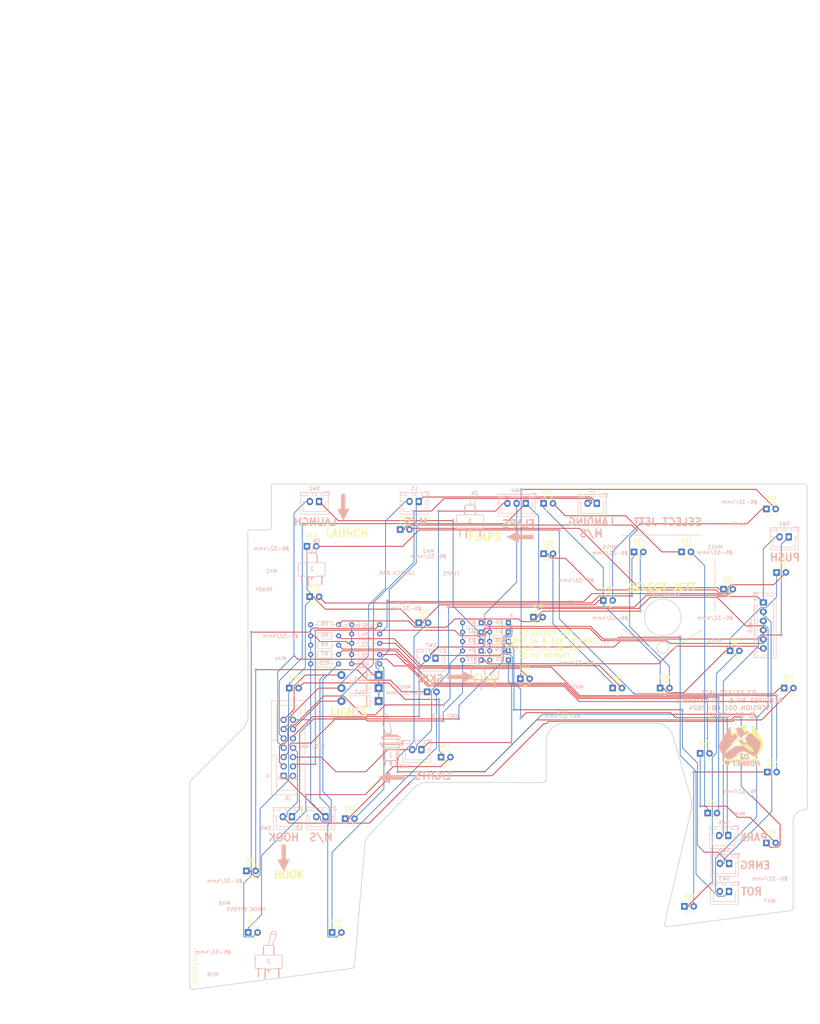
<source format=kicad_pcb>
(kicad_pcb (version 20240108) (generator "pcbnew") (generator_version "8.0")
  (layers (0 "F.Cu" signal) (31 "B.Cu" signal) (34 "B.Paste" user) (35 "F.Paste" user) (36 "B.SilkS" user "B.Silkscreen") (37 "F.SilkS" user "F.Silkscreen") (38 "B.Mask" user) (39 "F.Mask" user) (44 "Edge.Cuts" user))
  (net 0 "")
  (net 1 "/BACKLIGHT_GND")
  (net 2 "Net-(D13-A)")
  (net 3 "Net-(D14-A)")
  (net 4 "Net-(D15-A)")
  (net 5 "Net-(D16-A)")
  (net 6 "Net-(D18-A)")
  (net 7 "Net-(D19-A)")
  (net 8 "Net-(D20-A)")
  (net 9 "Net-(D21-A)")
  (net 10 "Net-(D22-A)")
  (net 11 "Net-(D23-A)")
  (net 12 "Net-(D24-A)")
  (net 13 "Net-(D26-A)")
  (net 14 "Net-(D27-A)")
  (net 15 "Net-(D28-A)")
  (net 16 "Net-(D29-A)")
  (net 17 "Net-(D30-A)")
  (net 18 "Net-(D31-A)")
  (net 19 "Net-(D32-A)")
  (net 20 "Net-(D33-A)")
  (net 21 "Net-(D34-A)")
  (net 22 "Net-(D35-A)")
  (net 23 "Net-(D36-A)")
  (net 24 "/ROW4")
  (net 25 "/LANDING_GEAR_MAG_SW")
  (net 26 "/HOOK_FIELD_MAG_SW")
  (net 27 "/LAUNCH_MAG_SW")
  (net 28 "/ROW3")
  (net 29 "/EXT+12V")
  (net 30 "/ROW2")
  (net 31 "/COL3")
  (net 32 "/ROW5")
  (net 33 "Net-(D37-A)")
  (net 34 "Net-(D16-K)")
  (net 35 "Net-(D39-A)")
  (net 36 "Net-(D17-K)")
  (net 37 "Net-(D41-A)")
  (net 38 "Net-(D42-A)")
  (net 39 "Net-(D2-K)")
  (net 40 "/ROW1")
  (net 41 "Net-(D3-K)")
  (net 42 "Net-(D1-K)")
  (net 43 "Net-(D4-K)")
  (net 44 "Net-(D7-K)")
  (net 45 "Net-(D8-K)")
  (net 46 "Net-(D9-K)")
  (net 47 "Net-(D5-K)")
  (net 48 "Net-(D6-K)")
  (net 49 "Net-(D12-K)")
  (net 50 "/COL1")
  (net 51 "/COL2")
  (net 52 "Net-(D23-K)")
  (net 53 "Net-(D15-K)")
  (footprint "LED_THT:LED_D3.0mm_FlatTop" (layer "F.Cu") (at 174.493 66.548)
    (property "Reference" "D30")
    (property "Value" "LED")
  )
  (footprint "LED_THT:LED_D3.0mm_FlatTop" (layer "F.Cu") (at 149.352 64.008)
    (property "Reference" "D41")
    (property "Value" "LED")
  )
  (footprint "LED_THT:LED_D3.0mm_FlatTop" (layer "F.Cu") (at 200.401 100.584)
    (property "Reference" "D35")
    (property "Value" "LED")
  )
  (footprint "LED_THT:LED_D3.0mm_FlatTop" (layer "F.Cu") (at 206.497 56.388)
    (property "Reference" "D19")
    (property "Value" "LED")
  )
  (footprint "LED_THT:LED_D3.0mm_FlatTop" (layer "F.Cu") (at 152.908 47.244)
    (property "Reference" "D36")
    (property "Value" "LED")
  )
  (footprint "LED_THT:LED_D3.0mm_FlatTop" (layer "F.Cu") (at 123.952 67.564)
    (property "Reference" "D27")
    (property "Value" "LED")
  )
  (footprint "LED_THT:LED_D3.0mm_FlatTop" (layer "F.Cu") (at 74.676 116.332)
    (property "Reference" "D21")
    (property "Value" "LED")
  )
  (footprint "OH_Footprints:631HX_Toggle_13mm_x_13mm" (layer "F.Cu") (at 103.3068 35.1212)
    (property "Reference" "MH22" (hide yes))
    (property "Value" "Switch_631H" (hide yes))
  )
  (footprint "LED_THT:LED_D3.0mm_FlatTop" (layer "F.Cu") (at 127.757 85.344)
    (property "Reference" "D17")
    (property "Value" "LED")
  )
  (footprint "LED_THT:LED_D3.0mm_FlatTop" (layer "F.Cu") (at 155.697 29.972)
    (property "Reference" "D28")
    (property "Value" "LED")
  )
  (footprint "LED_THT:LED_D3.0mm_FlatTop" (layer "F.Cu") (at 193.289 29.464)
    (property "Reference" "D33")
    (property "Value" "LED")
  )
  (footprint "LED_THT:LED_D3.0mm_FlatTop" (layer "F.Cu") (at 91.948 41.656)
    (property "Reference" "D18")
    (property "Value" "LED")
  )
  (footprint "LED_THT:LED_D3.0mm_FlatTop" (layer "F.Cu") (at 219.197 35.052)
    (property "Reference" "D26")
    (property "Value" "LED")
  )
  (footprint "LED_THT:LED_D3.0mm_FlatTop" (layer "F.Cu") (at 171.953 42.672)
    (property "Reference" "D37")
    (property "Value" "LED")
  )
  (footprint "LED_THT:LED_D3.0mm_FlatTop" (layer "F.Cu") (at 91.181 27.94)
    (property "Reference" "D13")
    (property "Value" "LED")
  )
  (footprint "OH_Footprints:631HX_Toggle_13mm_x_13mm" (layer "F.Cu") (at 87.1779 126.5612)
    (property "Reference" "MH25" (hide yes))
    (property "Value" "Switch_631H" (hide yes))
  )
  (footprint "OH_Footprints:100SPX_Toggle_13mm_x_18mm" (layer "F.Cu") (at 103.3068 82.4287)
    (property "Reference" "MH26" (hide yes))
    (property "Value" "Switch_100SPx" (hide yes))
  )
  (footprint "LED_THT:LED_D3.0mm_FlatTop" (layer "F.Cu") (at 216.657 89.408)
    (property "Reference" "D23")
    (property "Value" "LED")
  )
  (footprint "LED_THT:LED_D3.0mm_FlatTop" (layer "F.Cu") (at 116.581 23.368)
    (property "Reference" "D22")
    (property "Value" "LED")
  )
  (footprint "LED_THT:LED_D3.0mm_FlatTop" (layer "F.Cu") (at 194.056 125.984)
    (property "Reference" "D38")
    (property "Value" "LED")
  )
  (footprint "LED_THT:LED_D3.0mm_FlatTop" (layer "F.Cu") (at 198.369 84.328)
    (property "Reference" "D29")
    (property "Value" "LED")
  )
  (footprint "LED_THT:LED_D3.0mm_FlatTop" (layer "F.Cu") (at 216.408 17.78)
    (property "Reference" "D39")
    (property "Value" "LED")
  )
  (footprint "LED_THT:LED_D3.0mm_FlatTop" (layer "F.Cu") (at 216.408 108.712)
    (property "Reference" "D16")
    (property "Value" "LED")
  )
  (footprint "LED_THT:LED_D3.0mm_FlatTop" (layer "F.Cu") (at 86.36 66.548)
    (property "Reference" "D40")
    (property "Value" "LED")
  )
  (footprint "LED_THT:LED_D3.0mm_FlatTop" (layer "F.Cu") (at 204.724 39.624)
    (property "Reference" "D24")
    (property "Value" "LED")
  )
  (footprint "LED_THT:LED_D3.0mm_FlatTop" (layer "F.Cu") (at 121.661 48.768)
    (property "Reference" "D25")
    (property "Value" "LED")
  )
  (footprint "LED_THT:LED_D3.0mm_FlatTop" (layer "F.Cu") (at 155.697 16.256)
    (property "Reference" "D31")
    (property "Value" "LED")
  )
  (footprint "LED_THT:LED_D3.0mm_FlatTop" (layer "F.Cu") (at 101.6 102.108)
    (property "Reference" "D32")
    (property "Value" "LED")
  )
  (footprint "LED_THT:LED_D3.0mm_FlatTop" (layer "F.Cu") (at 221.229 66.548)
    (property "Reference" "D14")
    (property "Value" "LED")
  )
  (footprint "LED_THT:LED_D3.0mm_FlatTop" (layer "F.Cu") (at 187.452 66.548)
    (property "Reference" "D20")
    (property "Value" "LED")
  )
  (footprint "OH_Footprints:631HX_Toggle_13mm_x_13mm" (layer "F.Cu") (at 139.8828 35.1212)
    (property "Reference" "MH23" (hide yes))
    (property "Value" "Switch_631H" (hide yes))
  )
  (footprint "OH_Footprints:631HX_Toggle_13mm_x_13mm" (layer "F.Cu") (at 139.8828 73.9832)
    (property "Reference" "MH24" (hide yes))
    (property "Value" "Switch_631H" (hide yes))
  )
  (footprint "LED_THT:LED_D3.0mm_FlatTop" (layer "F.Cu") (at 75.184 133.096)
    (property "Reference" "D15")
    (property "Value" "LED")
  )
  (footprint "LED_THT:LED_D3.0mm_FlatTop" (layer "F.Cu") (at 98.044 133.096)
    (property "Reference" "D42")
    (property "Value" "LED")
  )
  (footprint "LED_THT:LED_D3.0mm_FlatTop" (layer "F.Cu") (at 180.34 29.464)
    (property "Reference" "D34")
    (property "Value" "LED")
  )
  (footprint "Connector_JST:JST_XH_B2B-XH-A_1x02_P2.50mm_Vertical" (layer "B.Cu") (at 126.218 58.403 180)
    (property "Reference" "SW7")
    (property "Value" "ANTI SKID SW")
  )
  (footprint "Library:D_A-405_P7.62mm_Horizontal-SIGNAL" (layer "B.Cu") (at 146.812 51.308 180)
    (property "Reference" "D7")
    (property "Value" "D")
  )
  (footprint "Resistor_THT:R_Axial_DIN0204_L3.6mm_D1.6mm_P7.62mm_Horizontal" (layer "B.Cu") (at 99.822 54.864 180)
    (property "Reference" "R9")
    (property "Value" "R")
  )
  (footprint "OH_Footprints:MountingHole_6-32_PHS" (layer "B.Cu") (at 202.4311 25.0842 180)
    (property "Reference" "MH11")
    (property "Value" "6x32 / 4mm" (hide yes))
  )
  (footprint "OH_Footprints:MountingHole_6-32_PHS" (layer "B.Cu") (at 65.5879 141.4742 180)
    (property "Reference" "MH9")
    (property "Value" "6x32 / 4mm" (hide yes))
  )
  (footprint "Library:D_A-405_P7.62mm_Horizontal-SIGNAL" (layer "B.Cu") (at 139.4165 56.466 180)
    (property "Reference" "D4")
    (property "Value" "D")
  )
  (footprint "Connector_JST:JST_XH_B2B-XH-A_1x02_P2.50mm_Vertical" (layer "B.Cu") (at 94.488 15.748 180)
    (property "Reference" "SW2")
    (property "Value" "LAUNCH BAR SW")
  )
  (footprint "Connector_JST:JST_XH_B2B-XH-A_1x02_P2.50mm_Vertical" (layer "B.Cu") (at 222.504 25.383 180)
    (property "Reference" "SW1")
    (property "Value" "SEL JETT BTN")
  )
  (footprint "OH_Footprints:MountingHole_6-32_PHS" (layer "B.Cu") (at 173.8511 50.4942 180)
    (property "Reference" "MH13")
    (property "Value" "6x32 / 4mm" (hide yes))
  )
  (footprint "OH_Footprints:MountingHole_6-32_PHS" (layer "B.Cu") (at 124.3253 26.2312 180)
    (property "Reference" "MH2")
    (property "Value" "6x32 / 4mm" (hide yes))
  )
  (footprint "OH_Footprints:MountingHole_6-32_PHS" (layer "B.Cu") (at 209.0978 18.9287 180)
    (property "Reference" "MH3")
    (property "Value" "6x32 / 4mm" (hide yes))
  )
  (footprint "OH_Footprints:631H3_Toggle_Silkscreen" (layer "B.Cu") (at 135.636 19.304 180)
    (property "Reference" "LOGO4" (hide yes))
    (property "Value" "LOGO" (hide yes))
  )
  (footprint "Connector_JST:JST_XH_B2B-XH-A_1x02_P2.50mm_Vertical" (layer "B.Cu") (at 206.215 121.92 180)
    (property "Reference" "SW3")
    (property "Value" "PARK BRAKE 1")
  )
  (footprint "Resistor_THT:R_Axial_DIN0204_L3.6mm_D1.6mm_P7.62mm_Horizontal" (layer "B.Cu") (at 99.822 49.276 180)
    (property "Reference" "R8")
    (property "Value" "R")
  )
  (footprint "Connector_JST:JST_XH_B2B-XH-A_1x02_P2.50mm_Vertical" (layer "B.Cu") (at 170.18 16.239 180)
    (property "Reference" "L3")
    (property "Value" "LANDING")
  )
  (footprint "OH_Footprints:MountingHole_6-32_PHS" (layer "B.Cu") (at 117.5411 40.2442 180)
    (property "Reference" "MH14")
    (property "Value" "6x32 / 4mm" (hide yes))
  )
  (footprint "OH_Footprints:MountingHole_6-32_PHS" (layer "B.Cu") (at 160.8379 69.7287 180)
    (property "Reference" "MH5")
    (property "Value" "6x32 / 4mm" (hide yes))
  )
  (footprint "Connector_JST:JST_XH_B2B-XH-A_1x02_P2.50mm_Vertical" (layer "B.Cu") (at 122.388 83.312 180)
    (property "Reference" "SW8")
    (property "Value" "LDG TAXI SW")
  )
  (footprint "Diode_THT:D_DO-41_SOD81_P10.16mm_Horizontal" (layer "B.Cu") (at 110.744 70.104 180)
    (property "Reference" "D43")
    (property "Value" "D")
  )
  (footprint "OH_Footprints:100SP1_Toggle_Silkscreen" (layer "B.Cu") (at 113.5411 81.9842 180)
    (property "Reference" "LOGO7" (hide yes))
    (property "Value" "LOGO" (hide yes))
  )
  (footprint "OH_Footprints:MountingHole_6-32_PHS" (layer "B.Cu") (at 164.5511 63.2442 180)
    (property "Reference" "MH17")
    (property "Value" "6x32 / 4mm" (hide yes))
  )
  (footprint "OH_Footprints:631H2_Toggle_Silkscreen" (layer "B.Cu") (at 80.772 139.192 180)
    (property "Reference" "LOGO6" (hide yes))
    (property "Value" "LOGO" (hide yes))
  )
  (footprint "OH_Footprints:MountingHole_6-32_PHS" (layer "B.Cu") (at 117.5411 63.2442 180)
    (property "Reference" "MH16")
    (property "Value" "6x32 / 4mm" (hide yes))
  )
  (footprint "Connector_JST:JST_XH_B2B-XH-A_1x02_P2.50mm_Vertical" (layer "B.Cu") (at 96.246 101.583 180)
    (property "Reference" "L2")
    (property "Value" "Mag Hook Bypass")
  )
  (footprint "Diode_THT:D_DO-41_SOD81_P10.16mm_Horizontal" (layer "B.Cu") (at 110.744 62.992 180)
    (property "Reference" "D11")
    (property "Value" "D")
  )
  (footprint "Resistor_THT:R_Axial_DIN0204_L3.6mm_D1.6mm_P7.62mm_Horizontal" (layer "B.Cu") (at 99.822 52.324 180)
    (property "Reference" "R6")
    (property "Value" "R")
  )
  (footprint "Library:D_A-405_P7.62mm_Horizontal-SIGNAL" (layer "B.Cu") (at 146.8195 48.768 180)
    (property "Reference" "D6")
    (property "Value" "D")
  )
  (footprint "Connector_IDC:IDC-Header_2x07_P2.54mm_Vertical" (layer "B.Cu") (at 84.836 90.424)
    (property "Reference" "J5")
    (property "Value" "Conn_02x07_Top_Bottom")
  )
  (footprint "OH_Footprints:MountingHole_6-32_PHS" (layer "B.Cu") (at 81.4628 31.6287 180)
    (property "Reference" "MH1")
    (property "Value" "6x32 / 4mm" (hide yes))
  )
  (footprint "OH_Footprints:MountingHole_6-32_PHS" (layer "B.Cu") (at 68.7628 122.1162 180)
    (property "Reference" "MH8")
    (property "Value" "6x32 / 4mm" (hide yes))
  )
  (footprint "Connector_JST:JST_XH_B2B-XH-A_1x02_P2.50mm_Vertical" (layer "B.Cu") (at 121.646 15.731 180)
    (property "Reference" "L1")
    (property "Value" "Mag Launch Bar")
  )
  (footprint "Library:D_A-405_P7.62mm_Horizontal-SIGNAL" (layer "B.Cu") (at 139.4165 53.886 180)
    (property "Reference" "D3")
    (property "Value" "D")
  )
  (footprint "Resistor_THT:R_Axial_DIN0204_L3.6mm_D1.6mm_P7.62mm_Horizontal" (layer "B.Cu") (at 99.822 57.404 180)
    (property "Reference" "R7")
    (property "Value" "R")
  )
  (footprint "Connector_JST:JST_XH_B2B-XH-A_1x02_P2.50mm_Vertical" (layer "B.Cu") (at 87.102 101.583 180)
    (property "Reference" "SW5")
    (property "Value" "HOOK BYPASS SW")
  )
  (footprint "Diode_THT:D_DO-41_SOD81_P10.16mm_Horizontal" (layer "B.Cu") (at 110.744 66.548 180)
    (property "Reference" "D10")
    (property "Value" "D")
  )
  (footprint "OH_Footprints:631H2_Toggle_Silkscreen" (layer "B.Cu") (at 92.523849 32.339003 180)
    (property "Reference" "LOGO3" (hide yes))
    (property "Value" "LOGO" (hide yes))
  )
  (footprint "Resistor_THT:R_Axial_DIN0204_L3.6mm_D1.6mm_P7.62mm_Horizontal" (layer "B.Cu") (at 99.822 59.944 180)
    (property "Reference" "R10")
    (property "Value" "R")
  )
  (footprint "Resistor_THT:R_Axial_DIN0204_L3.6mm_D1.6mm_P7.62mm_Horizontal" (layer "B.Cu") (at 110.998 49.276 180)
    (property "Reference" "R2")
    (property "Value" "R")
  )
  (footprint "Library:D_A-405_P7.62mm_Horizontal-SIGNAL" (layer "B.Cu") (at 146.812 53.848 180)
    (property "Reference" "D8")
    (property "Value" "D")
  )
  (footprint "Resistor_THT:R_Axial_DIN0204_L3.6mm_D1.6mm_P7.62mm_Horizontal" (layer "B.Cu") (at 110.998 57.404 180)
    (property "Reference" "R5")
    (property "Value" "R")
  )
  (footprint "Resistor_THT:R_Axial_DIN0204_L3.6mm_D1.6mm_P7.62mm_Horizontal" (layer "B.Cu") (at 110.998 51.816 180)
    (property "Reference" "R4")
    (property "Value" "R")
  )
  (footprint "OH_Footprints:MountingHole_6-32_PHS" (layer "B.Cu") (at 217.3528 121.494 180)
    (property "Reference" "MH7")
    (property "Value" "6x32 / 4mm" (hide yes))
  )
  (footprint "OH_Footprints:MountingHole_6-32_PHS" (layer "B.Cu") (at 164.5411 40.2542 180)
    (property "Reference" "MH15")
    (property "Value" "6x32 / 4mm" (hide yes))
  )
  (footprint "Library:D_A-405_P7.62mm_Horizontal-SIGNAL" (layer "B.Cu") (at 139.424 48.806 180)
    (property "Reference" "D1")
    (property "Value" "D")
  )
  (footprint "Connector_JST:JST_XH_B3B-XH-A_1x03_P2.50mm_Vertical" (layer "B.Cu") (at 150.836 16.239 180)
    (property "Reference" "SW4")
    (property "Value" "FLAP SW")
  )
  (footprint "Connector_JST:JST_XH_B6B-XH-A_1x06_P2.50mm_Vertical" (layer "B.Cu") (at 215.575 43.25 -90)
    (property "Reference" "SW10")
    (property "Value" "SEL JETT KNOB")
  )
  (footprint "OH_Footprints:MountingHole_6-32_PHS" (layer "B.Cu") (at 209.0979 97.7322 180)
    (property "Reference" "MH6")
    (property "Value" "6x32 / 4mm" (hide yes))
  )
  (footprint "Resistor_THT:R_Axial_DIN0204_L3.6mm_D1.6mm_P7.62mm_Horizontal" (layer "B.Cu") (at 110.998 54.356 180)
    (property "Reference" "R3")
    (property "Value" "R")
  )
  (footprint "Library:D_A-405_P7.62mm_Horizontal-SIGNAL" (layer "B.Cu") (at 146.8329 58.954 180)
    (property "Reference" "D5")
    (property "Value" "D")
  )
  (footprint "OH_Footprints:MountingHole_6-32_PHS" (layer "B.Cu") (at 202.4311 50.4842 180)
    (property "Reference" "MH12")
    (property "Value" "6x32 / 4mm" (hide yes))
  )
  (footprint "Connector_JST:JST_XH_B2B-XH-A_1x02_P2.50mm_Vertical" (layer "B.Cu") (at 206.014 106.697 180)
    (property "Reference" "SW6")
    (property "Value" "PARK BRAKE 2")
  )
  (footprint "OH_Footprints:MountingHole_6-32_PHS" (layer "B.Cu") (at 173.8511 25.0842 180)
    (property "Reference" "MH10")
    (property "Value" "6x32 / 4mm" (hide yes))
  )
  (footprint "Library:D_A-405_P7.62mm_Horizontal-SIGNAL" (layer "B.Cu") (at 139.409 58.966 180)
    (property "Reference" "D12")
    (property "Value" "D")
  )
  (footprint "OH_Footprints:631H2_Toggle_Silkscreen" (layer "B.Cu") (at 139.7 60.452 180)
    (property "Reference" "LOGO5" (hide yes))
    (property "Value" "LOGO" (hide yes))
  )
  (footprint "Resistor_THT:R_Axial_DIN0204_L3.6mm_D1.6mm_P7.62mm_Horizontal" (layer "B.Cu") (at 110.998 59.944 180)
    (property "Reference" "R1")
    (property "Value" "R")
  )
  (footprint "Connector_JST:JST_XH_B2B-XH-A_1x02_P2.50mm_Vertical" (layer "B.Cu") (at 206.248 114.3 180)
    (property "Reference" "SW9")
    (property "Value" "EMER BRAKE")
  )
  (footprint "OH_Footprints:MountingHole_6-32_PHS" (layer "B.Cu") (at 84.0028 55.4412 180)
    (property "Reference" "MH4")
    (property "Value" "6x32 / 4mm" (hide yes))
  )
  (footprint "Library:D_A-405_P7.62mm_Horizontal-SIGNAL" (layer "B.Cu") (at 146.812 56.426 180)
    (property "Reference" "D9")
    (property "Value" "D")
  )
  (footprint "Library:D_A-405_P7.62mm_Horizontal-SIGNAL" (layer "B.Cu") (at 139.4165 51.346 180)
    (property "Reference" "D2")
    (property "Value" "D")
  )
  (gr_line (start 181.101148 24.874195) (end 176.831148 24.874195) (stroke (width 0.12)) (layer "B.SilkS"))
  (gr_poly (pts (xy 208.904484 77.250263) (xy 208.792692 77.264059) (xy 208.680678 77.283266) (xy 208.569891 77.306537) (xy 208.461778 77.332523) (xy 208.085003 77.436662) (xy 208.225729 77.724859) (xy 208.294963 77.864989) (xy 208.365461 78.003135) (xy 208.382692 78.038692) (xy 208.397182 78.074016) (xy 208.408938 78.10909) (xy 208.417965 78.143897) (xy 208.424269 78.17842) (xy 208.427858 78.212643) (xy 208.428736 78.246548) (xy 208.426911 78.28012) (xy 208.422388 78.313342) (xy 208.415174 78.346196) (xy 208.405275 78.378667) (xy 208.392697 78.410738) (xy 208.377446 78.442391) (xy 208.359529 78.473611) (xy 208.338952 78.50438) (xy 208.31572 78.534682) (xy 208.297472 78.555613) (xy 208.278876 78.576718) (xy 208.240843 78.619349) (xy 208.259496 78.619713) (xy 208.268822 78.619833) (xy 208.278149 78.619878) (xy 208.278727 78.619897) (xy 208.279319 78.619954) (xy 208.279923 78.620047) (xy 208.280538 78.620174) (xy 208.281163 78.620334) (xy 208.281795 78.620527) (xy 208.282434 78.62075) (xy 208.283077 78.621003) (xy 208.284371 78.62159) (xy 208.285665 78.622278) (xy 208.286946 78.623056) (xy 208.288203 78.623913) (xy 208.289422 78.624838) (xy 208.290592 78.625821) (xy 208.2917 78.62685) (xy 208.292734 78.627915) (xy 208.293681 78.629005) (xy 208.294528 78.630108) (xy 208.295264 78.631215) (xy 208.295586 78.631766) (xy 208.295876 78.632314) (xy 208.537441 79.118353) (xy 208.68058 79.408601) (xy 208.838537 79.729012) (xy 208.885566 79.825452) (xy 208.932993 79.92348) (xy 208.945689 79.912711) (xy 208.957964 79.902413) (xy 208.963935 79.89734) (xy 208.969791 79.892264) (xy 208.97553 79.887144) (xy 208.981147 79.881941) (xy 209.009474 79.85502) (xy 209.037702 79.8279) (xy 209.09386 79.773462) (xy 209.188018 79.682809) (xy 209.211442 79.660045) (xy 209.234689 79.637098) (xy 209.257693 79.613897) (xy 209.280391 79.59037) (xy 209.297699 79.572806) (xy 209.315466 79.555896) (xy 209.333657 79.539587) (xy 209.352234 79.523827) (xy 209.371162 79.508564) (xy 209.390403 79.493744) (xy 209.429682 79.465222) (xy 209.46978 79.437842) (xy 209.510405 79.411181) (xy 209.59207 79.358331) (xy 209.594527 79.356726) (xy 209.59703 79.355178) (xy 209.602133 79.352208) (xy 209.612443 79.346458) (xy 209.61749 79.343497) (xy 209.619951 79.341956) (xy 209.622357 79.34036) (xy 209.624697 79.338697) (xy 209.626963 79.336956) (xy 209.629144 79.335126) (xy 209.631229 79.333195) (xy 209.63329 79.33128) (xy 209.635356 79.329501) (xy 209.637428 79.327855) (xy 209.639506 79.326339) (xy 209.64159 79.32495) (xy 209.643681 79.323684) (xy 209.645779 79.322537) (xy 209.647885 79.321508) (xy 209.649999 79.320592) (xy 209.652122 79.319787) (xy 209.654253 79.319088) (xy 209.656395 79.318494) (xy 209.658546 79.318) (xy 209.660707 79.317603) (xy 209.665062 79.317089) (xy 209.669464 79.316925) (xy 209.673916 79.317085) (xy 209.678421 79.317544) (xy 209.682984 79.318275) (xy 209.687606 79.319253) (xy 209.692293 79.320451) (xy 209.697047 79.321844) (xy 209.701872 79.323406) (xy 209.716393 79.328052) (xy 209.730972 79.332497) (xy 209.760246 79.340967) (xy 209.818818 79.357537) (xy 209.819607 79.3578) (xy 209.820389 79.358094) (xy 209.821173 79.358419) (xy 209.821964 79.358773) (xy 209.823594 79.359569) (xy 209.825333 79.36048) (xy 209.829348 79.362634) (xy 209.831728 79.363871) (xy 209.834428 79.36521) (xy 209.309495 80.142291) (xy 209.313729 80.147054) (xy 209.39522 80.086729) (xy 209.89396 79.715254) (xy 210.321791 79.397489) (xy 210.817885 79.029983) (xy 211.19571 78.748995) (xy 211.663229 78.402656) (xy 211.662699 78.402655) (xy 211.67821 78.391014) (xy 211.686028 78.385168) (xy 211.69392 78.379372) (xy 211.658466 78.345208) (xy 211.623012 78.310845) (xy 211.591894 78.282494) (xy 211.561088 78.257288) (xy 211.5305 78.23525) (xy 211.500038 78.216405) (xy 211.484826 78.208188) (xy 211.469611 78.200779) (xy 211.454381 78.194181) (xy 211.439125 78.188397) (xy 211.423832 78.183429) (xy 211.408489 78.179282) (xy 211.393086 78.175958) (xy 211.377611 78.17346) (xy 211.362052 78.171792) (xy 211.346397 78.170956) (xy 211.330636 78.170956) (xy 211.314757 78.171794) (xy 211.298747 78.173474) (xy 211.282597 78.175999) (xy 211.266293 78.179373) (xy 211.249825 78.183597) (xy 211.233181 78.188675) (xy 211.21635 78.194611) (xy 211.199319 78.201407) (xy 211.182078 78.209067) (xy 211.146919 78.22699) (xy 211.110778 78.248403) (xy 211.065789 78.278214) (xy 211.023709 78.307902) (xy 210.947512 78.366223) (xy 210.880652 78.422) (xy 210.821593 78.473861) (xy 210.768798 78.52044) (xy 210.720732 78.560366) (xy 210.697993 78.577406) (xy 210.675859 78.59227) (xy 210.65414 78.604787) (xy 210.632643 78.614785) (xy 210.611176 78.622093) (xy 210.589548 78.626541) (xy 210.567566 78.627956) (xy 210.545038 78.626168) (xy 210.521772 78.621006) (xy 210.497576 78.612299) (xy 210.472259 78.599875) (xy 210.445628 78.583564) (xy 210.417492 78.563194) (xy 210.387657 78.538595) (xy 210.355933 78.509594) (xy 210.322127 78.476021) (xy 210.286048 78.437706) (xy 210.247502 78.394476) (xy 210.162247 78.292589) (xy 210.021832 78.096458) (xy 209.884269 77.898293) (xy 209.749435 77.698244) (xy 209.617205 77.496457) (xy 209.589808 77.455338) (xy 209.55928 77.418436) (xy 209.525802 77.385583) (xy 209.489555 77.35661) (xy 209.450721 77.331348) (xy 209.40948 77.309631) (xy 209.366012 77.291287) (xy 209.3205 77.276151) (xy 209.273123 77.264051) (xy 209.224063 77.254822) (xy 209.173501 77.248293) (xy 209.121617 77.244296) (xy 209.014608 77.243226)) (stroke (width -0.000001)) (fill solid) (layer "B.SilkS"))
  (gr_poly (pts (xy 212.156481 86.295042) (xy 212.142853 86.295614) (xy 212.12935 86.296508) (xy 212.116017 86.297778) (xy 212.102901 86.299476) (xy 212.090047 86.301656) (xy 212.0775 86.304372) (xy 212.065307 86.307676) (xy 212.053513 86.311624) (xy 212.042164 86.316267) (xy 212.031305 86.32166) (xy 212.020983 86.327857) (xy 212.011244 86.334909) (xy 212.002132 86.342872) (xy 211.997825 86.347211) (xy 211.993693 86.351798) (xy 211.993693 86.351797) (xy 211.987495 86.359661) (xy 211.981895 86.367987) (xy 211.97689 86.376798) (xy 211.972477 86.386115) (xy 211.968654 86.39596) (xy 211.965416 86.406357) (xy 211.962762 86.417326) (xy 211.960687 86.42889) (xy 211.959189 86.441072) (xy 211.958264 86.453892) (xy 211.95791 86.467374) (xy 211.958124 86.481538) (xy 211.958901 86.496409) (xy 211.96024 86.512006) (xy 211.962137 86.528354) (xy 211.964589 86.545473) (xy 212.123339 87.54454) (xy 212.126481 87.562824) (xy 212.130001 87.580189) (xy 212.1339 87.596655) (xy 212.138175 87.612246) (xy 212.142827 87.626983) (xy 212.147853 87.640889) (xy 212.153255 87.653987) (xy 212.159029 87.666297) (xy 212.165176 87.677844) (xy 212.171695 87.688648) (xy 212.178584 87.698733) (xy 212.185842 87.70812) (xy 212.19347 87.716832) (xy 212.201465 87.724891) (xy 212.209828 87.73232) (xy 212.218556 87.73914) (xy 212.22765 87.745375) (xy 212.237107 87.751045) (xy 212.246928 87.756174) (xy 212.257111 87.760784) (xy 212.267656 87.764898) (xy 212.278561 87.768536) (xy 212.289826 87.771722) (xy 212.301449 87.774479) (xy 212.325768 87.77879) (xy 212.351511 87.781649) (xy 212.378669 87.783234) (xy 212.407237 87.783723) (xy 213.010487 87.783723) (xy 213.038144 87.783328) (xy 213.051883 87.782753) (xy 213.0655 87.781854) (xy 213.078948 87.780577) (xy 213.09218 87.778867) (xy 213.105149 87.776671) (xy 213.117809 87.773933) (xy 213.130112 87.7706) (xy 213.142011 87.766618) (xy 213.153461 87.761931) (xy 213.164413 87.756487) (xy 213.17482 87.75023) (xy 213.184637 87.743107) (xy 213.193816 87.735063) (xy 213.198151 87.730679) (xy 213.20231 87.726044) (xy 213.208468 87.718253) (xy 213.214044 87.709953) (xy 213.21904 87.70113) (xy 213.223456 87.691772) (xy 213.227294 87.681865) (xy 213.230555 87.671396) (xy 213.23324 87.660352) (xy 213.23535 87.64872) (xy 213.236886 87.636486) (xy 213.23785 87.623637) (xy 213.238243 87.61016) (xy 213.238066 87.596043) (xy 213.23732 87.581271) (xy 213.236006 87.565832) (xy 213.234125 87.549712) (xy 213.231679 87.532899) (xy 213.223775 87.483157) (xy 212.912591 87.483157) (xy 212.452481 87.483157) (xy 212.446139 87.483144) (xy 212.438855 87.483057) (xy 212.435153 87.482963) (xy 212.43157 87.482822) (xy 212.428223 87.482625) (xy 212.425228 87.482363) (xy 212.424819 87.48071) (xy 212.424381 87.478717) (xy 212.423912 87.476363) (xy 212.42341 87.473632) (xy 212.42287 87.470503) (xy 212.422289 87.466959) (xy 212.421665 87.462981) (xy 212.420995 87.45855) (xy 212.285793 86.610032) (xy 212.284768 86.601234) (xy 212.284342 86.597605) (xy 212.283941 86.594421) (xy 212.299551 86.594421) (xy 212.299552 86.594949) (xy 212.7422 86.594949) (xy 212.748814 86.594966) (xy 212.756619 86.595082) (xy 212.760534 86.595208) (xy 212.764226 86.595396) (xy 212.767521 86.595659) (xy 212.768965 86.595822) (xy 212.770246 86.596008) (xy 212.77069 86.597294) (xy 212.771225 86.599005) (xy 212.771841 86.601194) (xy 212.772527 86.603912) (xy 212.772895 86.605487) (xy 212.773276 86.607214) (xy 212.773671 86.6091) (xy 212.774078 86.611152) (xy 212.774495 86.613375) (xy 212.774923 86.615777) (xy 212.775358 86.618365) (xy 212.775802 86.621144) (xy 212.911004 87.468076) (xy 212.911549 87.472701) (xy 212.911996 87.476707) (xy 212.912343 87.480167) (xy 212.912591 87.483157) (xy 213.223775 87.483157) (xy 213.072929 86.533832) (xy 213.069785 86.515547) (xy 213.066258 86.498182) (xy 213.062348 86.481716) (xy 213.058057 86.466125) (xy 213.053385 86.451388) (xy 213.048334 86.437482) (xy 213.042905 86.424384) (xy 213.037098 86.412074) (xy 213.030915 86.400527) (xy 213.024357 86.389723) (xy 213.017425 86.379638) (xy 213.010119 86.370251) (xy 213.002441 86.361539) (xy 212.994391 86.353479) (xy 212.985972 86.346051) (xy 212.977183 86.33923) (xy 212.968026 86.332996) (xy 212.958501 86.327325) (xy 212.948611 86.322196) (xy 212.938356 86.317586) (xy 212.927736 86.313473) (xy 212.916753 86.309834) (xy 212.905408 86.306648) (xy 212.893702 86.303892) (xy 212.869212 86.29958) (xy 212.843289 86.296721) (xy 212.815942 86.295137) (xy 212.787179 86.294648) (xy 212.183929 86.294648)) (stroke (width -0.000001)) (fill solid) (layer "B.SilkS"))
  (gr_line (start 202.371148 31.324195) (end 202.361148 45.454195) (stroke (width 0.12)) (layer "B.SilkS"))
  (gr_line (start 181.101148 24.874195) (end 181.871148 24.874195) (stroke (width 0.12)) (layer "B.SilkS"))
  (gr_poly (pts (xy 117.856 91.44) (xy 113.792 91.44) (xy 113.792 92.456) (xy 110.744 90.932) (xy 113.792 89.408) (xy 113.792 90.424) (xy 117.856 90.424)) (stroke (width 0.2)) (fill solid) (layer "B.SilkS"))
  (gr_poly (pts (xy 205.132671 86.262682) (xy 205.118141 86.263974) (xy 205.104323 86.265971) (xy 205.091215 86.268682) (xy 205.078816 86.272116) (xy 205.067121 86.276282) (xy 205.056129 86.281188) (xy 205.045837 86.286844) (xy 205.036243 86.293258) (xy 205.027344 86.30044) (xy 205.019138 86.308398) (xy 205.011623 86.317141) (xy 205.004795 86.326678) (xy 204.998653 86.337019) (xy 204.993194 86.348171) (xy 204.988415 86.360144) (xy 204.984314 86.372947) (xy 204.980889 86.386589) (xy 204.978137 86.401079) (xy 204.976056 86.416424) (xy 204.974642 86.432636) (xy 204.973894 86.449722) (xy 204.97381 86.467691) (xy 204.974386 86.486552) (xy 204.975621 86.506314) (xy 204.983775 86.590967) (xy 204.995054 86.674448) (xy 205.009474 86.756725) (xy 205.027053 86.837767) (xy 205.047809 86.917542) (xy 205.071759 86.996019) (xy 205.09892 87.073167) (xy 205.129311 87.148954) (xy 205.162947 87.223349) (xy 205.199847 87.29632) (xy 205.240029 87.367836) (xy 205.283509 87.437866) (xy 205.330305 87.506378) (xy 205.380435 87.573342) (xy 205.433915 87.638724) (xy 205.490764 87.702495) (xy 205.504157 87.716511) (xy 205.517405 87.729591) (xy 205.530517 87.741736) (xy 205.543502 87.75295) (xy 205.556372 87.763234) (xy 205.569134 87.772592) (xy 205.5818 87.781026) (xy 205.594377 87.788538) (xy 205.606877 87.795131) (xy 205.619309 87.800808) (xy 205.631682 87.805571) (xy 205.644006 87.809423) (xy 205.65629 87.812366) (xy 205.668545 87.814403) (xy 205.68078 87.815537) (xy 205.693005 87.815769) (xy 205.705228 87.815104) (xy 205.717461 87.813542) (xy 205.729712 87.811087) (xy 205.741991 87.807741) (xy 205.754308 87.803508) (xy 205.766673 87.798388) (xy 205.779094 87.792386) (xy 205.791583 87.785504) (xy 205.804147 87.777743) (xy 205.816798 87.769107) (xy 205.829544 87.759599) (xy 205.842396 87.74922) (xy 205.855362 87.737974) (xy 205.868453 87.725863) (xy 205.895047 87.699055) (xy 205.961737 87.625875) (xy 206.027051 87.549541) (xy 206.090818 87.470702) (xy 206.152863 87.390006) (xy 206.213016 87.3081) (xy 206.271104 87.225633) (xy 206.380393 87.061608) (xy 206.47935 86.903114) (xy 206.566597 86.755336) (xy 206.640753 86.623458) (xy 206.700439 86.512663) (xy 206.70361 86.506102) (xy 206.706282 86.499478) (xy 206.708468 86.49281) (xy 206.710178 86.486113) (xy 206.711421 86.479408) (xy 206.71221 86.47271) (xy 206.712554 86.466039) (xy 206.712465 86.459412) (xy 206.711953 86.452846) (xy 206.711029 86.44636) (xy 206.709704 86.43997) (xy 206.707988 86.433696) (xy 206.705891 86.427555) (xy 206.703426 86.421564) (xy 206.700602 86.415741) (xy 206.69743 86.410104) (xy 206.69392 86.404672) (xy 206.690085 86.39946) (xy 206.685933 86.394489) (xy 206.681477 86.389774) (xy 206.676726 86.385335) (xy 206.671691 86.381188) (xy 206.666384 86.377352) (xy 206.660814 86.373844) (xy 206.654992 86.370682) (xy 206.64893 86.367884) (xy 206.642638 86.365468) (xy 206.636126 86.363451) (xy 206.629406 86.361852) (xy 206.622488 86.360687) (xy 206.615382 86.359976) (xy 206.6081 86.359734) (xy 206.317517 86.357316) (xy 206.142049 86.353153) (xy 205.956861 86.346142) (xy 205.769751 86.33562) (xy 205.588516 86.320928) (xy 205.420954 86.301405) (xy 205.344738 86.289625) (xy 205.274865 86.276391) (xy 205.274864 86.276656) (xy 205.234956 86.269235) (xy 205.197968 86.264386) (xy 205.180562 86.262947) (xy 205.163879 86.262177) (xy 205.147917 86.262086)) (stroke (width -0.000001)) (fill solid) (layer "B.SilkS"))
  (gr_line (start 199.071148 50.554195) (end 191.171148 55.644195) (stroke (width 0.12)) (layer "B.SilkS"))
  (gr_poly (pts (xy 208.171258 86.594949) (xy 208.8179 86.594949) (xy 208.864731 86.888107) (xy 208.345883 86.888107) (xy 208.392979 87.188409) (xy 208.912091 87.188409) (xy 208.958923 87.483684) (xy 208.312545 87.483684) (xy 208.359641 87.783986) (xy 209.316639 87.783986) (xy 209.081424 86.294646) (xy 208.124162 86.294646)) (stroke (width -0.000001)) (fill solid) (layer "B.SilkS"))
  (gr_poly (pts (xy 206.996508 86.594949) (xy 207.362956 86.594949) (xy 207.551075 87.783986) (xy 207.861959 87.783986) (xy 207.673841 86.594949) (xy 208.040024 86.594949) (xy 207.992929 86.294646) (xy 206.949412 86.294646)) (stroke (width -0.000001)) (fill solid) (layer "B.SilkS"))
  (gr_poly (pts (xy 210.869812 86.294777) (xy 210.856185 86.295349) (xy 210.842681 86.296244) (xy 210.829349 86.297513) (xy 210.816232 86.299211) (xy 210.803378 86.301391) (xy 210.790831 86.304107) (xy 210.778638 86.307412) (xy 210.766844 86.311359) (xy 210.755495 86.316003) (xy 210.744637 86.321396) (xy 210.734315 86.327592) (xy 210.724575 86.334645) (xy 210.715463 86.342607) (xy 210.711156 86.346947) (xy 210.707024 86.351533) (xy 210.707554 86.351797) (xy 210.701355 86.359661) (xy 210.695755 86.367987) (xy 210.69075 86.376798) (xy 210.686338 86.386115) (xy 210.682514 86.39596) (xy 210.679277 86.406357) (xy 210.676622 86.417326) (xy 210.674547 86.42889) (xy 210.673049 86.441072) (xy 210.672124 86.453892) (xy 210.67177 86.467374) (xy 210.671984 86.481538) (xy 210.672761 86.496409) (xy 210.6741 86.512006) (xy 210.675997 86.528354) (xy 210.678449 86.545473) (xy 210.750945 87.001879) (xy 210.754089 87.020164) (xy 210.757616 87.037528) (xy 210.761526 87.053995) (xy 210.765817 87.069585) (xy 210.770489 87.084323) (xy 210.77554 87.098229) (xy 210.780969 87.111326) (xy 210.786776 87.123637) (xy 210.792959 87.135183) (xy 210.799517 87.145988) (xy 210.80645 87.156072) (xy 210.813756 87.165459) (xy 210.821434 87.174172) (xy 210.829483 87.182231) (xy 210.837903 87.189659) (xy 210.846692 87.19648) (xy 210.855849 87.202714) (xy 210.865373 87.208385) (xy 210.875263 87.213514) (xy 210.885519 87.218124) (xy 210.896138 87.222237) (xy 210.907121 87.225876) (xy 210.918466 87.229062) (xy 210.930172 87.231818) (xy 210.954663 87.23613) (xy 210.980586 87.238989) (xy 211.007933 87.240574) (xy 211.036695 87.241062) (xy 211.07506 87.241062) (xy 210.85572 87.783723) (xy 211.181422 87.783723) (xy 211.400762 87.241062) (xy 211.50977 87.241062) (xy 211.593907 87.783723) (xy 211.905058 87.783723) (xy 211.771969 86.941024) (xy 211.460822 86.941024) (xy 211.079822 86.941024) (xy 211.07348 86.941012) (xy 211.066196 86.940925) (xy 211.062495 86.94083) (xy 211.058912 86.940689) (xy 211.055564 86.940492) (xy 211.05257 86.940231) (xy 211.052161 86.938578) (xy 211.051723 86.936584) (xy 211.051254 86.934231) (xy 211.050751 86.931499) (xy 211.050211 86.928371) (xy 211.049631 86.924827) (xy 211.049007 86.920849) (xy 211.048337 86.916418) (xy 210.999388 86.61056) (xy 210.998363 86.601762) (xy 210.997937 86.598133) (xy 210.997536 86.594949) (xy 211.406053 86.594949) (xy 211.460822 86.941024) (xy 211.771969 86.941024) (xy 211.669843 86.294383) (xy 210.89726 86.294383)) (stroke (width -0.000001)) (fill solid) (layer "B.SilkS"))
  (gr_poly (pts (xy 209.444867 80.638604) (xy 209.421845 80.640161) (xy 209.399005 80.642669) (xy 209.37634 80.646091) (xy 209.353846 80.65039) (xy 209.331516 80.655529) (xy 209.309345 80.661472) (xy 209.287327 80.668181) (xy 209.265455 80.67562) (xy 209.243724 80.683753) (xy 209.222129 80.692541) (xy 209.200663 80.701949) (xy 209.17932 80.711939) (xy 209.166718 80.718271) (xy 209.154417 80.724969) (xy 209.142427 80.732036) (xy 209.130757 80.73948) (xy 209.119417 80.747306) (xy 209.108418 80.755518) (xy 209.097768 80.764122) (xy 209.087477 80.773124) (xy 209.077555 80.782529) (xy 209.068012 80.792342) (xy 209.058857 80.80257) (xy 209.050101 80.813216) (xy 209.041752 80.824288) (xy 209.03382 80.83579) (xy 209.026315 80.847727) (xy 209.019248 80.860106) (xy 209.013484 80.871161) (xy 209.008198 80.882197) (xy 209.003388 80.893208) (xy 208.999051 80.904191) (xy 208.995187 80.915139) (xy 208.991793 80.926047) (xy 208.988868 80.936911) (xy 208.98641 80.947724) (xy 208.984418 80.958483) (xy 208.98289 80.969181) (xy 208.981823 80.979814) (xy 208.981217 80.990377) (xy 208.98107 81.000864) (xy 208.98138 81.01127) (xy 208.982145 81.021591) (xy 208.983363 81.03182) (xy 208.985034 81.041954) (xy 208.987155 81.051986) (xy 208.989724 81.061912) (xy 208.99274 81.071726) (xy 208.996201 81.081424) (xy 209.000106 81.090999) (xy 209.004452 81.100448) (xy 209.009239 81.109765) (xy 209.014464 81.118945) (xy 209.020125 81.127982) (xy 209.026222 81.136872) (xy 209.032751 81.145609) (xy 209.039713 81.154188) (xy 209.047104 81.162605) (xy 209.054923 81.170853) (xy 209.063169 81.178929) (xy 209.063169 81.178664) (xy 209.075654 81.190686) (xy 209.087944 81.202906) (xy 209.112149 81.227744) (xy 209.136206 81.25278) (xy 209.14831 81.265249) (xy 209.160535 81.277618) (xy 209.18751 81.304221) (xy 209.215006 81.331097) (xy 209.272454 81.387156) (xy 209.26098 81.355622) (xy 209.251556 81.324418) (xy 209.244172 81.293538) (xy 209.238819 81.262979) (xy 209.235487 81.232734) (xy 209.234168 81.202799) (xy 209.234851 81.173169) (xy 209.237529 81.143838) (xy 209.24219 81.114802) (xy 209.248827 81.086055) (xy 209.25743 81.057593) (xy 209.267989 81.02941) (xy 209.280495 81.001501) (xy 209.294939 80.973862) (xy 209.311312 80.946488) (xy 209.329604 80.919372) (xy 209.349794 80.892938) (xy 209.371049 80.868744) (xy 209.393329 80.846706) (xy 209.416594 80.826739) (xy 209.440804 80.808758) (xy 209.465921 80.792678) (xy 209.491904 80.778414) (xy 209.518714 80.765881) (xy 209.546312 80.754994) (xy 209.574658 80.74567) (xy 209.603713 80.737821) (xy 209.633436 80.731365) (xy 209.663789 80.726216) (xy 209.694732 80.722288) (xy 209.726225 80.719498) (xy 209.758229 80.71776) (xy 209.731701 80.705079) (xy 209.705056 80.692959) (xy 209.678224 80.68159) (xy 209.651139 80.67116) (xy 209.637479 80.666356) (xy 209.62373 80.661859) (xy 209.609884 80.657691) (xy 209.595932 80.653875) (xy 209.581864 80.650437) (xy 209.567674 80.647399) (xy 209.553352 80.644785) (xy 209.538889 80.642618) (xy 209.515082 80.640004) (xy 209.49148 80.638489) (xy 209.468077 80.638034)) (stroke (width -0.000001)) (fill solid) (layer "B.SilkS"))
  (gr_line (start 173.701148 45.894195) (end 173.711148 31.244195) (stroke (width 0.12)) (layer "B.SilkS"))
  (gr_line (start 181.871148 24.874195) (end 198.941148 24.884195) (stroke (width 0.12)) (layer "B.SilkS"))
  (gr_poly (pts (xy 209.792095 87.171476) (xy 209.65266 86.294646) (xy 209.341774 86.294646) (xy 209.576989 87.783986) (xy 209.918037 87.783986) (xy 210.206962 86.919064) (xy 210.342693 87.783986) (xy 210.653579 87.783986) (xy 210.418364 86.294646) (xy 210.083137 86.294646)) (stroke (width -0.000001)) (fill solid) (layer "B.SilkS"))
  (gr_poly (pts (xy 101.6 13.716) (xy 101.6 17.78) (xy 102.616 17.78) (xy 101.092 20.828) (xy 99.568 17.78) (xy 100.584 17.78) (xy 100.584 13.716)) (stroke (width 0.2)) (fill solid) (layer "B.SilkS"))
  (gr_poly (pts (xy 214.181533 86.888107) (xy 213.695229 86.888107) (xy 213.601302 86.294647) (xy 213.290416 86.294647) (xy 213.525631 87.783987) (xy 213.836516 87.783987) (xy 213.742589 87.188409) (xy 214.228893 87.188409) (xy 214.32282 87.783987) (xy 214.633706 87.783987) (xy 214.398491 86.294647) (xy 214.087606 86.294647)) (stroke (width -0.000001)) (fill solid) (layer "B.SilkS"))
  (gr_poly (pts (xy 210.29432 81.187135) (xy 210.275245 81.190045) (xy 210.237091 81.195762) (xy 210.218118 81.198923) (xy 210.199285 81.202521) (xy 210.180643 81.206733) (xy 210.171411 81.209125) (xy 210.162247 81.211736) (xy 210.162248 81.211736) (xy 210.13878 81.219605) (xy 210.115935 81.228884) (xy 210.093762 81.239513) (xy 210.07231 81.251433) (xy 210.051628 81.264585) (xy 210.031766 81.278908) (xy 210.012772 81.294343) (xy 209.994696 81.310831) (xy 209.977587 81.328312) (xy 209.961495 81.346726) (xy 209.946468 81.366014) (xy 209.932555 81.386116) (xy 209.919806 81.406973) (xy 209.908269 81.428525) (xy 209.897995 81.450712) (xy 209.889032 81.473475) (xy 209.88143 81.496755) (xy 209.875237 81.520491) (xy 209.870502 81.544624) (xy 209.867276 81.569094) (xy 209.865607 81.593843) (xy 209.865544 81.618809) (xy 209.867136 81.643935) (xy 209.870433 81.669159) (xy 209.875484 81.694424) (xy 209.882337 81.719668) (xy 209.891043 81.744832) (xy 209.90165 81.769857) (xy 209.914208 81.794683) (xy 209.928765 81.819251) (xy 209.945371 81.843501) (xy 209.964075 81.867374) (xy 209.96529 81.868808) (xy 209.966552 81.870233) (xy 209.967859 81.871643) (xy 209.969209 81.873033) (xy 209.970599 81.874401) (xy 209.972028 81.875741) (xy 209.973491 81.877049) (xy 209.974989 81.878321) (xy 209.976517 81.879552) (xy 209.978074 81.88074) (xy 209.979657 81.881878) (xy 209.981264 81.882963) (xy 209.982893 81.883991) (xy 209.984542 81.884958) (xy 209.986207 81.885858) (xy 209.987887 81.886688) (xy 210.020402 81.901968) (xy 210.052942 81.917049) (xy 210.08563 81.931634) (xy 210.102069 81.938648) (xy 210.118591 81.945426) (xy 210.130581 81.950077) (xy 210.142638 81.954405) (xy 210.154761 81.958411) (xy 210.166948 81.962095) (xy 210.179199 81.965456) (xy 210.191512 81.968494) (xy 210.203887 81.97121) (xy 210.216322 81.973604) (xy 210.228815 81.975675) (xy 210.241367 81.977424) (xy 210.253975 81.97885) (xy 210.266638 81.979954) (xy 210.279356 81.980735) (xy 210.292126 81.981194) (xy 210.304949 81.981331) (xy 210.317823 81.981145) (xy 210.345588 81.97968) (xy 210.372741 81.976804) (xy 210.3993 81.972566) (xy 210.425285 81.96701) (xy 210.450714 81.960185) (xy 210.475608 81.952137) (xy 210.499986 81.942913) (xy 210.523867 81.932561) (xy 210.54727 81.921126) (xy 210.570216 81.908656) (xy 210.592722 81.895197) (xy 210.614809 81.880797) (xy 210.636496 81.865503) (xy 210.657803 81.849361) (xy 210.678748 81.832419) (xy 210.699352 81.814722) (xy 210.708619 81.806281) (xy 210.717556 81.797619) (xy 210.726141 81.788728) (xy 210.734355 81.779598) (xy 210.742177 81.770221) (xy 210.749586 81.760586) (xy 210.756561 81.750684) (xy 210.763083 81.740506) (xy 210.76913 81.730043) (xy 210.774683 81.719286) (xy 210.77972 81.708225) (xy 210.784221 81.69685) (xy 210.788165 81.685153) (xy 210.791533 81.673124) (xy 210.794302 81.660754) (xy 210.796454 81.648034) (xy 210.7968 81.644948) (xy 210.797038 81.641939) (xy 210.797159 81.639) (xy 210.797156 81.636128) (xy 210.79702 81.633318) (xy 210.796742 81.630566) (xy 210.796313 81.627866) (xy 210.795726 81.625214) (xy 210.794971 81.622606) (xy 210.79404 81.620036) (xy 210.792925 81.617501) (xy 210.791617 81.614995) (xy 210.790107 81.612513) (xy 210.788387 81.610052) (xy 210.786448 81.607607) (xy 210.784283 81.605172) (xy 210.61872 81.427372) (xy 210.536484 81.338025) (xy 210.455141 81.247984) (xy 210.447743 81.240012) (xy 210.440225 81.232574) (xy 210.432569 81.225686) (xy 210.424759 81.21936) (xy 210.416781 81.21361) (xy 210.408618 81.208452) (xy 210.400254 81.203898) (xy 210.391674 81.199962) (xy 210.382861 81.196659) (xy 210.3738 81.194003) (xy 210.364474 81.192007) (xy 210.354868 81.190685) (xy 210.344966 81.190052) (xy 210.334752 81.190121) (xy 210.32421 81.190906) (xy 210.313324 81.192422) (xy 210.313324 81.183955)) (stroke (width -0.000001)) (fill solid) (layer "B.SilkS"))
  (gr_poly (pts (xy 210.524266 84.466241) (xy 210.510638 84.466813) (xy 210.497135 84.467707) (xy 210.483803 84.468977) (xy 210.470686 84.470675) (xy 210.457832 84.472855) (xy 210.445285 84.47557) (xy 210.433092 84.478875) (xy 210.421298 84.482823) (xy 210.409949 84.487466) (xy 210.399091 84.492859) (xy 210.388769 84.499055) (xy 210.379029 84.506108) (xy 210.369917 84.51407) (xy 210.365611 84.51841) (xy 210.361478 84.522997) (xy 210.35528 84.53086) (xy 210.34968 84.539186) (xy 210.344675 84.547997) (xy 210.340262 84.557314) (xy 210.336439 84.56716) (xy 210.333201 84.577556) (xy 210.330546 84.588526) (xy 210.328472 84.60009) (xy 210.326973 84.612271) (xy 210.326049 84.625092) (xy 210.325695 84.638573) (xy 210.325908 84.652738) (xy 210.326686 84.667608) (xy 210.328025 84.683206) (xy 210.329922 84.699553) (xy 210.332374 84.716672) (xy 210.491124 85.715739) (xy 210.494265 85.734023) (xy 210.497786 85.751388) (xy 210.501684 85.767854) (xy 210.50596 85.783445) (xy 210.510611 85.798183) (xy 210.515638 85.812089) (xy 210.521039 85.825186) (xy 210.526814 85.837497) (xy 210.532961 85.849043) (xy 210.539479 85.859848) (xy 210.546368 85.869932) (xy 210.553627 85.87932) (xy 210.561255 85.888032) (xy 210.56925 85.896091) (xy 210.577612 85.90352) (xy 210.586341 85.91034) (xy 210.595434 85.916574) (xy 210.604892 85.922245) (xy 210.614713 85.927374) (xy 210.624896 85.931984) (xy 210.635441 85.936097) (xy 210.646346 85.939736) (xy 210.657611 85.942922) (xy 210.669234 85.945679) (xy 210.693553 85.94999) (xy 210.719295 85.952849) (xy 210.746454 85.954434) (xy 210.775022 85.954922) (xy 211.378272 85.954922) (xy 211.405928 85.954528) (xy 211.419667 85.953953) (xy 211.433284 85.953054) (xy 211.446732 85.951777) (xy 211.459964 85.950067) (xy 211.472934 85.94787) (xy 211.485593 85.945133) (xy 211.497896 85.9418) (xy 211.509796 85.937818) (xy 211.521245 85.933131) (xy 211.532197 85.927687) (xy 211.542605 85.92143) (xy 211.552422 85.914307) (xy 211.561601 85.906263) (xy 211.565936 85.901878) (xy 211.570095 85.897243) (xy 211.576253 85.889452) (xy 211.581829 85.881152) (xy 211.586825 85.872329) (xy 211.591241 85.862971) (xy 211.595079 85.853064) (xy 211.59834 85.842595) (xy 211.601025 85.831551) (xy 211.603135 85.819918) (xy 211.604672 85.807684) (xy 211.605636 85.794836) (xy 211.606028 85.781359) (xy 211.605851 85.767241) (xy 211.605105 85.75247) (xy 211.603791 85.73703) (xy 211.60191 85.720911) (xy 211.599464 85.704097) (xy 211.591518 85.654091) (xy 211.280112 85.654091) (xy 211.262649 85.654091) (xy 211.262649 85.65462) (xy 210.820002 85.65462) (xy 210.81366 85.654607) (xy 210.806376 85.65452) (xy 210.802675 85.654426) (xy 210.799091 85.654285) (xy 210.795744 85.654088) (xy 210.792749 85.653825) (xy 210.79234 85.652173) (xy 210.791902 85.650179) (xy 210.791433 85.647826) (xy 210.790931 85.645094) (xy 210.790391 85.641966) (xy 210.78981 85.638422) (xy 210.789186 85.634444) (xy 210.788516 85.630013) (xy 210.653314 84.781494) (xy 210.652289 84.772697) (xy 210.651863 84.769067) (xy 210.651462 84.765884) (xy 211.10972 84.765884) (xy 211.116334 84.765901) (xy 211.12414 84.766017) (xy 211.128055 84.766143) (xy 211.131746 84.766331) (xy 211.135041 84.766593) (xy 211.136485 84.766756) (xy 211.137765 84.766943) (xy 211.13821 84.768229) (xy 211.138745 84.76994) (xy 211.139361 84.772128) (xy 211.140047 84.774847) (xy 211.140415 84.776421) (xy 211.140796 84.778148) (xy 211.141191 84.780034) (xy 211.141598 84.782086) (xy 211.142015 84.784309) (xy 211.142443 84.786712) (xy 211.142879 84.789299) (xy 211.143322 84.792078) (xy 211.278524 85.63901) (xy 211.27907 85.643636) (xy 211.279516 85.647642) (xy 211.279864 85.651102) (xy 211.280112 85.654091) (xy 211.591518 85.654091) (xy 211.440714 84.70503) (xy 211.43757 84.686745) (xy 211.434043 84.669381) (xy 211.430133 84.652914) (xy 211.425842 84.637324) (xy 211.42117 84.622586) (xy 211.416119 84.60868) (xy 211.41069 84.595583) (xy 211.404883 84.583272) (xy 211.398701 84.571726) (xy 211.392142 84.560922) (xy 211.38521 84.550837) (xy 211.377904 84.54145) (xy 211.370226 84.532738) (xy 211.362176 84.524678) (xy 211.353757 84.51725) (xy 211.344968 84.510429) (xy 211.335811 84.504195) (xy 211.326287 84.498524) (xy 211.316396 84.493395) (xy 211.306141 84.488785) (xy 211.295521 84.484672) (xy 211.284538 84.481033) (xy 211.273193 84.477847) (xy 211.261488 84.475091) (xy 211.236997 84.470779) (xy 211.211074 84.46792) (xy 211.183726 84.466336) (xy 211.154964 84.465847) (xy 210.551714 84.465847)) (stroke (width -0.000001)) (fill solid) (layer "B.SilkS"))
  (gr_poly (pts (xy 206.423369 77.16836) (xy 206.378835 77.187359) (xy 206.329779 77.218235) (xy 206.276004 77.261682) (xy 206.217311 77.318394) (xy 205.908938 77.782883) (xy 205.614652 78.256676) (xy 205.330579 78.737223) (xy 205.052846 79.221971) (xy 204.500913 80.193865) (xy 204.218967 80.675906) (xy 203.927871 81.151941) (xy 203.928399 81.150885) (xy 203.859389 81.271882) (xy 203.798133 81.393389) (xy 203.744517 81.515426) (xy 203.698427 81.638011) (xy 203.659746 81.761166) (xy 203.628362 81.884909) (xy 203.604158 82.009261) (xy 203.587021 82.134241) (xy 203.576835 82.25987) (xy 203.573486 82.386166) (xy 203.576858 82.513149) (xy 203.586839 82.64084) (xy 203.603312 82.769258) (xy 203.626163 82.898423) (xy 203.655277 83.028354) (xy 203.690539 83.159072) (xy 203.744542 83.331914) (xy 203.803881 83.499455) (xy 203.868445 83.662069) (xy 203.938119 83.820129) (xy 204.012789 83.974007) (xy 204.092342 84.124078) (xy 204.176665 84.270713) (xy 204.265644 84.414288) (xy 204.359165 84.555174) (xy 204.457115 84.693745) (xy 204.55938 84.830375) (xy 204.665847 84.965436) (xy 204.776402 85.099301) (xy 204.890931 85.232345) (xy 205.009322 85.36494) (xy 205.131459 85.497459) (xy 205.216908 85.58051) (xy 205.309864 85.655375) (xy 205.409618 85.72197) (xy 205.51546 85.780208) (xy 205.626683 85.830003) (xy 205.742575 85.871269) (xy 205.862429 85.90392) (xy 205.985534 85.92787) (xy 206.111182 85.943033) (xy 206.238663 85.949323) (xy 206.367268 85.946654) (xy 206.496287 85.934939) (xy 206.625013 85.914094) (xy 206.752734 85.884031) (xy 206.878742 85.844665) (xy 207.002328 85.795909) (xy 207.038708 85.779598) (xy 207.074983 85.762522) (xy 207.111102 85.744687) (xy 207.147009 85.726105) (xy 207.182652 85.706783) (xy 207.217975 85.68673) (xy 207.252925 85.665956) (xy 207.287449 85.644468) (xy 207.321492 85.622277) (xy 207.355001 85.599392) (xy 207.387921 85.57582) (xy 207.420199 85.551571) (xy 207.451781 85.526654) (xy 207.482614 85.501077) (xy 207.512642 85.47485) (xy 207.541812 85.447982) (xy 207.69387 85.303848) (xy 207.843127 85.164659) (xy 208.136034 84.893515) (xy 208.281077 84.757759) (xy 208.426112 84.619345) (xy 208.571835 84.476373) (xy 208.718944 84.326943) (xy 208.807454 84.235404) (xy 208.898884 84.153546) (xy 208.993051 84.08104) (xy 209.089771 84.017555) (xy 209.188863 83.962762) (xy 209.290142 83.91633) (xy 209.393427 83.877929) (xy 209.498534 83.847229) (xy 209.605282 83.823899) (xy 209.713486 83.807611) (xy 209.822965 83.798033) (xy 209.933535 83.794836) (xy 210.045013 83.797689) (xy 210.157218 83.806262) (xy 210.269966 83.820226) (xy 210.383074 83.83925) (xy 210.609639 83.891157) (xy 210.835453 83.959343) (xy 211.059051 84.041166) (xy 211.278973 84.133987) (xy 211.493756 84.235164) (xy 211.701937 84.342056) (xy 211.902055 84.452023) (xy 212.092646 84.562422) (xy 212.622705 84.8869) (xy 212.758034 84.963067) (xy 212.826736 84.998861) (xy 212.89628 85.032756) (xy 212.966778 85.064469) (xy 213.03834 85.09372) (xy 213.111081 85.120228) (xy 213.18511 85.143711) (xy 213.227695 85.154448) (xy 213.248066 85.158815) (xy 213.267848 85.162501) (xy 213.287062 85.165497) (xy 213.305728 85.167793) (xy 213.323866 85.169382) (xy 213.341495 85.170252) (xy 213.358637 85.170396) (xy 213.375309 85.169803) (xy 213.391533 85.168464) (xy 213.407329 85.16637) (xy 213.422716 85.163512) (xy 213.437715 85.159881) (xy 213.452345 85.155466) (xy 213.466627 85.15026) (xy 213.48058 85.144251) (xy 213.494224 85.137432) (xy 213.507579 85.129793) (xy 213.520666 85.121325) (xy 213.533504 85.112018) (xy 213.546113 85.101863) (xy 213.558513 85.09085) (xy 213.570724 85.078971) (xy 213.582766 85.066216) (xy 213.594659 85.052576) (xy 213.606423 85.038041) (xy 213.618078 85.022602) (xy 213.629644 85.00625) (xy 213.64114 84.988976) (xy 213.652588 84.97077) (xy 213.664006 84.951624) (xy 213.706706 84.877247) (xy 213.748631 84.802349) (xy 213.789701 84.72693) (xy 213.829834 84.650991) (xy 213.86895 84.57453) (xy 213.906968 84.497549) (xy 213.943808 84.420047) (xy 213.979389 84.342023) (xy 214.109515 84.043374) (xy 214.234183 83.742738) (xy 214.353394 83.440111) (xy 214.467149 83.13549) (xy 214.575446 82.828873) (xy 214.678286 82.520255) (xy 214.775669 82.209635) (xy 214.867596 81.897008) (xy 214.883705 81.833418) (xy 214.89008 81.802251) (xy 214.89534 81.771492) (xy 214.899489 81.741135) (xy 214.90253 81.711172) (xy 214.904467 81.681595) (xy 214.905303 81.652397) (xy 214.905042 81.623571) (xy 214.903687 81.595109) (xy 214.901242 81.567004) (xy 214.89771 81.539249) (xy 214.893095 81.511835) (xy 214.887401 81.484757) (xy 214.880631 81.458005) (xy 214.872788 81.431573) (xy 214.863876 81.405454) (xy 214.853899 81.37964) (xy 214.84286 81.354123) (xy 214.830763 81.328896) (xy 214.817611 81.303952) (xy 214.803408 81.279283) (xy 214.788157 81.254883) (xy 214.771862 81.230742) (xy 214.736153 81.183214) (xy 214.69631 81.136638) (xy 214.652362 81.090956) (xy 214.604335 81.046109) (xy 213.303644 79.879296) (xy 212.658482 79.290234) (xy 212.338651 78.992727) (xy 212.021208 78.69264) (xy 211.950862 78.765036) (xy 211.880715 78.837631) (xy 211.847633 78.872263) (xy 211.814701 78.907118) (xy 211.781967 78.94222) (xy 211.749481 78.977596) (xy 211.746693 78.980531) (xy 211.743877 78.983282) (xy 211.741027 78.985841) (xy 211.738133 78.988204) (xy 211.735188 78.990366) (xy 211.732185 78.992321) (xy 211.729113 78.994063) (xy 211.725966 78.995588) (xy 211.722736 78.996889) (xy 211.719413 78.997962) (xy 211.715991 78.9988) (xy 211.71246 78.999399) (xy 211.708813 78.999753) (xy 211.705042 78.999857) (xy 211.701138 78.999705) (xy 211.697094 78.999292) (xy 211.692556 78.998766) (xy 211.688162 78.998482) (xy 211.683903 78.998445) (xy 211.679768 78.998664) (xy 211.675745 78.999142) (xy 211.671826 78.999887) (xy 211.667998 79.000905) (xy 211.664252 79.002202) (xy 211.660578 79.003785) (xy 211.656965 79.005658) (xy 211.653401 79.00783) (xy 211.649878 79.010305) (xy 211.646384 79.013091) (xy 211.64291 79.016192) (xy 211.639443 79.019616) (xy 211.635975 79.023369) (xy 211.609046 79.053579) (xy 211.581872 79.083525) (xy 211.527 79.142862) (xy 211.416635 79.260965) (xy 211.324461 79.361011) (xy 211.232485 79.461254) (xy 211.043837 79.666307) (xy 210.857042 79.869507) (xy 210.617065 80.130121) (xy 210.53683 80.218492) (xy 210.456198 80.307656) (xy 210.463114 80.319378) (xy 210.466614 80.324986) (xy 210.4702 80.33039) (xy 210.473915 80.335563) (xy 210.477801 80.340478) (xy 210.481902 80.345108) (xy 210.486261 80.349427) (xy 210.490921 80.353409) (xy 210.493377 80.355264) (xy 210.495924 80.357025) (xy 210.498568 80.358689) (xy 210.501314 80.360251) (xy 210.504168 80.361708) (xy 210.507134 80.363058) (xy 210.510219 80.364296) (xy 210.513427 80.36542) (xy 210.516764 80.366426) (xy 210.520236 80.36731) (xy 210.523847 80.36807) (xy 210.527603 80.368702) (xy 210.53151 80.369203) (xy 210.535573 80.369569) (xy 210.540883 80.370153) (xy 210.546196 80.371093) (xy 210.551506 80.372361) (xy 210.55681 80.373926) (xy 210.562103 80.375762) (xy 210.56738 80.377838) (xy 210.572639 80.380127) (xy 210.577873 80.3826) (xy 210.58308 80.385227) (xy 210.588255 80.387981) (xy 210.59849 80.393754) (xy 210.618388 80.405552) (xy 210.638233 80.418091) (xy 210.657022 80.431471) (xy 210.674802 80.445653) (xy 210.691619 80.460598) (xy 210.707522 80.476267) (xy 210.722558 80.492621) (xy 210.736774 80.509621) (xy 210.750216 80.527228) (xy 210.762933 80.545401) (xy 210.774972 80.564103) (xy 210.78638 80.583294) (xy 210.797205 80.602936) (xy 210.807493 80.622988) (xy 210.817291 80.643411) (xy 210.826648 80.664167) (xy 210.835611 80.685217) (xy 210.848129 80.717358) (xy 210.859361 80.749858) (xy 210.869409 80.782681) (xy 210.878374 80.815789) (xy 210.88636 80.849145) (xy 210.893468 80.882712) (xy 210.899801 80.916453) (xy 210.905461 80.95033) (xy 210.908243 80.969525) (xy 210.910504 80.988802) (xy 210.912344 81.00814) (xy 210.913861 81.027522) (xy 210.91869 81.105111) (xy 210.920496 81.133529) (xy 210.92203 81.161997) (xy 210.922547 81.176233) (xy 210.92282 81.190464) (xy 210.922788 81.204682) (xy 210.922394 81.218882) (xy 210.920221 81.261015) (xy 210.917259 81.303036) (xy 210.913194 81.344883) (xy 210.90771 81.386495) (xy 210.904336 81.407194) (xy 210.900488 81.42781) (xy 210.896128 81.448336) (xy 210.891214 81.468764) (xy 210.885709 81.489087) (xy 210.879572 81.509297) (xy 210.872763 81.529386) (xy 210.865244 81.549347) (xy 210.863176 81.554178) (xy 210.860953 81.558975) (xy 210.858593 81.563778) (xy 210.856116 81.568628) (xy 210.850882 81.578628) (xy 210.848163 81.583859) (xy 210.8454 81.589298) (xy 210.902186 81.629316) (xy 210.959965 81.669732) (xy 211.187837 81.828581) (xy 211.415313 81.988025) (xy 211.572607 82.100076) (xy 211.650759 82.156871) (xy 211.728315 82.214508) (xy 211.793133 82.263936) (xy 211.857332 82.314256) (xy 211.920787 82.365569) (xy 211.952196 82.391629) (xy 211.983373 82.417973) (xy 212.059515 82.483846) (xy 212.134913 82.550662) (xy 212.284469 82.685732) (xy 212.321002 82.719486) (xy 212.339102 82.736551) (xy 212.357064 82.753762) (xy 212.374864 82.771134) (xy 212.392481 82.788683) (xy 212.409893 82.806424) (xy 212.427079 82.824373) (xy 212.482667 82.88391) (xy 212.537216 82.944325) (xy 212.590581 83.005725) (xy 212.642615 83.06822) (xy 212.693174 83.131918) (xy 212.742111 83.196927) (xy 212.789281 83.263357) (xy 212.834537 83.331315) (xy 212.870985 83.389763) (xy 212.905652 83.449054) (xy 212.938447 83.509239) (xy 212.969276 83.570366) (xy 212.998047 83.632485) (xy 213.024665 83.695646) (xy 213.049039 83.759899) (xy 213.071075 83.825292) (xy 213.073674 83.833745) (xy 213.076143 83.842263) (xy 213.080864 83.859655) (xy 213.090654 83.896994) (xy 213.046535 83.897358) (xy 213.02569 83.897329) (xy 213.01542 83.897121) (xy 213.005193 83.89673) (xy 212.981385 83.895341) (xy 212.957602 83.893555) (xy 212.933868 83.891372) (xy 212.910208 83.888792) (xy 212.799017 83.876621) (xy 212.743521 83.869891) (xy 212.715841 83.866148) (xy 212.688223 83.86207) (xy 212.630675 83.852443) (xy 212.573518 83.841263) (xy 212.516745 83.828588) (xy 212.46035 83.814478) (xy 212.404328 83.798991) (xy 212.348671 83.782186) (xy 212.293374 83.764123) (xy 212.238431 83.744859) (xy 212.164592 83.717396) (xy 212.127838 83.703127) (xy 212.091224 83.68847) (xy 212.054771 83.673404) (xy 212.0185 83.657907) (xy 211.982435 83.641957) (xy 211.946596 83.625533) (xy 211.861193 83.585071) (xy 211.818669 83.564322) (xy 211.776337 83.543147) (xy 211.734252 83.521489) (xy 211.692472 83.499289) (xy 211.651051 83.476486) (xy 211.610046 83.453024) (xy 211.560309 83.42365) (xy 211.510902 83.393703) (xy 211.461804 83.363229) (xy 211.412997 83.332275) (xy 211.316185 83.269109) (xy 211.220315 83.20458) (xy 211.172403 83.171435) (xy 211.124858 83.13776) (xy 211.030542 83.069279) (xy 210.842754 82.931001) (xy 210.512289 82.690495) (xy 210.207489 82.467451) (xy 210.074966 82.370415) (xy 209.942642 82.272982) (xy 209.940371 82.271405) (xy 209.93812 82.270041) (xy 209.935883 82.268879) (xy 209.933654 82.267909) (xy 209.931429 82.267121) (xy 209.929201 82.266503) (xy 209.926965 82.266046) (xy 209.924716 82.265739) (xy 209.922449 82.265571) (xy 209.920157 82.265533) (xy 209.917836 82.265613) (xy 209.915481 82.265801) (xy 209.913084 82.266087) (xy 209.910643 82.26646) (xy 209.90815 82.26691) (xy 209.9056 82.267426) (xy 209.603016 82.32914) (xy 209.300233 82.389663) (xy 209.283418 82.392821) (xy 209.26652 82.395583) (xy 209.249553 82.397997) (xy 209.232533 82.400114) (xy 209.215476 82.401983) (xy 209.198398 82.403653) (xy 209.164238 82.406596) (xy 209.09994 82.411578) (xy 209.035617 82.416088) (xy 208.971245 82.419953) (xy 208.906798 82.423) (xy 208.888134 82.423461) (xy 208.869451 82.423509) (xy 208.850755 82.423228) (xy 208.832053 82.422703) (xy 208.757309 82.419825) (xy 208.705053 82.41837) (xy 208.691959 82.417867) (xy 208.678876 82.417221) (xy 208.665819 82.416389) (xy 208.652798 82.415327) (xy 208.610508 82.411118) (xy 208.568421 82.406013) (xy 208.52662 82.399686) (xy 208.505852 82.395963) (xy 208.485185 82.391813) (xy 208.46463 82.387194) (xy 208.444196 82.382066) (xy 208.423895 82.376389) (xy 208.403735 82.370121) (xy 208.383727 82.363222) (xy 208.363881 82.355652) (xy 208.344207 82.34737) (xy 208.324715 82.338334) (xy 208.322883 82.337416) (xy 208.321059 82.336451) (xy 208.319247 82.33544) (xy 208.317447 82.334386) (xy 208.315663 82.333289) (xy 208.313897 82.332153) (xy 208.312151 82.330978) (xy 208.310427 82.329768) (xy 208.308729 82.328523) (xy 208.307057 82.327246) (xy 208.305415 82.32594) (xy 208.303805 82.324604) (xy 208.302228 82.323243) (xy 208.300689 82.321857) (xy 208.299188 82.320448) (xy 208.297728 82.319019) (xy 208.271389 82.293127) (xy 208.245175 82.267062) (xy 208.219109 82.240847) (xy 208.193217 82.214509) (xy 208.191705 82.212985) (xy 208.190236 82.211593) (xy 208.188799 82.210343) (xy 208.18738 82.209242) (xy 208.185967 82.208299) (xy 208.185259 82.20789) (xy 208.184548 82.207523) (xy 208.183832 82.2072) (xy 208.18311 82.206922) (xy 208.182381 82.20669) (xy 208.181642 82.206505) (xy 208.180892 82.206368) (xy 208.18013 82.20628) (xy 208.179354 82.206243) (xy 208.178562 82.206256) (xy 208.177753 82.206322) (xy 208.176926 82.206441) (xy 208.176078 82.206615) (xy 208.175209 82.206844) (xy 208.174317 82.20713) (xy 208.1734 82.207474) (xy 208.172456 82.207876) (xy 208.171484 82.208338) (xy 208.170484 82.208861) (xy 208.169452 82.209445) (xy 208.168387 82.210093) (xy 208.167289 82.210805) (xy 207.752951 82.483326) (xy 207.264 82.804) (xy 206.903373 83.040802) (xy 206.527401 83.2866) (xy 206.473492 83.322187) (xy 206.446438 83.339806) (xy 206.432843 83.348464) (xy 206.419186 83.356979) (xy 206.415955 83.359028) (xy 206.412921 83.361113) (xy 206.4101 83.363247) (xy 206.407511 83.365442) (xy 206.40517 83.36771) (xy 206.404097 83.368875) (xy 206.403094 83.370062) (xy 206.40216 83.371274) (xy 206.4013 83.372512) (xy 206.400514 83.373777) (xy 206.399805 83.37507) (xy 206.399175 83.376394) (xy 206.398626 83.37775) (xy 206.398161 83.379139) (xy 206.397781 83.380562) (xy 206.397489 83.382022) (xy 206.397286 83.383519) (xy 206.397176 83.385056) (xy 206.397159 83.386633) (xy 206.397238 83.388253) (xy 206.397416 83.389917) (xy 206.397694 83.391625) (xy 206.398075 83.393381) (xy 206.39856 83.395185) (xy 206.399152 83.397038) (xy 206.399853 83.398943) (xy 206.400665 83.4009) (xy 206.401246 83.402293) (xy 206.401749 83.403646) (xy 206.402176 83.40496) (xy 206.402528 83.406235) (xy 206.402806 83.407475) (xy 206.403013 83.408679) (xy 206.403149 83.409849) (xy 206.403216 83.410987) (xy 206.403215 83.412095) (xy 206.403147 83.413172) (xy 206.403015 83.414221) (xy 206.402818 83.415243) (xy 206.40256 83.41624) (xy 206.402241 83.417213) (xy 206.401862 83.418162) (xy 206.401426 83.41909) (xy 206.400933 83.419998) (xy 206.400384 83.420887) (xy 206.399782 83.421759) (xy 206.399128 83.422615) (xy 206.398422 83.423455) (xy 206.397667 83.424283) (xy 206.396864 83.425098) (xy 206.396014 83.425903) (xy 206.39418 83.427486) (xy 206.392175 83.429043) (xy 206.390011 83.430584) (xy 206.3877 83.432121) (xy 205.854036 83.782165) (xy 205.514046 84.005737) (xy 205.479898 84.028686) (xy 205.445849 84.051808) (xy 205.428738 84.063209) (xy 205.411503 84.074384) (xy 205.394094 84.085243) (xy 205.376462 84.095695) (xy 205.374269 84.096995) (xy 205.372201 84.098316) (xy 205.370255 84.099657) (xy 205.368428 84.101019) (xy 205.366717 84.102403) (xy 205.365118 84.103808) (xy 205.363629 84.105235) (xy 205.362245 84.106684) (xy 205.360964 84.108156) (xy 205.359783 84.10965) (xy 205.358698 84.111168) (xy 205.357705 84.112709) (xy 205.356803 84.114273) (xy 205.355987 84.115862) (xy 205.355254 84.117474) (xy 205.354601 84.119112) (xy 205.353523 84.122461) (xy 205.352725 84.125911) (xy 205.352182 84.129466) (xy 205.351869 84.133126) (xy 205.351758 84.136895) (xy 205.351825 84.140775) (xy 205.352042 84.144768) (xy 205.352385 84.148877) (xy 205.353356 84.158501) (xy 205.354444 84.168125) (xy 205.356751 84.187374) (xy 205.357858 84.196998) (xy 205.358859 84.206623) (xy 205.359699 84.216247) (xy 205.360322 84.225871) (xy 205.362203 84.258895) (xy 205.363861 84.292017) (xy 205.364413 84.308584) (xy 205.364676 84.325139) (xy 205.364573 84.34167) (xy 205.364027 84.358163) (xy 205.363752 84.362986) (xy 205.363328 84.367829) (xy 205.362762 84.372686) (xy 205.362059 84.377552) (xy 205.361226 84.38242) (xy 205.360269 84.387287) (xy 205.359194 84.392145) (xy 205.358008 84.39699) (xy 205.356716 84.401817) (xy 205.355325 84.40662) (xy 205.35227 84.416132) (xy 205.348892 84.425482) (xy 205.345242 84.434628) (xy 205.344003 84.437441) (xy 205.342718 84.440078) (xy 205.34139 84.442538) (xy 205.340021 84.444821) (xy 205.338613 84.446927) (xy 205.33717 84.448856) (xy 205.335692 84.450607) (xy 205.334183 84.452181) (xy 205.332645 84.453578) (xy 205.33108 84.454797) (xy 205.329491 84.455838) (xy 205.32788 84.456701) (xy 205.326249 84.457386) (xy 205.324602 84.457894) (xy 205.322939 84.458223) (xy 205.321264 84.458374) (xy 205.319579 84.458347) (xy 205.317886 84.458142) (xy 205.316188 84.457758) (xy 205.314486 84.457195) (xy 205.312785 84.456454) (xy 205.311085 84.455534) (xy 205.309389 84.454435) (xy 205.3077 84.453157) (xy 205.306019 84.4517) (xy 205.30435 84.450064) (xy 205.302695 84.448249) (xy 205.301056 84.446254) (xy 205.299435 84.44408) (xy 205.297835 84.441726) (xy 205.296258 84.439193) (xy 205.294706 84.43648) (xy 205.292325 84.432028) (xy 205.29004 84.427508) (xy 205.287851 84.422924) (xy 205.285755 84.418281) (xy 205.281837 84.408844) (xy 205.278268 84.399239) (xy 205.275035 84.389511) (xy 205.272121 84.379702) (xy 205.269511 84.369855) (xy 205.267189 84.360015) (xy 205.26511 84.349538) (xy 205.263402 84.338956) (xy 205.262017 84.328287) (xy 205.260905 84.31755) (xy 205.260016 84.306763) (xy 205.259301 84.295945) (xy 205.258194 84.27429) (xy 205.249462 84.065005) (xy 205.243807 83.947133) (xy 205.237556 83.829261) (xy 205.234802 83.784852) (xy 205.231801 83.740493) (xy 205.22565 83.651725) (xy 205.225603 83.65007) (xy 205.22566 83.648432) (xy 205.225818 83.646811) (xy 205.226076 83.645209) (xy 205.226433 83.643629) (xy 205.226886 83.642073) (xy 205.227433 83.640542) (xy 205.228072 83.639038) (xy 205.228803 83.637563) (xy 205.229622 83.636119) (xy 205.230528 83.634707) (xy 205.231519 83.633331) (xy 205.232594 83.631991) (xy 205.23375 83.63069) (xy 205.234986 83.629429) (xy 205.236299 83.62821) (xy 205.239152 83.625908) (xy 205.242295 83.623797) (xy 205.245711 83.621893) (xy 205.249388 83.620211) (xy 205.253309 83.618766) (xy 205.25746 83.617574) (xy 205.261827 83.616649) (xy 205.266395 83.616006) (xy 205.269239 83.61566) (xy 205.272175 83.615267) (xy 205.275148 83.614904) (xy 205.276632 83.614759) (xy 205.278103 83.61465) (xy 205.279556 83.614588) (xy 205.280984 83.614583) (xy 205.282379 83.614643) (xy 205.283734 83.614778) (xy 205.285043 83.614999) (xy 205.286298 83.615315) (xy 205.286904 83.615512) (xy 205.287493 83.615736) (xy 205.288065 83.615988) (xy 205.28862 83.61627) (xy 205.290897 83.617398) (xy 205.293113 83.618353) (xy 205.295271 83.619143) (xy 205.297374 83.619774) (xy 205.299422 83.620252) (xy 205.301419 83.620584) (xy 205.303366 83.620776) (xy 205.305265 83.620835) (xy 205.307118 83.620766) (xy 205.308928 83.620576) (xy 205.310696 83.620273) (xy 205.312424 83.619861) (xy 205.314115 83.619348) (xy 205.31577 83.618739) (xy 205.317392 83.618042) (xy 205.318982 83.617263) (xy 205.320543 83.616407) (xy 205.322076 83.615482) (xy 205.325068 83.613449) (xy 205.327975 83.611214) (xy 205.330814 83.608829) (xy 205.341802 83.598808) (xy 205.494731 83.458844) (xy 205.685231 83.288188) (xy 205.82546 83.160658) (xy 206.033687 82.972804) (xy 206.175239 82.843687) (xy 206.377381 82.661654) (xy 206.476071 82.571431) (xy 206.681123 82.386487) (xy 206.72888 82.342731) (xy 206.752709 82.320891) (xy 206.776638 82.299174) (xy 206.983277 82.112908) (xy 207.118743 81.990141) (xy 207.328823 81.800699) (xy 207.397317 81.738622) (xy 207.465612 81.676345) (xy 207.716173 81.448803) (xy 207.716214 81.448744) (xy 207.716237 81.448666) (xy 207.716245 81.448569) (xy 207.716239 81.448452) (xy 207.716221 81.448315) (xy 207.716192 81.448157) (xy 207.716107 81.447778) (xy 207.715998 81.447312) (xy 207.715876 81.446757) (xy 207.715754 81.446108) (xy 207.715697 81.445748) (xy 207.715644 81.445364) (xy 206.642759 81.997285) (xy 206.62953 81.967651) (xy 206.606379 81.91361) (xy 206.595002 81.886466) (xy 206.584021 81.859172) (xy 206.583612 81.857873) (xy 206.583278 81.856467) (xy 206.58302 81.854973) (xy 206.582839 81.853409) (xy 206.582735 81.851792) (xy 206.582709 81.85014) (xy 206.582763 81.848471) (xy 206.582897 81.846803) (xy 206.583111 81.845153) (xy 206.583406 81.84354) (xy 206.583784 81.841981) (xy 206.584244 81.840494) (xy 206.584789 81.839097) (xy 206.585418 81.837808) (xy 206.585764 81.83721) (xy 206.586132 81.836645) (xy 206.586521 81.836115) (xy 206.586932 81.835624) (xy 206.752825 81.643801) (xy 206.761855 81.633698) (xy 206.771258 81.624094) (xy 206.781 81.614943) (xy 206.791045 81.606197) (xy 206.801359 81.597812) (xy 206.811905 81.58974) (xy 206.82265 81.581934) (xy 206.833556 81.574348) (xy 206.855716 81.559651) (xy 206.878101 81.545277) (xy 206.900431 81.530853) (xy 206.922423 81.516008) (xy 207.184493 81.334537) (xy 207.447357 81.154058) (xy 207.694742 80.983931) (xy 207.691835 80.981564) (xy 207.689049 80.979235) (xy 207.683729 80.974737) (xy 207.681138 80.972593) (xy 207.678557 80.970536) (xy 207.675957 80.968579) (xy 207.674641 80.967641) (xy 207.67331 80.966733) (xy 207.27379 80.696329) (xy 206.850721 80.409256) (xy 206.645008 80.268961) (xy 206.541978 80.199111) (xy 206.438501 80.129856) (xy 206.435046 80.127479) (xy 206.431723 80.125016) (xy 206.425443 80.119846) (xy 206.419607 80.114384) (xy 206.414159 80.108665) (xy 206.409047 80.102725) (xy 206.404215 80.096602) (xy 206.399609 80.090332) (xy 206.395176 80.083951) (xy 206.378077 80.058047) (xy 206.37369 80.051658) (xy 206.369149 80.045377) (xy 206.364401 80.03924) (xy 206.359391 80.033283) (xy 206.363095 80.028256) (xy 207.756656 80.846083) (xy 207.76222 80.819683) (xy 207.767437 80.794026) (xy 207.770117 80.781462) (xy 207.772952 80.769064) (xy 207.776023 80.756829) (xy 207.779409 80.744748) (xy 207.785905 80.725343) (xy 207.79347 80.707111) (xy 207.802083 80.690046) (xy 207.811722 80.674141) (xy 207.822366 80.659391) (xy 207.833992 80.645791) (xy 207.84658 80.633334) (xy 207.860108 80.622014) (xy 207.874553 80.611826) (xy 207.889894 80.602764) (xy 207.90611 80.594822) (xy 207.923178 80.587995) (xy 207.941077 80.582275) (xy 207.959785 80.577659) (xy 207.979281 80.574139) (xy 207.999543 80.57171) (xy 208.009643 80.570933) (xy 208.019702 80.570381) (xy 208.039719 80.569904) (xy 208.059623 80.570189) (xy 208.079447 80.571148) (xy 208.099222 80.57269) (xy 208.118977 80.574724) (xy 208.138746 80.577162) (xy 208.158557 80.579913) (xy 208.16042 80.580094) (xy 208.162329 80.580145) (xy 208.164277 80.580074) (xy 208.166255 80.579888) (xy 208.168255 80.579593) (xy 208.170269 80.579196) (xy 208.172286 80.578705) (xy 208.1743 80.578127) (xy 208.176302 80.577467) (xy 208.178283 80.576734) (xy 208.180234 80.575935) (xy 208.182147 80.575076) (xy 208.184014 80.574164) (xy 208.185825 80.573206) (xy 208.187574 80.572209) (xy 208.18925 80.571181) (xy 208.191642 80.569532) (xy 208.193964 80.56777) (xy 208.196227 80.565913) (xy 208.19844 80.56398) (xy 208.200614 80.561987) (xy 208.20276 80.559954) (xy 208.20701 80.555835) (xy 208.211271 80.551766) (xy 208.213433 80.549795) (xy 208.215629 80.54789) (xy 208.21787 80.546068) (xy 208.220167 80.544348) (xy 208.222529 80.542747) (xy 208.224968 80.541283) (xy 208.22667 80.540331) (xy 208.228256 80.539358) (xy 208.229729 80.538365) (xy 208.231093 80.537352) (xy 208.232351 80.536318) (xy 208.233507 80.535265) (xy 208.234563 80.534191) (xy 208.235523 80.533098) (xy 208.23639 80.531984) (xy 208.237168 80.53085) (xy 208.23786 80.529696) (xy 208.23847 80.528521) (xy 208.239 80.527327) (xy 208.239454 80.526112) (xy 208.239836 80.524877) (xy 208.240149 80.523622) (xy 208.240395 80.522347) (xy 208.240579 80.521052) (xy 208.240773 80.518401) (xy 208.240757 80.515669) (xy 208.240558 80.512857) (xy 208.240202 80.509964) (xy 208.239716 80.506991) (xy 208.238462 80.500802) (xy 208.236432 80.491131) (xy 208.234714 80.481469) (xy 208.233314 80.471817) (xy 208.23224 80.462177) (xy 208.231499 80.452551) (xy 208.231099 80.44294) (xy 208.231047 80.433348) (xy 208.231351 80.423775) (xy 208.232017 80.414224) (xy 208.233054 80.404697) (xy 208.234468 80.395195) (xy 208.236266 80.385721) (xy 208.238457 80.376276) (xy 208.241048 80.366862) (xy 208.244046 80.357482) (xy 208.247457 80.348137) (xy 208.251691 80.338015) (xy 208.256345 80.328277) (xy 208.261407 80.31891) (xy 208.266863 80.309901) (xy 208.272701 80.301238) (xy 208.278907 80.292908) (xy 208.285468 80.284898) (xy 208.292371 80.277196) (xy 208.299602 80.269788) (xy 208.307149 80.262662) (xy 208.314998 80.255805) (xy 208.323137 80.249204) (xy 208.331551 80.242846) (xy 208.340228 80.236719) (xy 208.349155 80.23081) (xy 208.358318 80.225106) (xy 208.374702 80.215646) (xy 208.391304 80.206883) (xy 208.40811 80.198778) (xy 208.425109 80.191289) (xy 208.442287 80.184377) (xy 208.459633 80.178002) (xy 208.477134 80.172123) (xy 208.494777 80.166699) (xy 208.512551 80.161691) (xy 208.530442 80.157059) (xy 208.566529 80.148757) (xy 208.602938 80.141473) (xy 208.63957 80.134883) (xy 208.642151 80.134363) (xy 208.644742 80.1338) (xy 208.649988 80.132568) (xy 208.661002 80.129856) (xy 208.140302 78.728358) (xy 208.023723 78.846178) (xy 207.962751 78.90432) (xy 207.900118 78.961502) (xy 207.835919 79.017385) (xy 207.77025 79.071635) (xy 207.703206 79.123913) (xy 207.634882 79.173883) (xy 207.565373 79.221209) (xy 207.494775 79.265553) (xy 207.423184 79.306578) (xy 207.350694 79.343949) (xy 207.277401 79.377327) (xy 207.203401 79.406376) (xy 207.128788 79.43076) (xy 207.053658 79.450142) (xy 207.036188 79.452512) (xy 207.018961 79.454265) (xy 207.001989 79.455401) (xy 206.985285 79.455918) (xy 206.968863 79.455818) (xy 206.952734 79.4551) (xy 206.936913 79.453763) (xy 206.921412 79.451808) (xy 206.906243 79.449233) (xy 206.891421 79.446039) (xy 206.876957 79.442226) (xy 206.862865 79.437793) (xy 206.849157 79.432741) (xy 206.835848 79.427068) (xy 206.822948 79.420774) (xy 206.810473 79.41386) (xy 206.798433 79.406326) (xy 206.786843 79.39817) (xy 206.775715 79.389392) (xy 206.765063 79.379993) (xy 206.754899 79.369972) (xy 206.745235 79.35933) (xy 206.736086 79.348064) (xy 206.727464 79.336176) (xy 206.719381 79.323666) (xy 206.711852 79.310532) (xy 206.704888 79.296775) (xy 206.698503 79.282394) (xy 206.692709 79.26739) (xy 206.68752 79.251761) (xy 206.682949 79.235508) (xy 206.679008 79.218631) (xy 206.665561 79.148285) (xy 206.65458 79.077091) (xy 206.646047 79.005272) (xy 206.639949 78.933046) (xy 206.636269 78.860635) (xy 206.634992 78.788257) (xy 206.636103 78.716134) (xy 206.639585 78.644485) (xy 206.669897 78.215232) (xy 206.682801 77.91413) (xy 206.68314 77.761369) (xy 206.677289 77.614529) (xy 206.663661 77.479154) (xy 206.653435 77.4175) (xy 206.640671 77.360791) (xy 206.625169 77.309722) (xy 206.606733 77.264985) (xy 206.585162 77.227273) (xy 206.56026 77.197281) (xy 206.531828 77.1757) (xy 206.499668 77.163224) (xy 206.463581 77.160547)) (stroke (width -0.000001)) (fill solid) (layer "B.SilkS"))
  (gr_line (start 185.181148 55.704195) (end 177.291148 50.524195) (stroke (width 0.12)) (layer "B.SilkS"))
  (gr_poly (pts (xy 209.181437 84.758211) (xy 209.946612 85.65462) (xy 209.325899 85.65462) (xy 209.372995 85.954922) (xy 210.387143 85.954922) (xy 210.341634 85.662028) (xy 209.567464 84.765884) (xy 210.199289 84.765884) (xy 210.152193 84.465581) (xy 209.135929 84.465581)) (stroke (width -0.000001)) (fill solid) (layer "B.SilkS"))
  (gr_poly (pts (xy 129.54 62.992) (xy 133.604 62.992) (xy 133.604 61.976) (xy 136.652 63.5) (xy 133.604 65.024) (xy 133.604 64.008) (xy 129.54 64.008)) (stroke (width 0.2)) (fill solid) (layer "B.SilkS"))
  (gr_poly (pts (xy 85.344 109.22) (xy 85.344 113.284) (xy 86.36 113.284) (xy 84.836 116.332) (xy 83.312 113.284) (xy 84.328 113.284) (xy 84.328 109.22)) (stroke (width 0.2)) (fill solid) (layer "B.SilkS"))
  (gr_poly (pts (xy 209.781512 80.756388) (xy 209.771987 80.756699) (xy 209.762462 80.756885) (xy 209.743412 80.757182) (xy 209.728263 80.757775) (xy 209.713184 80.758673) (xy 209.698181 80.759896) (xy 209.68326 80.761465) (xy 209.66843 80.7634) (xy 209.653696 80.765721) (xy 209.639066 80.768449) (xy 209.624548 80.771602) (xy 209.610147 80.775202) (xy 209.59587 80.779269) (xy 209.581726 80.783822) (xy 209.56772 80.788883) (xy 209.55386 80.79447) (xy 209.540153 80.800605) (xy 209.526605 80.807307) (xy 209.513224 80.814597) (xy 209.496065 80.824949) (xy 209.4796 80.835948) (xy 209.463806 80.847569) (xy 209.448666 80.859791) (xy 209.434158 80.872589) (xy 209.420263 80.885941) (xy 209.406959 80.899823) (xy 209.394228 80.914212) (xy 209.382048 80.929085) (xy 209.370401 80.944418) (xy 209.359265 80.960189) (xy 209.34862 80.976373) (xy 209.338447 80.992948) (xy 209.328725 81.00989) (xy 209.319434 81.027177) (xy 209.310553 81.044784) (xy 209.302661 81.061916) (xy 209.295689 81.079071) (xy 209.28962 81.096234) (xy 209.284434 81.113389) (xy 209.280112 81.130521) (xy 209.276637 81.147613) (xy 209.27399 81.164651) (xy 209.272152 81.181619) (xy 209.271103 81.198502) (xy 209.270827 81.215283) (xy 209.271303 81.231947) (xy 209.272514 81.248479) (xy 209.27444 81.264863) (xy 209.277064 81.281084) (xy 209.280365 81.297125) (xy 209.284327 81.312972) (xy 209.288929 81.32861) (xy 209.294154 81.344021) (xy 209.299982 81.359192) (xy 209.306396 81.374105) (xy 209.313376 81.388747) (xy 209.320904 81.4031) (xy 209.328961 81.41715) (xy 209.337528 81.430882) (xy 209.35612 81.457325) (xy 209.37653 81.482306) (xy 209.398609 81.505701) (xy 209.422208 81.527384) (xy 209.422473 81.527649) (xy 209.446532 81.547841) (xy 209.470972 81.567557) (xy 209.520898 81.605668) (xy 209.572063 81.642191) (xy 209.624284 81.677337) (xy 209.677372 81.711317) (xy 209.731142 81.744343) (xy 209.785409 81.776624) (xy 209.839985 81.808372) (xy 209.848121 81.81289) (xy 209.856257 81.817334) (xy 209.872529 81.826099) (xy 209.872201 81.824498) (xy 209.871815 81.822967) (xy 209.871374 81.821501) (xy 209.870883 81.820096) (xy 209.870346 81.818747) (xy 209.869766 81.817448) (xy 209.869148 81.816196) (xy 209.868494 81.814986) (xy 209.867809 81.813814) (xy 209.867098 81.812673) (xy 209.866363 81.811561) (xy 209.865608 81.810472) (xy 209.864057 81.808345) (xy 209.862474 81.806255) (xy 209.854146 81.795569) (xy 209.846141 81.78474) (xy 209.838478 81.77376) (xy 209.831175 81.762624) (xy 209.824252 81.751322) (xy 209.817728 81.73985) (xy 209.811622 81.728199) (xy 209.805953 81.716363) (xy 209.800739 81.704335) (xy 209.796001 81.692107) (xy 209.791756 81.679673) (xy 209.788023 81.667026) (xy 209.784823 81.654159) (xy 209.782173 81.641065) (xy 209.780093 81.627737) (xy 209.778602 81.614168) (xy 209.777018 81.587702) (xy 209.776918 81.561784) (xy 209.778287 81.536419) (xy 209.781107 81.511609) (xy 209.785363 81.487356) (xy 209.791038 81.463665) (xy 209.798116 81.440539) (xy 209.806581 81.417979) (xy 209.816417 81.39599) (xy 209.827606 81.374575) (xy 209.840134 81.353737) (xy 209.853983 81.333478) (xy 209.869137 81.313802) (xy 209.885581 81.294712) (xy 209.903297 81.276212) (xy 209.92227 81.258303) (xy 209.94355 81.240039) (xy 209.965321 81.223055) (xy 209.987585 81.207359) (xy 210.010343 81.192959) (xy 210.033598 81.179866) (xy 210.05735 81.168086) (xy 210.081602 81.157628) (xy 210.106354 81.148501) (xy 210.131609 81.140714) (xy 210.157367 81.134275) (xy 210.183631 81.129192) (xy 210.210402 81.125474) (xy 210.237681 81.12313) (xy 210.26547 81.122168) (xy 210.293771 81.122596) (xy 210.322585 81.124424) (xy 210.32129 81.122735) (xy 210.320162 81.121228) (xy 210.318285 81.118702) (xy 210.317474 81.117652) (xy 210.317087 81.117173) (xy 210.316706 81.116722) (xy 210.316329 81.116298) (xy 210.315951 81.115898) (xy 210.315568 81.11552) (xy 210.315177 81.115163) (xy 210.265366 81.070334) (xy 210.214891 81.026404) (xy 210.16366 80.983479) (xy 210.11158 80.941663) (xy 210.058556 80.901063) (xy 210.004498 80.861783) (xy 209.94931 80.82393) (xy 209.892902 80.787609) (xy 209.886296 80.783619) (xy 209.879672 80.779887) (xy 209.873024 80.776415) (xy 209.866344 80.773206) (xy 209.859627 80.770264) (xy 209.852867 80.767592) (xy 209.846057 80.765193) (xy 209.839191 80.763069) (xy 209.832263 80.761225) (xy 209.825267 80.759663) (xy 209.818197 80.758386) (xy 209.811046 80.757397) (xy 209.803808 80.7567) (xy 209.796477 80.756298) (xy 209.789047 80.756193)) (stroke (width -0.000001)) (fill solid) (layer "B.SilkS"))
  (gr_poly (pts (xy 152.908 25.908) (xy 148.844 25.908) (xy 148.844 26.924) (xy 145.796 25.4) (xy 148.844 23.876) (xy 148.844 24.892) (xy 152.908 24.892)) (stroke (width 0.2)) (fill solid) (layer "B.SilkS"))
  (gr_poly (pts (xy 211.013078 85.959755) (xy 210.366436 85.959755) (xy 210.319605 86.252913) (xy 210.838453 86.252913) (xy 210.791357 86.553215) (xy 210.272245 86.553215) (xy 210.225413 86.84849) (xy 210.871791 86.84849) (xy 210.824695 87.148792) (xy 209.867697 87.148792) (xy 210.102912 85.659452) (xy 211.060174 85.659452)) (stroke (width -0.000001)) (fill solid) (layer "F.SilkS"))
  (gr_poly (pts (xy 212.187828 85.959755) (xy 211.82138 85.959755) (xy 211.633261 87.148792) (xy 211.322377 87.148792) (xy 211.510495 85.959755) (xy 211.144312 85.959755) (xy 211.191407 85.659452) (xy 212.234924 85.659452)) (stroke (width -0.000001)) (fill solid) (layer "F.SilkS"))
  (gr_poly (pts (xy 208.66007 83.831047) (xy 208.673698 83.831619) (xy 208.687201 83.832513) (xy 208.700533 83.833783) (xy 208.71365 83.835481) (xy 208.726504 83.837661) (xy 208.739051 83.840376) (xy 208.751244 83.843681) (xy 208.763038 83.847629) (xy 208.774387 83.852272) (xy 208.785245 83.857665) (xy 208.795567 83.863861) (xy 208.805307 83.870914) (xy 208.814419 83.878876) (xy 208.818725 83.883216) (xy 208.822858 83.887803) (xy 208.829056 83.895666) (xy 208.834656 83.903992) (xy 208.839661 83.912803) (xy 208.844074 83.92212) (xy 208.847897 83.931966) (xy 208.851135 83.942362) (xy 208.85379 83.953332) (xy 208.855864 83.964896) (xy 208.857363 83.977077) (xy 208.858287 83.989898) (xy 208.858641 84.003379) (xy 208.858428 84.017544) (xy 208.85765 84.032414) (xy 208.856311 84.048012) (xy 208.854414 84.064359) (xy 208.851962 84.081478) (xy 208.693212 85.080545) (xy 208.690071 85.098829) (xy 208.68655 85.116194) (xy 208.682652 85.13266) (xy 208.678376 85.148251) (xy 208.673725 85.162989) (xy 208.668698 85.176895) (xy 208.663297 85.189992) (xy 208.657522 85.202303) (xy 208.651375 85.213849) (xy 208.644857 85.224654) (xy 208.637968 85.234738) (xy 208.630709 85.244126) (xy 208.623081 85.252838) (xy 208.615086 85.260897) (xy 208.606724 85.268326) (xy 208.597995 85.275146) (xy 208.588902 85.28138) (xy 208.579444 85.287051) (xy 208.569623 85.29218) (xy 208.55944 85.29679) (xy 208.548895 85.300903) (xy 208.53799 85.304542) (xy 208.526725 85.307728) (xy 208.515102 85.310485) (xy 208.490783 85.314796) (xy 208.465041 85.317655) (xy 208.437882 85.31924) (xy 208.409314 85.319728) (xy 207.806064 85.319728) (xy 207.778408 85.319334) (xy 207.764669 85.318759) (xy 207.751052 85.31786) (xy 207.737604 85.316583) (xy 207.724372 85.314873) (xy 207.711402 85.312676) (xy 207.698743 85.309939) (xy 207.68644 85.306606) (xy 207.67454 85.302624) (xy 207.663091 85.297937) (xy 207.652139 85.292493) (xy 207.641731 85.286236) (xy 207.631914 85.279113) (xy 207.622735 85.271069) (xy 207.6184 85.266684) (xy 207.614241 85.262049) (xy 207.608083 85.254258) (xy 207.602507 85.245958) (xy 207.597511 85.237135) (xy 207.593095 85.227777) (xy 207.589257 85.21787) (xy 207.585996 85.207401) (xy 207.583311 85.196357) (xy 207.581201 85.184724) (xy 207.579664 85.17249) (xy 207.5787 85.159642) (xy 207.578308 85.146165) (xy 207.578485 85.132047) (xy 207.579231 85.117276) (xy 207.580545 85.101836) (xy 207.582426 85.085717) (xy 207.584872 85.068903) (xy 207.592818 85.018897) (xy 207.904224 85.018897) (xy 207.921687 85.018897) (xy 207.921687 85.019426) (xy 208.364334 85.019426) (xy 208.370676 85.019413) (xy 208.37796 85.019326) (xy 208.381661 85.019232) (xy 208.385245 85.019091) (xy 208.388592 85.018894) (xy 208.391587 85.018631) (xy 208.391996 85.016979) (xy 208.392434 85.014985) (xy 208.392903 85.012632) (xy 208.393405 85.0099) (xy 208.393945 85.006772) (xy 208.394526 85.003228) (xy 208.39515 84.99925) (xy 208.39582 84.994819) (xy 208.531022 84.1463) (xy 208.532047 84.137503) (xy 208.532473 84.133873) (xy 208.532874 84.13069) (xy 208.074616 84.13069) (xy 208.068002 84.130707) (xy 208.060196 84.130823) (xy 208.056281 84.130949) (xy 208.05259 84.131137) (xy 208.049295 84.131399) (xy 208.047851 84.131562) (xy 208.046571 84.131749) (xy 208.046126 84.133035) (xy 208.045591 84.134746) (xy 208.044975 84.136934) (xy 208.044289 84.139653) (xy 208.043921 84.141227) (xy 208.04354 84.142954) (xy 208.043145 84.14484) (xy 208.042738 84.146892) (xy 208.042321 84.149115) (xy 208.041893 84.151518) (xy 208.041457 84.154105) (xy 208.041014 84.156884) (xy 207.905812 85.003816) (xy 207.905266 85.008442) (xy 207.90482 85.012448) (xy 207.904472 85.015908) (xy 207.904224 85.018897) (xy 207.592818 85.018897) (xy 207.743622 84.069836) (xy 207.746766 84.051551) (xy 207.750293 84.034187) (xy 207.754203 84.01772) (xy 207.758494 84.00213) (xy 207.763166 83.987392) (xy 207.768217 83.973486) (xy 207.773646 83.960389) (xy 207.779453 83.948078) (xy 207.785635 83.936532) (xy 207.792194 83.925728) (xy 207.799126 83.915643) (xy 207.806432 83.906256) (xy 207.81411 83.897544) (xy 207.82216 83.889484) (xy 207.830579 83.882056) (xy 207.839368 83.875235) (xy 207.848525 83.869001) (xy 207.858049 83.86333) (xy 207.86794 83.858201) (xy 207.878195 83.853591) (xy 207.888815 83.849478) (xy 207.899798 83.845839) (xy 207.911143 83.842653) (xy 207.922848 83.839897) (xy 207.947339 83.835585) (xy 207.973262 83.832726) (xy 208.00061 83.831142) (xy 208.029372 83.830653) (xy 208.632622 83.830653)) (stroke (width -0.000001)) (fill solid) (layer "F.SilkS"))
  (gr_poly (pts (xy 212.760967 76.533166) (xy 212.805501 76.552165) (xy 212.854557 76.583041) (xy 212.908332 76.626488) (xy 212.967025 76.6832) (xy 213.275398 77.147689) (xy 213.569684 77.621482) (xy 213.853757 78.102029) (xy 214.13149 78.586777) (xy 214.683423 79.558671) (xy 214.965369 80.040712) (xy 215.256465 80.516747) (xy 215.255937 80.515691) (xy 215.324947 80.636688) (xy 215.386203 80.758195) (xy 215.439819 80.880232) (xy 215.485909 81.002817) (xy 215.52459 81.125972) (xy 215.555974 81.249715) (xy 215.580178 81.374067) (xy 215.597315 81.499047) (xy 215.607501 81.624676) (xy 215.61085 81.750972) (xy 215.607478 81.877955) (xy 215.597497 82.005646) (xy 215.581024 82.134064) (xy 215.558173 82.263229) (xy 215.529059 82.39316) (xy 215.493797 82.523878) (xy 215.439794 82.69672) (xy 215.380455 82.864261) (xy 215.315891 83.026875) (xy 215.246217 83.184935) (xy 215.171547 83.338813) (xy 215.091994 83.488884) (xy 215.007671 83.635519) (xy 214.918692 83.779094) (xy 214.825171 83.91998) (xy 214.727221 84.058551) (xy 214.624956 84.195181) (xy 214.518489 84.330242) (xy 214.407934 84.464107) (xy 214.293405 84.597151) (xy 214.175014 84.729746) (xy 214.052877 84.862265) (xy 213.967428 84.945316) (xy 213.874472 85.020181) (xy 213.774718 85.086776) (xy 213.668876 85.145014) (xy 213.557653 85.194809) (xy 213.441761 85.236075) (xy 213.321907 85.268726) (xy 213.198802 85.292676) (xy 213.073154 85.307839) (xy 212.945673 85.314129) (xy 212.817068 85.31146) (xy 212.688049 85.299745) (xy 212.559323 85.2789) (xy 212.431602 85.248837) (xy 212.305594 85.209471) (xy 212.182008 85.160715) (xy 212.145628 85.144404) (xy 212.109353 85.127328) (xy 212.073234 85.109493) (xy 212.037327 85.090911) (xy 212.001684 85.071589) (xy 211.966361 85.051536) (xy 211.931411 85.030762) (xy 211.896887 85.009274) (xy 211.862844 84.987083) (xy 211.829335 84.964198) (xy 211.796415 84.940626) (xy 211.764137 84.916377) (xy 211.732555 84.89146) (xy 211.701722 84.865883) (xy 211.671694 84.839656) (xy 211.642524 84.812788) (xy 211.490466 84.668654) (xy 211.341209 84.529465) (xy 211.048302 84.258321) (xy 210.903259 84.122565) (xy 210.758224 83.984151) (xy 210.612501 83.841179) (xy 210.465392 83.691749) (xy 210.376882 83.60021) (xy 210.285452 83.518352) (xy 210.191285 83.445846) (xy 210.094565 83.382361) (xy 209.995473 83.327568) (xy 209.894194 83.281136) (xy 209.790909 83.242735) (xy 209.685802 83.212035) (xy 209.579054 83.188705) (xy 209.47085 83.172417) (xy 209.361371 83.162839) (xy 209.250801 83.159642) (xy 209.139323 83.162495) (xy 209.027118 83.171068) (xy 208.91437 83.185032) (xy 208.801262 83.204056) (xy 208.574697 83.255963) (xy 208.348883 83.324149) (xy 208.125285 83.405972) (xy 207.905363 83.498793) (xy 207.69058 83.59997) (xy 207.482399 83.706862) (xy 207.282281 83.816829) (xy 207.09169 83.927228) (xy 206.561631 84.251706) (xy 206.426302 84.327873) (xy 206.3576 84.363667) (xy 206.288056 84.397562) (xy 206.217558 84.429275) (xy 206.145996 84.458526) (xy 206.073255 84.485034) (xy 205.999226 84.508517) (xy 205.956641 84.519254) (xy 205.93627 84.523621) (xy 205.916488 84.527307) (xy 205.897274 84.530303) (xy 205.878608 84.532599) (xy 205.86047 84.534188) (xy 205.842841 84.535058) (xy 205.825699 84.535202) (xy 205.809027 84.534609) (xy 205.792803 84.53327) (xy 205.777007 84.531176) (xy 205.76162 84.528318) (xy 205.746621 84.524687) (xy 205.731991 84.520272) (xy 205.717709 84.515066) (xy 205.703756 84.509057) (xy 205.690112 84.502238) (xy 205.676757 84.494599) (xy 205.66367 84.486131) (xy 205.650832 84.476824) (xy 205.638223 84.466669) (xy 205.625823 84.455656) (xy 205.613612 84.443777) (xy 205.60157 84.431022) (xy 205.589677 84.417382) (xy 205.577913 84.402847) (xy 205.566258 84.387408) (xy 205.554692 84.371056) (xy 205.543196 84.353782) (xy 205.531748 84.335576) (xy 205.52033 84.31643) (xy 205.47763 84.242053) (xy 205.435705 84.167155) (xy 205.394635 84.091736) (xy 205.354502 84.015797) (xy 205.315386 83.939336) (xy 205.277368 83.862355) (xy 205.240528 83.784853) (xy 205.204947 83.706829) (xy 205.074821 83.40818) (xy 204.950153 83.107544) (xy 204.830942 82.804917) (xy 204.717187 82.500296) (xy 204.60889 82.193679) (xy 204.50605 81.885061) (xy 204.408667 81.574441) (xy 204.31674 81.261814) (xy 204.300631 81.198224) (xy 204.294256 81.167057) (xy 204.288996 81.136298) (xy 204.284847 81.105941) (xy 204.281806 81.075978) (xy 204.279869 81.046401) (xy 204.279033 81.017203) (xy 204.279294 80.988377) (xy 204.280649 80.959915) (xy 204.283094 80.93181) (xy 204.286626 80.904055) (xy 204.291241 80.876641) (xy 204.296935 80.849563) (xy 204.303705 80.822811) (xy 204.311548 80.796379) (xy 204.32046 80.77026) (xy 204.330437 80.744446) (xy 204.341476 80.718929) (xy 204.353573 80.693702) (xy 204.366725 80.668758) (xy 204.380928 80.644089) (xy 204.396179 80.619689) (xy 204.412474 80.595548) (xy 204.448183 80.54802) (xy 204.488026 80.501444) (xy 204.531974 80.455762) (xy 204.580001 80.410915) (xy 205.880692 79.244102) (xy 206.525854 78.65504) (xy 206.845685 78.357533) (xy 207.163128 78.057446) (xy 207.233474 78.129842) (xy 207.303621 78.202437) (xy 207.336703 78.237069) (xy 207.369635 78.271924) (xy 207.402369 78.307026) (xy 207.434855 78.342402) (xy 207.437643 78.345337) (xy 207.440459 78.348088) (xy 207.443309 78.350647) (xy 207.446203 78.35301) (xy 207.449148 78.355172) (xy 207.452151 78.357127) (xy 207.455223 78.358869) (xy 207.45837 78.360394) (xy 207.4616 78.361695) (xy 207.464923 78.362768) (xy 207.468345 78.363606) (xy 207.471876 78.364205) (xy 207.475523 78.364559) (xy 207.479294 78.364663) (xy 207.483198 78.364511) (xy 207.487242 78.364098) (xy 207.49178 78.363572) (xy 207.496174 78.363288) (xy 207.500433 78.363251) (xy 207.504568 78.36347) (xy 207.508591 78.363948) (xy 207.51251 78.364693) (xy 207.516338 78.365711) (xy 207.520084 78.367008) (xy 207.523758 78.368591) (xy 207.527371 78.370464) (xy 207.530935 78.372636) (xy 207.534458 78.375111) (xy 207.537952 78.377897) (xy 207.541426 78.380998) (xy 207.544893 78.384422) (xy 207.548361 78.388175) (xy 207.57529 78.418385) (xy 207.602464 78.448331) (xy 207.657336 78.507668) (xy 207.767701 78.625771) (xy 207.859875 78.725817) (xy 207.951851 78.82606) (xy 208.140499 79.031113) (xy 208.327294 79.234313) (xy 208.567271 79.494927) (xy 208.647506 79.583298) (xy 208.728138 79.672462) (xy 208.721222 79.684184) (xy 208.717722 79.689792) (xy 208.714136 79.695196) (xy 208.710421 79.700369) (xy 208.706535 79.705284) (xy 208.702434 79.709914) (xy 208.698075 79.714233) (xy 208.693415 79.718215) (xy 208.690959 79.72007) (xy 208.688412 79.721831) (xy 208.685768 79.723495) (xy 208.683022 79.725057) (xy 208.680168 79.726514) (xy 208.677202 79.727864) (xy 208.674117 79.729102) (xy 208.670909 79.730226) (xy 208.667572 79.731232) (xy 208.6641 79.732116) (xy 208.660489 79.732876) (xy 208.656733 79.733508) (xy 208.652826 79.734009) (xy 208.648763 79.734375) (xy 208.643453 79.734959) (xy 208.63814 79.735899) (xy 208.63283 79.737167) (xy 208.627526 79.738732) (xy 208.622233 79.740568) (xy 208.616956 79.742644) (xy 208.611697 79.744933) (xy 208.606463 79.747406) (xy 208.601256 79.750033) (xy 208.596081 79.752787) (xy 208.585846 79.75856) (xy 208.565948 79.770358) (xy 208.546103 79.782897) (xy 208.527314 79.796277) (xy 208.509534 79.810459) (xy 208.492717 79.825404) (xy 208.476814 79.841073) (xy 208.461778 79.857427) (xy 208.447562 79.874427) (xy 208.43412 79.892034) (xy 208.421403 79.910207) (xy 208.409364 79.928909) (xy 208.397956 79.9481) (xy 208.387131 79.967742) (xy 208.376843 79.987794) (xy 208.367045 80.008217) (xy 208.357688 80.028973) (xy 208.348725 80.050023) (xy 208.336207 80.082164) (xy 208.324975 80.114664) (xy 208.314927 80.147487) (xy 208.305962 80.180595) (xy 208.297976 80.213951) (xy 208.290868 80.247518) (xy 208.284535 80.281259) (xy 208.278875 80.315136) (xy 208.276093 80.334331) (xy 208.273832 80.353608) (xy 208.271992 80.372946) (xy 208.270475 80.392328) (xy 208.265646 80.469917) (xy 208.26384 80.498335) (xy 208.262306 80.526803) (xy 208.261789 80.541039) (xy 208.261516 80.55527) (xy 208.261548 80.569488) (xy 208.261942 80.583688) (xy 208.264115 80.625821) (xy 208.267077 80.667842) (xy 208.271142 80.709689) (xy 208.276626 80.751301) (xy 208.28 80.772) (xy 208.283848 80.792616) (xy 208.288208 80.813142) (xy 208.293122 80.83357) (xy 208.298627 80.853893) (xy 208.304764 80.874103) (xy 208.311573 80.894192) (xy 208.319092 80.914153) (xy 208.32116 80.918984) (xy 208.323383 80.923781) (xy 208.325743 80.928584) (xy 208.32822 80.933434) (xy 208.333454 80.943434) (xy 208.336173 80.948665) (xy 208.338936 80.954104) (xy 208.28215 80.994122) (xy 208.224371 81.034538) (xy 207.996499 81.193387) (xy 207.769023 81.352831) (xy 207.611729 81.464882) (xy 207.533577 81.521677) (xy 207.456021 81.579314) (xy 207.391203 81.628742) (xy 207.327004 81.679062) (xy 207.263549 81.730375) (xy 207.23214 81.756435) (xy 207.200963 81.782779) (xy 207.124821 81.848652) (xy 207.049423 81.915468) (xy 206.899867 82.050538) (xy 206.863334 82.084292) (xy 206.845234 82.101357) (xy 206.827272 82.118568) (xy 206.809472 82.13594) (xy 206.791855 82.153489) (xy 206.774443 82.17123) (xy 206.757257 82.189179) (xy 206.701669 82.248716) (xy 206.64712 82.309131) (xy 206.593755 82.370531) (xy 206.541721 82.433026) (xy 206.491162 82.496724) (xy 206.442225 82.561733) (xy 206.395055 82.628163) (xy 206.349799 82.696121) (xy 206.313351 82.754569) (xy 206.278684 82.81386) (xy 206.245889 82.874045) (xy 206.21506 82.935172) (xy 206.186289 82.997291) (xy 206.159671 83.060452) (xy 206.135297 83.124705) (xy 206.113261 83.190098) (xy 206.110662 83.198551) (xy 206.108193 83.207069) (xy 206.103472 83.224461) (xy 206.093682 83.2618) (xy 206.137801 83.262164) (xy 206.158646 83.262135) (xy 206.168916 83.261927) (xy 206.179143 83.261536) (xy 206.202951 83.260147) (xy 206.226734 83.258361) (xy 206.250468 83.256178) (xy 206.274128 83.253598) (xy 206.385319 83.241427) (xy 206.440815 83.234697) (xy 206.468495 83.230954) (xy 206.496113 83.226876) (xy 206.553661 83.217249) (xy 206.610818 83.206069) (xy 206.667591 83.193394) (xy 206.723986 83.179284) (xy 206.780008 83.163797) (xy 206.835665 83.146992) (xy 206.890962 83.128929) (xy 206.945905 83.109665) (xy 207.019744 83.082202) (xy 207.056498 83.067933) (xy 207.093112 83.053276) (xy 207.129565 83.03821) (xy 207.165836 83.022713) (xy 207.201901 83.006763) (xy 207.23774 82.990339) (xy 207.323143 82.949877) (xy 207.365667 82.929128) (xy 207.407999 82.907953) (xy 207.450084 82.886295) (xy 207.491864 82.864095) (xy 207.533285 82.841292) (xy 207.57429 82.81783) (xy 207.624027 82.788456) (xy 207.673434 82.758509) (xy 207.722532 82.728035) (xy 207.771339 82.697081) (xy 207.868151 82.633915) (xy 207.964021 82.569386) (xy 208.011933 82.536241) (xy 208.059478 82.502566) (xy 208.153794 82.434085) (xy 208.341582 82.295807) (xy 208.672047 82.055301) (xy 208.976847 81.832257) (xy 209.10937 81.735221) (xy 209.241694 81.637788) (xy 209.243965 81.636211) (xy 209.246216 81.634847) (xy 209.248453 81.633685) (xy 209.250682 81.632715) (xy 209.252907 81.631927) (xy 209.255135 81.631309) (xy 209.257371 81.630852) (xy 209.25962 81.630545) (xy 209.261887 81.630377) (xy 209.264179 81.630339) (xy 209.2665 81.630419) (xy 209.268855 81.630607) (xy 209.271252 81.630893) (xy 209.273693 81.631266) (xy 209.276186 81.631716) (xy 209.278736 81.632232) (xy 209.58132 81.693946) (xy 209.884103 81.754469) (xy 209.900918 81.757627) (xy 209.917816 81.760389) (xy 209.934783 81.762803) (xy 209.951803 81.76492) (xy 209.96886 81.766789) (xy 209.985938 81.768459) (xy 210.020098 81.771402) (xy 210.084396 81.776384) (xy 210.148719 81.780894) (xy 210.213091 81.784759) (xy 210.277538 81.787806) (xy 210.296202 81.788267) (xy 210.314885 81.788315) (xy 210.333581 81.788034) (xy 210.352283 81.787509) (xy 210.427027 81.784631) (xy 210.479283 81.783176) (xy 210.492377 81.782673) (xy 210.50546 81.782027) (xy 210.518517 81.781195) (xy 210.531538 81.780133) (xy 210.573828 81.775924) (xy 210.615915 81.770819) (xy 210.657716 81.764492) (xy 210.678484 81.760769) (xy 210.699151 81.756619) (xy 210.719706 81.752) (xy 210.74014 81.746872) (xy 210.760441 81.741195) (xy 210.780601 81.734927) (xy 210.800609 81.728028) (xy 210.820455 81.720458) (xy 210.840129 81.712176) (xy 210.859621 81.70314) (xy 210.861453 81.702222) (xy 210.863277 81.701257) (xy 210.865089 81.700246) (xy 210.866889 81.699192) (xy 210.868673 81.698095) (xy 210.870439 81.696959) (xy 210.872185 81.695784) (xy 210.873909 81.694574) (xy 210.875607 81.693329) (xy 210.877279 81.692052) (xy 210.878921 81.690746) (xy 210.880531 81.68941) (xy 210.882108 81.688049) (xy 210.883647 81.686663) (xy 210.885148 81.685254) (xy 210.886608 81.683825) (xy 210.912947 81.657933) (xy 210.939161 81.631868) (xy 210.965227 81.605653) (xy 210.991119 81.579315) (xy 210.992631 81.577791) (xy 210.9941 81.576399) (xy 210.995537 81.575149) (xy 210.996956 81.574048) (xy 210.998369 81.573105) (xy 210.999077 81.572696) (xy 210.999788 81.572329) (xy 211.000504 81.572006) (xy 211.001226 81.571728) (xy 211.001955 81.571496) (xy 211.002694 81.571311) (xy 211.003444 81.571174) (xy 211.004206 81.571086) (xy 211.004982 81.571049) (xy 211.005774 81.571062) (xy 211.006583 81.571128) (xy 211.00741 81.571247) (xy 211.008258 81.571421) (xy 211.009127 81.57165) (xy 211.010019 81.571936) (xy 211.010936 81.57228) (xy 211.01188 81.572682) (xy 211.012852 81.573144) (xy 211.013852 81.573667) (xy 211.014884 81.574251) (xy 211.015949 81.574899) (xy 211.017047 81.575611) (xy 211.431385 81.848132) (xy 211.920336 82.168806) (xy 212.280963 82.405608) (xy 212.656935 82.651406) (xy 212.710844 82.686993) (xy 212.737898 82.704612) (xy 212.751493 82.71327) (xy 212.76515 82.721785) (xy 212.768381 82.723834) (xy 212.771415 82.725919) (xy 212.774236 82.728053) (xy 212.776825 82.730248) (xy 212.779166 82.732516) (xy 212.780239 82.733681) (xy 212.781242 82.734868) (xy 212.782176 82.73608) (xy 212.783036 82.737318) (xy 212.783822 82.738583) (xy 212.784531 82.739876) (xy 212.785161 82.7412) (xy 212.78571 82.742556) (xy 212.786175 82.743945) (xy 212.786555 82.745368) (xy 212.786847 82.746828) (xy 212.78705 82.748325) (xy 212.78716 82.749862) (xy 212.787177 82.751439) (xy 212.787098 82.753059) (xy 212.78692 82.754723) (xy 212.786642 82.756431) (xy 212.786261 82.758187) (xy 212.785776 82.759991) (xy 212.785184 82.761844) (xy 212.784483 82.763749) (xy 212.783671 82.765706) (xy 212.78309 82.767099) (xy 212.782587 82.768452) (xy 212.78216 82.769766) (xy 212.781808 82.771041) (xy 212.78153 82.772281) (xy 212.781323 82.773485) (xy 212.781187 82.774655) (xy 212.78112 82.775793) (xy 212.781121 82.776901) (xy 212.781189 82.777978) (xy 212.781321 82.779027) (xy 212.781518 82.780049) (xy 212.781776 82.781046) (xy 212.782095 82.782019) (xy 212.782474 82.782968) (xy 212.78291 82.783896) (xy 212.783403 82.784804) (xy 212.783952 82.785693) (xy 212.784554 82.786565) (xy 212.785208 82.787421) (xy 212.785914 82.788261) (xy 212.786669 82.789089) (xy 212.787472 82.789904) (xy 212.788322 82.790709) (xy 212.790156 82.792292) (xy 212.792161 82.793849) (xy 212.794325 82.79539) (xy 212.796636 82.796927) (xy 213.3303 83.146971) (xy 213.67029 83.370543) (xy 213.704438 83.393492) (xy 213.738487 83.416614) (xy 213.755598 83.428015) (xy 213.772833 83.43919) (xy 213.790242 83.450049) (xy 213.807874 83.460501) (xy 213.810067 83.461801) (xy 213.812135 83.463122) (xy 213.814081 83.464463) (xy 213.815908 83.465825) (xy 213.817619 83.467209) (xy 213.819218 83.468614) (xy 213.820707 83.470041) (xy 213.822091 83.47149) (xy 213.823372 83.472962) (xy 213.824553 83.474456) (xy 213.825638 83.475974) (xy 213.826631 83.477515) (xy 213.827533 83.479079) (xy 213.828349 83.480668) (xy 213.829082 83.48228) (xy 213.829735 83.483918) (xy 213.830813 83.487267) (xy 213.831611 83.490717) (xy 213.832154 83.494272) (xy 213.832467 83.497932) (xy 213.832578 83.501701) (xy 213.832511 83.505581) (xy 213.832294 83.509574) (xy 213.831951 83.513683) (xy 213.83098 83.523307) (xy 213.829892 83.532931) (xy 213.827585 83.55218) (xy 213.826478 83.561804) (xy 213.825477 83.571429) (xy 213.824637 83.581053) (xy 213.824014 83.590677) (xy 213.822133 83.623701) (xy 213.820475 83.656823) (xy 213.819923 83.67339) (xy 213.81966 83.689945) (xy 213.819763 83.706476) (xy 213.820309 83.722969) (xy 213.820584 83.727792) (xy 213.821008 83.732635) (xy 213.821574 83.737492) (xy 213.822277 83.742358) (xy 213.82311 83.747226) (xy 213.824067 83.752093) (xy 213.825142 83.756951) (xy 213.826328 83.761796) (xy 213.82762 83.766623) (xy 213.829011 83.771426) (xy 213.832066 83.780938) (xy 213.835444 83.790288) (xy 213.839094 83.799434) (xy 213.840333 83.802247) (xy 213.841618 83.804884) (xy 213.842946 83.807344) (xy 213.844315 83.809627) (xy 213.845723 83.811733) (xy 213.847166 83.813662) (xy 213.848644 83.815413) (xy 213.850153 83.816987) (xy 213.851691 83.818384) (xy 213.853256 83.819603) (xy 213.854845 83.820644) (xy 213.856456 83.821507) (xy 213.858087 83.822192) (xy 213.859734 83.8227) (xy 213.861397 83.823029) (xy 213.863072 83.82318) (xy 213.864757 83.823153) (xy 213.86645 83.822948) (xy 213.868148 83.822564) (xy 213.86985 83.822001) (xy 213.871551 83.82126) (xy 213.873251 83.82034) (xy 213.874947 83.819241) (xy 213.876636 83.817963) (xy 213.878317 83.816506) (xy 213.879986 83.81487) (xy 213.881641 83.813055) (xy 213.88328 83.81106) (xy 213.884901 83.808886) (xy 213.886501 83.806532) (xy 213.888078 83.803999) (xy 213.88963 83.801286) (xy 213.892011 83.796834) (xy 213.894296 83.792314) (xy 213.896485 83.78773) (xy 213.898581 83.783087) (xy 213.902499 83.77365) (xy 213.906068 83.764045) (xy 213.909301 83.754317) (xy 213.912215 83.744508) (xy 213.914825 83.734661) (xy 213.917147 83.724821) (xy 213.919226 83.714344) (xy 213.920934 83.703762) (xy 213.922319 83.693093) (xy 213.923431 83.682356) (xy 213.92432 83.671569) (xy 213.925035 83.660751) (xy 213.926142 83.639096) (xy 213.934874 83.429811) (xy 213.940529 83.311939) (xy 213.94678 83.194067) (xy 213.949534 83.149658) (xy 213.952535 83.105299) (xy 213.958686 83.016531) (xy 213.958733 83.014876) (xy 213.958676 83.013238) (xy 213.958518 83.011617) (xy 213.95826 83.010015) (xy 213.957903 83.008435) (xy 213.95745 83.006879) (xy 213.956903 83.005348) (xy 213.956264 83.003844) (xy 213.955533 83.002369) (xy 213.954714 83.000925) (xy 213.953808 82.999513) (xy 213.952817 82.998137) (xy 213.951742 82.996797) (xy 213.950586 82.995496) (xy 213.94935 82.994235) (xy 213.948037 82.993016) (xy 213.945184 82.990714) (xy 213.942041 82.988603) (xy 213.938625 82.986699) (xy 213.934948 82.985017) (xy 213.931027 82.983572) (xy 213.926876 82.98238) (xy 213.922509 82.981455) (xy 213.917941 82.980812) (xy 213.915097 82.980466) (xy 213.912161 82.980073) (xy 213.909188 82.97971) (xy 213.907704 82.979565) (xy 213.906233 82.979456) (xy 213.90478 82.979394) (xy 213.903352 82.979389) (xy 213.901957 82.979449) (xy 213.900602 82.979584) (xy 213.899293 82.979805) (xy 213.898038 82.980121) (xy 213.897432 82.980318) (xy 213.896843 82.980542) (xy 213.896271 82.980794) (xy 213.895716 82.981076) (xy 213.893439 82.982204) (xy 213.891223 82.983159) (xy 213.889065 82.983949) (xy 213.886962 82.98458) (xy 213.884914 82.985058) (xy 213.882917 82.98539) (xy 213.88097 82.985582) (xy 213.879071 82.985641) (xy 213.877218 82.985572) (xy 213.875408 82.985382) (xy 213.87364 82.985079) (xy 213.871912 82.984667) (xy 213.870221 82.984154) (xy 213.868566 82.983545) (xy 213.866944 82.982848) (xy 213.865354 82.982069) (xy 213.863793 82.981213) (xy 213.86226 82.980288) (xy 213.859268 82.978255) (xy 213.856361 82.97602) (xy 213.853522 82.973635) (xy 213.842534 82.963614) (xy 213.689605 82.82365) (xy 213.499105 82.652994) (xy 213.358876 82.525464) (xy 213.150649 82.33761) (xy 213.009097 82.208493) (xy 212.806955 82.02646) (xy 212.708265 81.936237) (xy 212.503213 81.751293) (xy 212.455456 81.707537) (xy 212.431627 81.685697) (xy 212.407698 81.66398) (xy 212.201059 81.477714) (xy 212.065593 81.354947) (xy 211.855513 81.165505) (xy 211.787019 81.103428) (xy 211.718724 81.041151) (xy 211.468163 80.813609) (xy 211.468122 80.81355) (xy 211.468099 80.813472) (xy 211.468091 80.813375) (xy 211.468097 80.813258) (xy 211.468115 80.813121) (xy 211.468144 80.812963) (xy 211.468229 80.812584) (xy 211.468338 80.812118) (xy 211.46846 80.811563) (xy 211.468582 80.810914) (xy 211.468639 80.810554) (xy 211.468692 80.81017) (xy 212.541577 81.362091) (xy 212.554806 81.332457) (xy 212.577957 81.278416) (xy 212.589334 81.251272) (xy 212.600315 81.223978) (xy 212.600724 81.222679) (xy 212.601058 81.221273) (xy 212.601316 81.219779) (xy 212.601497 81.218215) (xy 212.601601 81.216598) (xy 212.601627 81.214946) (xy 212.601573 81.213277) (xy 212.601439 81.211609) (xy 212.601225 81.209959) (xy 212.60093 81.208346) (xy 212.600552 81.206787) (xy 212.600092 81.2053) (xy 212.599547 81.203903) (xy 212.598918 81.202614) (xy 212.598572 81.202016) (xy 212.598204 81.201451) (xy 212.597815 81.200921) (xy 212.597404 81.20043) (xy 212.431511 81.008607) (xy 212.422481 80.998504) (xy 212.413078 80.9889) (xy 212.403336 80.979749) (xy 212.393291 80.971003) (xy 212.382977 80.962618) (xy 212.372431 80.954546) (xy 212.361686 80.94674) (xy 212.35078 80.939154) (xy 212.32862 80.924457) (xy 212.306235 80.910083) (xy 212.283905 80.895659) (xy 212.261913 80.880814) (xy 211.999843 80.699343) (xy 211.736979 80.518864) (xy 211.489594 80.348737) (xy 211.492501 80.34637) (xy 211.495287 80.344041) (xy 211.500607 80.339543) (xy 211.503198 80.337399) (xy 211.505779 80.335342) (xy 211.508379 80.333385) (xy 211.509695 80.332447) (xy 211.511026 80.331539) (xy 211.910546 80.061135) (xy 212.333615 79.774062) (xy 212.539328 79.633767) (xy 212.642358 79.563917) (xy 212.745835 79.494662) (xy 212.74929 79.492285) (xy 212.752613 79.489822) (xy 212.758893 79.484652) (xy 212.764729 79.47919) (xy 212.770177 79.473471) (xy 212.775289 79.467531) (xy 212.780121 79.461408) (xy 212.784727 79.455138) (xy 212.78916 79.448757) (xy 212.806259 79.422853) (xy 212.810646 79.416464) (xy 212.815187 79.410183) (xy 212.819935 79.404046) (xy 212.824945 79.398089) (xy 212.821241 79.393062) (xy 211.42768 80.210889) (xy 211.422116 80.184489) (xy 211.416899 80.158832) (xy 211.414219 80.146268) (xy 211.411384 80.13387) (xy 211.408313 80.121635) (xy 211.404927 80.109554) (xy 211.398431 80.090149) (xy 211.390866 80.071917) (xy 211.382253 80.054852) (xy 211.372614 80.038947) (xy 211.36197 80.024197) (xy 211.350344 80.010597) (xy 211.337756 79.99814) (xy 211.324228 79.98682) (xy 211.309783 79.976632) (xy 211.294442 79.96757) (xy 211.278226 79.959628) (xy 211.261158 79.952801) (xy 211.243259 79.947081) (xy 211.224551 79.942465) (xy 211.205055 79.938945) (xy 211.184793 79.936516) (xy 211.174693 79.935739) (xy 211.164634 79.935187) (xy 211.144617 79.93471) (xy 211.124713 79.934995) (xy 211.104889 79.935954) (xy 211.085114 79.937496) (xy 211.065359 79.93953) (xy 211.04559 79.941968) (xy 211.025779 79.944719) (xy 211.023916 79.9449) (xy 211.022007 79.944951) (xy 211.020059 79.94488) (xy 211.018081 79.944694) (xy 211.016081 79.944399) (xy 211.014067 79.944002) (xy 211.01205 79.943511) (xy 211.010036 79.942933) (xy 211.008034 79.942273) (xy 211.006053 79.94154) (xy 211.004102 79.940741) (xy 211.002189 79.939882) (xy 211.000322 79.93897) (xy 210.998511 79.938012) (xy 210.996762 79.937015) (xy 210.995086 79.935987) (xy 210.992694 79.934338) (xy 210.990372 79.932576) (xy 210.988109 79.930719) (xy 210.985896 79.928786) (xy 210.983722 79.926793) (xy 210.981576 79.92476) (xy 210.977326 79.920641) (xy 210.973065 79.916572) (xy 210.970903 79.914601) (xy 210.968707 79.912696) (xy 210.966466 79.910874) (xy 210.964169 79.909154) (xy 210.961807 79.907553) (xy 210.959368 79.906089) (xy 210.957666 79.905137) (xy 210.95608 79.904164) (xy 210.954607 79.903171) (xy 210.953243 79.902158) (xy 210.951985 79.901124) (xy 210.950829 79.900071) (xy 210.949773 79.898997) (xy 210.948813 79.897904) (xy 210.947946 79.89679) (xy 210.947168 79.895656) (xy 210.946476 79.894502) (xy 210.945866 79.893327) (xy 210.945336 79.892133) (xy 210.944882 79.890918) (xy 210.9445 79.889683) (xy 210.944187 79.888428) (xy 210.943941 79.887153) (xy 210.943757 79.885858) (xy 210.943563 79.883207) (xy 210.943579 79.880475) (xy 210.943778 79.877663) (xy 210.944134 79.87477) (xy 210.94462 79.871797) (xy 210.945874 79.865608) (xy 210.947904 79.855937) (xy 210.949622 79.846275) (xy 210.951022 79.836623) (xy 210.952096 79.826983) (xy 210.952837 79.817357) (xy 210.953237 79.807746) (xy 210.953289 79.798154) (xy 210.952985 79.788581) (xy 210.952319 79.77903) (xy 210.951282 79.769503) (xy 210.949868 79.760001) (xy 210.94807 79.750527) (xy 210.945879 79.741082) (xy 210.943288 79.731668) (xy 210.94029 79.722288) (xy 210.936879 79.712943) (xy 210.932645 79.702821) (xy 210.927991 79.693083) (xy 210.922929 79.683716) (xy 210.917473 79.674707) (xy 210.911635 79.666044) (xy 210.905429 79.657714) (xy 210.898868 79.649704) (xy 210.891965 79.642002) (xy 210.884734 79.634594) (xy 210.877187 79.627468) (xy 210.869338 79.620611) (xy 210.861199 79.61401) (xy 210.852785 79.607652) (xy 210.844108 79.601525) (xy 210.835181 79.595616) (xy 210.826018 79.589912) (xy 210.809634 79.580452) (xy 210.793032 79.571689) (xy 210.776226 79.563584) (xy 210.759227 79.556095) (xy 210.742049 79.549183) (xy 210.724703 79.542808) (xy 210.707202 79.536929) (xy 210.689559 79.531505) (xy 210.671785 79.526497) (xy 210.653894 79.521865) (xy 210.617807 79.513563) (xy 210.581398 79.506279) (xy 210.544766 79.499689) (xy 210.542185 79.499169) (xy 210.539594 79.498606) (xy 210.534348 79.497374) (xy 210.523334 79.494662) (xy 211.044034 78.093164) (xy 211.160613 78.210984) (xy 211.221585 78.269126) (xy 211.284218 78.326308) (xy 211.348417 78.382191) (xy 211.414086 78.436441) (xy 211.48113 78.488719) (xy 211.549454 78.538689) (xy 211.618963 78.586015) (xy 211.689561 78.630359) (xy 211.761152 78.671384) (xy 211.833642 78.708755) (xy 211.906935 78.742133) (xy 211.980935 78.771182) (xy 212.055548 78.795566) (xy 212.130678 78.814948) (xy 212.148148 78.817318) (xy 212.165375 78.819071) (xy 212.182347 78.820207) (xy 212.199051 78.820724) (xy 212.215473 78.820624) (xy 212.231602 78.819906) (xy 212.247423 78.818569) (xy 212.262924 78.816614) (xy 212.278093 78.814039) (xy 212.292915 78.810845) (xy 212.307379 78.807032) (xy 212.321471 78.802599) (xy 212.335179 78.797547) (xy 212.348488 78.791874) (xy 212.361388 78.78558) (xy 212.373863 78.778666) (xy 212.385903 78.771132) (xy 212.397493 78.762976) (xy 212.408621 78.754198) (xy 212.419273 78.744799) (xy 212.429437 78.734778) (xy 212.439101 78.724136) (xy 212.44825 78.71287) (xy 212.456872 78.700982) (xy 212.464955 78.688472) (xy 212.472484 78.675338) (xy 212.479448 78.661581) (xy 212.485833 78.6472) (xy 212.491627 78.632196) (xy 212.496816 78.616567) (xy 212.501387 78.600314) (xy 212.505328 78.583437) (xy 212.518775 78.513091) (xy 212.529756 78.441897) (xy 212.538289 78.370078) (xy 212.544387 78.297852) (xy 212.548067 78.225441) (xy 212.549344 78.153063) (xy 212.548233 78.08094) (xy 212.544751 78.009291) (xy 212.514439 77.580038) (xy 212.501535 77.278936) (xy 212.501196 77.126175) (xy 212.507047 76.979335) (xy 212.520675 76.84396) (xy 212.530901 76.782306) (xy 212.543665 76.725597) (xy 212.559167 76.674528) (xy 212.577603 76.629791) (xy 212.599174 76.592079) (xy 212.624076 76.562087) (xy 212.652508 76.540506) (xy 212.684668 76.52803) (xy 212.720755 76.525353)) (stroke (width -0.000001)) (fill solid) (layer "F.SilkS"))
  (gr_poly (pts (xy 209.392241 86.536282) (xy 209.531676 85.659452) (xy 209.842562 85.659452) (xy 209.607347 87.148792) (xy 209.266299 87.148792) (xy 208.977374 86.28387) (xy 208.841643 87.148792) (xy 208.530757 87.148792) (xy 208.765972 85.659452) (xy 209.101199 85.659452)) (stroke (width -0.000001)) (fill solid) (layer "F.SilkS"))
  (gr_poly (pts (xy 209.739469 80.00341) (xy 209.762491 80.004967) (xy 209.785331 80.007475) (xy 209.807996 80.010897) (xy 209.83049 80.015196) (xy 209.85282 80.020335) (xy 209.874991 80.026278) (xy 209.897009 80.032987) (xy 209.918881 80.040426) (xy 209.940612 80.048559) (xy 209.962207 80.057347) (xy 209.983673 80.066755) (xy 210.005016 80.076745) (xy 210.017618 80.083077) (xy 210.029919 80.089775) (xy 210.041909 80.096842) (xy 210.053579 80.104286) (xy 210.064919 80.112112) (xy 210.075918 80.120324) (xy 210.086568 80.128928) (xy 210.096859 80.13793) (xy 210.106781 80.147335) (xy 210.116324 80.157148) (xy 210.125479 80.167376) (xy 210.134235 80.178022) (xy 210.142584 80.189094) (xy 210.150516 80.200596) (xy 210.158021 80.212533) (xy 210.165088 80.224912) (xy 210.170852 80.235967) (xy 210.176138 80.247003) (xy 210.180948 80.258014) (xy 210.185285 80.268997) (xy 210.189149 80.279945) (xy 210.192543 80.290853) (xy 210.195468 80.301717) (xy 210.197926 80.31253) (xy 210.199918 80.323289) (xy 210.201446 80.333987) (xy 210.202513 80.34462) (xy 210.203119 80.355183) (xy 210.203266 80.36567) (xy 210.202956 80.376076) (xy 210.202191 80.386397) (xy 210.200973 80.396626) (xy 210.199302 80.40676) (xy 210.197181 80.416792) (xy 210.194612 80.426718) (xy 210.191596 80.436532) (xy 210.188135 80.44623) (xy 210.18423 80.455805) (xy 210.179884 80.465254) (xy 210.175097 80.474571) (xy 210.169872 80.483751) (xy 210.164211 80.492788) (xy 210.158114 80.501678) (xy 210.151585 80.510415) (xy 210.144623 80.518994) (xy 210.137232 80.527411) (xy 210.129413 80.535659) (xy 210.121167 80.543735) (xy 210.121167 80.54347) (xy 210.108682 80.555492) (xy 210.096392 80.567712) (xy 210.072187 80.59255) (xy 210.04813 80.617586) (xy 210.036026 80.630055) (xy 210.023801 80.642424) (xy 209.996826 80.669027) (xy 209.96933 80.695903) (xy 209.911882 80.751962) (xy 209.923356 80.720428) (xy 209.93278 80.689224) (xy 209.940164 80.658344) (xy 209.945517 80.627785) (xy 209.948849 80.59754) (xy 209.950168 80.567605) (xy 209.949485 80.537975) (xy 209.946807 80.508644) (xy 209.942146 80.479608) (xy 209.935509 80.450861) (xy 209.926906 80.422399) (xy 209.916347 80.394216) (xy 209.903841 80.366307) (xy 209.889397 80.338668) (xy 209.873024 80.311294) (xy 209.854732 80.284178) (xy 209.834542 80.257744) (xy 209.813287 80.23355) (xy 209.791007 80.211512) (xy 209.767742 80.191545) (xy 209.743532 80.173564) (xy 209.718415 80.157484) (xy 209.692432 80.14322) (xy 209.665622 80.130687) (xy 209.638024 80.1198) (xy 209.609678 80.110476) (xy 209.580623 80.102627) (xy 209.5509 80.096171) (xy 209.520547 80.091022) (xy 209.489604 80.087094) (xy 209.458111 80.084304) (xy 209.426107 80.082566) (xy 209.452635 80.069885) (xy 209.47928 80.057765) (xy 209.506112 80.046396) (xy 209.533197 80.035966) (xy 209.546857 80.031162) (xy 209.560606 80.026665) (xy 209.574452 80.022497) (xy 209.588404 80.018681) (xy 209.602472 80.015243) (xy 209.616662 80.012205) (xy 209.630984 80.009591) (xy 209.645447 80.007424) (xy 209.669254 80.00481) (xy 209.692856 80.003295) (xy 209.716259 80.00284)) (stroke (width -0.000001)) (fill solid) (layer "F.SilkS"))
  (gr_poly (pts (xy 214.051665 85.627488) (xy 214.066195 85.62878) (xy 214.080013 85.630777) (xy 214.093121 85.633488) (xy 214.10552 85.636922) (xy 214.117215 85.641088) (xy 214.128207 85.645994) (xy 214.138499 85.65165) (xy 214.148093 85.658064) (xy 214.156992 85.665246) (xy 214.165198 85.673204) (xy 214.172713 85.681947) (xy 214.179541 85.691484) (xy 214.185683 85.701825) (xy 214.191142 85.712977) (xy 214.195921 85.72495) (xy 214.200022 85.737753) (xy 214.203447 85.751395) (xy 214.206199 85.765885) (xy 214.20828 85.78123) (xy 214.209694 85.797442) (xy 214.210442 85.814528) (xy 214.210526 85.832497) (xy 214.20995 85.851358) (xy 214.208715 85.87112) (xy 214.200561 85.955773) (xy 214.189282 86.039254) (xy 214.174862 86.121531) (xy 214.157283 86.202573) (xy 214.136527 86.282348) (xy 214.112577 86.360825) (xy 214.085416 86.437973) (xy 214.055025 86.51376) (xy 214.021389 86.588155) (xy 213.984489 86.661126) (xy 213.944307 86.732642) (xy 213.900827 86.802672) (xy 213.854031 86.871184) (xy 213.803901 86.938148) (xy 213.750421 87.00353) (xy 213.693572 87.067301) (xy 213.680179 87.081317) (xy 213.666931 87.094397) (xy 213.653819 87.106542) (xy 213.640834 87.117756) (xy 213.627964 87.12804) (xy 213.615202 87.137398) (xy 213.602536 87.145832) (xy 213.589959 87.153344) (xy 213.577459 87.159937) (xy 213.565027 87.165614) (xy 213.552654 87.170377) (xy 213.54033 87.174229) (xy 213.528046 87.177172) (xy 213.515791 87.179209) (xy 213.503556 87.180343) (xy 213.491331 87.180575) (xy 213.479108 87.17991) (xy 213.466875 87.178348) (xy 213.454624 87.175893) (xy 213.442345 87.172547) (xy 213.430028 87.168314) (xy 213.417663 87.163194) (xy 213.405242 87.157192) (xy 213.392753 87.15031) (xy 213.380189 87.142549) (xy 213.367538 87.133913) (xy 213.354792 87.124405) (xy 213.34194 87.114026) (xy 213.328974 87.10278) (xy 213.315883 87.090669) (xy 213.289289 87.063861) (xy 213.222599 86.990681) (xy 213.157285 86.914347) (xy 213.093518 86.835508) (xy 213.031473 86.754812) (xy 212.97132 86.672906) (xy 212.913232 86.590439) (xy 212.803943 86.426414) (xy 212.704986 86.26792) (xy 212.617739 86.120142) (xy 212.543583 85.988264) (xy 212.483897 85.877469) (xy 212.480726 85.870908) (xy 212.478054 85.864284) (xy 212.475868 85.857616) (xy 212.474158 85.850919) (xy 212.472915 85.844214) (xy 212.472126 85.837516) (xy 212.471782 85.830845) (xy 212.471871 85.824218) (xy 212.472383 85.817652) (xy 212.473307 85.811166) (xy 212.474632 85.804776) (xy 212.476348 85.798502) (xy 212.478445 85.792361) (xy 212.48091 85.78637) (xy 212.483734 85.780547) (xy 212.486906 85.77491) (xy 212.490416 85.769478) (xy 212.494251 85.764266) (xy 212.498403 85.759295) (xy 212.502859 85.75458) (xy 212.50761 85.750141) (xy 212.512645 85.745994) (xy 212.517952 85.742158) (xy 212.523522 85.73865) (xy 212.529344 85.735488) (xy 212.535406 85.73269) (xy 212.541698 85.730274) (xy 212.54821 85.728257) (xy 212.55493 85.726658) (xy 212.561848 85.725493) (xy 212.568954 85.724782) (xy 212.576236 85.72454) (xy 212.866819 85.722122) (xy 213.042287 85.717959) (xy 213.227475 85.710948) (xy 213.414585 85.700426) (xy 213.59582 85.685734) (xy 213.763382 85.666211) (xy 213.839598 85.654431) (xy 213.909471 85.641197) (xy 213.909472 85.641462) (xy 213.94938 85.634041) (xy 213.986368 85.629192) (xy 214.003774 85.627753) (xy 214.020457 85.626983) (xy 214.036419 85.626892)) (stroke (width -0.000001)) (fill solid) (layer "F.SilkS"))
  (gr_poly (pts (xy 207.027855 85.659848) (xy 207.041483 85.66042) (xy 207.054986 85.661314) (xy 207.068319 85.662584) (xy 207.081435 85.664282) (xy 207.094289 85.666462) (xy 207.106836 85.669178) (xy 207.119029 85.672482) (xy 207.130823 85.67643) (xy 207.142172 85.681073) (xy 207.153031 85.686466) (xy 207.163353 85.692663) (xy 207.173092 85.699715) (xy 207.182204 85.707678) (xy 207.186511 85.712017) (xy 207.190643 85.716604) (xy 207.190643 85.716603) (xy 207.196841 85.724467) (xy 207.202441 85.732793) (xy 207.207446 85.741604) (xy 207.211859 85.750921) (xy 207.215682 85.760766) (xy 207.21892 85.771163) (xy 207.221574 85.782132) (xy 207.223649 85.793696) (xy 207.225147 85.805878) (xy 207.226072 85.818698) (xy 207.226426 85.83218) (xy 207.226212 85.846344) (xy 207.225435 85.861215) (xy 207.224096 85.876812) (xy 207.222199 85.89316) (xy 207.219747 85.910279) (xy 207.060997 86.909346) (xy 207.057855 86.92763) (xy 207.054335 86.944995) (xy 207.050436 86.961461) (xy 207.046161 86.977052) (xy 207.041509 86.991789) (xy 207.036483 87.005695) (xy 207.031081 87.018793) (xy 207.025307 87.031103) (xy 207.01916 87.04265) (xy 207.012641 87.053454) (xy 207.005752 87.063539) (xy 206.998494 87.072926) (xy 206.990866 87.081638) (xy 206.982871 87.089697) (xy 206.974508 87.097126) (xy 206.96578 87.103946) (xy 206.956686 87.110181) (xy 206.947229 87.115851) (xy 206.937408 87.12098) (xy 206.927225 87.12559) (xy 206.91668 87.129704) (xy 206.905775 87.133342) (xy 206.89451 87.136528) (xy 206.882887 87.139285) (xy 206.858568 87.143596) (xy 206.832825 87.146455) (xy 206.805667 87.14804) (xy 206.777099 87.148529) (xy 206.173849 87.148529) (xy 206.146192 87.148134) (xy 206.132453 87.147559) (xy 206.118836 87.14666) (xy 206.105388 87.145383) (xy 206.092156 87.143673) (xy 206.079187 87.141477) (xy 206.066527 87.138739) (xy 206.054224 87.135406) (xy 206.042325 87.131424) (xy 206.030875 87.126737) (xy 206.019923 87.121293) (xy 206.009516 87.115036) (xy 205.999699 87.107913) (xy 205.99052 87.099869) (xy 205.986185 87.095485) (xy 205.982026 87.09085) (xy 205.975868 87.083059) (xy 205.970292 87.074759) (xy 205.965296 87.065936) (xy 205.96088 87.056578) (xy 205.957042 87.046671) (xy 205.953781 87.036202) (xy 205.951096 87.025158) (xy 205.948986 87.013526) (xy 205.94745 87.001292) (xy 205.946486 86.988443) (xy 205.946093 86.974966) (xy 205.94627 86.960849) (xy 205.947016 86.946077) (xy 205.94833 86.930638) (xy 205.950211 86.914518) (xy 205.952657 86.897705) (xy 205.960561 86.847963) (xy 206.271745 86.847963) (xy 206.731855 86.847963) (xy 206.738197 86.84795) (xy 206.745481 86.847863) (xy 206.749183 86.847769) (xy 206.752766 86.847628) (xy 206.756113 86.847431) (xy 206.759108 86.847169) (xy 206.759517 86.845516) (xy 206.759955 86.843523) (xy 206.760424 86.841169) (xy 206.760926 86.838438) (xy 206.761466 86.835309) (xy 206.762047 86.831765) (xy 206.762671 86.827787) (xy 206.763341 86.823356) (xy 206.898543 85.974838) (xy 206.899568 85.96604) (xy 206.899994 85.962411) (xy 206.900395 85.959227) (xy 206.884785 85.959227) (xy 206.884784 85.959755) (xy 206.442136 85.959755) (xy 206.435522 85.959772) (xy 206.427717 85.959888) (xy 206.423802 85.960014) (xy 206.42011 85.960202) (xy 206.416815 85.960465) (xy 206.415371 85.960628) (xy 206.41409 85.960814) (xy 206.413646 85.9621) (xy 206.413111 85.963811) (xy 206.412495 85.966) (xy 206.411809 85.968718) (xy 206.411441 85.970293) (xy 206.41106 85.97202) (xy 206.410665 85.973906) (xy 206.410258 85.975958) (xy 206.409841 85.978181) (xy 206.409413 85.980583) (xy 206.408978 85.983171) (xy 206.408534 85.98595) (xy 206.273332 86.832882) (xy 206.272787 86.837507) (xy 206.27234 86.841513) (xy 206.271993 86.844973) (xy 206.271745 86.847963) (xy 205.960561 86.847963) (xy 206.111407 85.898638) (xy 206.114551 85.880353) (xy 206.118078 85.862988) (xy 206.121988 85.846522) (xy 206.126279 85.830931) (xy 206.130951 85.816194) (xy 206.136002 85.802288) (xy 206.141431 85.78919) (xy 206.147238 85.77688) (xy 206.153421 85.765333) (xy 206.159979 85.754529) (xy 206.166911 85.744444) (xy 206.174217 85.735057) (xy 206.181895 85.726345) (xy 206.189945 85.718285) (xy 206.198364 85.710857) (xy 206.207153 85.704036) (xy 206.21631 85.697802) (xy 206.225835 85.692131) (xy 206.235725 85.687002) (xy 206.24598 85.682392) (xy 206.2566 85.678279) (xy 206.267583 85.67464) (xy 206.278928 85.671454) (xy 206.290634 85.668698) (xy 206.315124 85.664386) (xy 206.341047 85.661527) (xy 206.368394 85.659943) (xy 206.397157 85.659454) (xy 207.000407 85.659454)) (stroke (width -0.000001)) (fill solid) (layer "F.SilkS"))
  (gr_poly (pts (xy 210.279852 76.615069) (xy 210.391644 76.628865) (xy 210.503658 76.648072) (xy 210.614445 76.671343) (xy 210.722558 76.697329) (xy 211.099333 76.801468) (xy 210.958607 77.089665) (xy 210.889373 77.229795) (xy 210.818875 77.367941) (xy 210.801644 77.403498) (xy 210.787154 77.438822) (xy 210.775398 77.473896) (xy 210.766371 77.508703) (xy 210.760067 77.543226) (xy 210.756478 77.577449) (xy 210.7556 77.611354) (xy 210.757425 77.644926) (xy 210.761948 77.678148) (xy 210.769162 77.711002) (xy 210.779061 77.743473) (xy 210.791639 77.775544) (xy 210.80689 77.807197) (xy 210.824807 77.838417) (xy 210.845384 77.869186) (xy 210.868616 77.899488) (xy 210.886864 77.920419) (xy 210.90546 77.941524) (xy 210.943493 77.984155) (xy 210.92484 77.984519) (xy 210.915514 77.984639) (xy 210.906187 77.984684) (xy 210.905609 77.984703) (xy 210.905017 77.98476) (xy 210.904413 77.984853) (xy 210.903798 77.98498) (xy 210.903173 77.98514) (xy 210.902541 77.985333) (xy 210.901902 77.985556) (xy 210.901259 77.985809) (xy 210.899965 77.986396) (xy 210.898671 77.987084) (xy 210.89739 77.987862) (xy 210.896133 77.988719) (xy 210.894914 77.989644) (xy 210.893744 77.990627) (xy 210.892636 77.991656) (xy 210.891602 77.992721) (xy 210.890655 77.993811) (xy 210.889808 77.994914) (xy 210.889072 77.996021) (xy 210.88875 77.996572) (xy 210.88846 77.99712) (xy 210.646895 78.483159) (xy 210.503756 78.773407) (xy 210.345799 79.093818) (xy 210.29877 79.190258) (xy 210.251343 79.288286) (xy 210.238647 79.277517) (xy 210.226372 79.267219) (xy 210.220401 79.262146) (xy 210.214545 79.25707) (xy 210.208806 79.25195) (xy 210.203189 79.246747) (xy 210.174862 79.219826) (xy 210.146634 79.192706) (xy 210.090476 79.138268) (xy 209.996318 79.047615) (xy 209.972894 79.024851) (xy 209.949647 79.001904) (xy 209.926643 78.978703) (xy 209.903945 78.955176) (xy 209.886637 78.937612) (xy 209.86887 78.920702) (xy 209.850679 78.904393) (xy 209.832102 78.888633) (xy 209.813174 78.87337) (xy 209.793933 78.85855) (xy 209.754654 78.830028) (xy 209.714556 78.802648) (xy 209.673931 78.775987) (xy 209.592266 78.723137) (xy 209.589809 78.721532) (xy 209.587306 78.719984) (xy 209.582203 78.717014) (xy 209.571893 78.711264) (xy 209.566846 78.708303) (xy 209.564385 78.706762) (xy 209.561979 78.705166) (xy 209.559639 78.703503) (xy 209.557373 78.701762) (xy 209.555192 78.699932) (xy 209.553107 78.698001) (xy 209.551046 78.696086) (xy 209.54898 78.694307) (xy 209.546908 78.692661) (xy 209.54483 78.691145) (xy 209.542746 78.689756) (xy 209.540655 78.68849) (xy 209.538557 78.687343) (xy 209.536451 78.686314) (xy 209.534337 78.685398) (xy 209.532214 78.684593) (xy 209.530083 78.683894) (xy 209.527941 78.6833) (xy 209.52579 78.682806) (xy 209.523629 78.682409) (xy 209.519274 78.681895) (xy 209.514872 78.681731) (xy 209.51042 78.681891) (xy 209.505915 78.68235) (xy 209.501352 78.683081) (xy 209.49673 78.684059) (xy 209.492043 78.685257) (xy 209.487289 78.68665) (xy 209.482464 78.688212) (xy 209.467943 78.692858) (xy 209.453364 78.697303) (xy 209.42409 78.705773) (xy 209.365518 78.722343) (xy 209.364729 78.722606) (xy 209.363947 78.7229) (xy 209.363163 78.723225) (xy 209.362372 78.723579) (xy 209.360742 78.724375) (xy 209.359003 78.725286) (xy 209.354988 78.72744) (xy 209.352608 78.728677) (xy 209.349908 78.730016) (xy 209.874841 79.507097) (xy 209.870607 79.51186) (xy 209.789116 79.451535) (xy 209.290376 79.08006) (xy 208.862545 78.762295) (xy 208.366451 78.394789) (xy 207.988626 78.113801) (xy 207.521107 77.767462) (xy 207.521637 77.767461) (xy 207.506126 77.75582) (xy 207.498308 77.749974) (xy 207.490416 77.744178) (xy 207.52587 77.710014) (xy 207.561324 77.675651) (xy 207.592442 77.6473) (xy 207.623248 77.622094) (xy 207.653836 77.600056) (xy 207.684298 77.581211) (xy 207.69951 77.572994) (xy 207.714725 77.565585) (xy 207.729955 77.558987) (xy 207.745211 77.553203) (xy 207.760504 77.548235) (xy 207.775847 77.544088) (xy 207.79125 77.540764) (xy 207.806725 77.538266) (xy 207.822284 77.536598) (xy 207.837939 77.535762) (xy 207.8537 77.535762) (xy 207.869579 77.5366) (xy 207.885589 77.53828) (xy 207.901739 77.540805) (xy 207.918043 77.544179) (xy 207.934511 77.548403) (xy 207.951155 77.553481) (xy 207.967986 77.559417) (xy 207.985017 77.566213) (xy 208.002258 77.573873) (xy 208.037417 77.591796) (xy 208.073558 77.613209) (xy 208.118547 77.64302) (xy 208.160627 77.672708) (xy 208.236824 77.731029) (xy 208.303684 77.786806) (xy 208.362743 77.838667) (xy 208.415538 77.885246) (xy 208.463604 77.925172) (xy 208.486343 77.942212) (xy 208.508477 77.957076) (xy 208.530196 77.969593) (xy 208.551693 77.979591) (xy 208.57316 77.986899) (xy 208.594788 77.991347) (xy 208.61677 77.992762) (xy 208.639298 77.990974) (xy 208.662564 77.985812) (xy 208.68676 77.977105) (xy 208.712077 77.964681) (xy 208.738708 77.94837) (xy 208.766844 77.928) (xy 208.796679 77.903401) (xy 208.828403 77.8744) (xy 208.862209 77.840827) (xy 208.898288 77.802512) (xy 208.936834 77.759282) (xy 209.022089 77.657395) (xy 209.162504 77.461264) (xy 209.300067 77.263099) (xy 209.434901 77.06305) (xy 209.567131 76.861263) (xy 209.594528 76.820144) (xy 209.625056 76.783242) (xy 209.658534 76.750389) (xy 209.694781 76.721416) (xy 209.733615 76.696154) (xy 209.774856 76.674437) (xy 209.818324 76.656093) (xy 209.863836 76.640957) (xy 209.911213 76.628857) (xy 209.960273 76.619628) (xy 210.010835 76.613099) (xy 210.062719 76.609102) (xy 210.169728 76.608032)) (stroke (width -0.000001)) (fill solid) (layer "F.SilkS"))
  (gr_poly (pts (xy 208.314524 85.659583) (xy 208.328151 85.660155) (xy 208.341655 85.66105) (xy 208.354987 85.662319) (xy 208.368104 85.664017) (xy 208.380958 85.666197) (xy 208.393505 85.668913) (xy 208.405698 85.672218) (xy 208.417492 85.676165) (xy 208.428841 85.680809) (xy 208.439699 85.686202) (xy 208.450021 85.692398) (xy 208.459761 85.699451) (xy 208.468873 85.707413) (xy 208.47318 85.711753) (xy 208.477312 85.716339) (xy 208.476782 85.716603) (xy 208.482981 85.724467) (xy 208.488581 85.732793) (xy 208.493586 85.741604) (xy 208.497998 85.750921) (xy 208.501822 85.760766) (xy 208.505059 85.771163) (xy 208.507714 85.782132) (xy 208.509789 85.793696) (xy 208.511287 85.805878) (xy 208.512212 85.818698) (xy 208.512566 85.83218) (xy 208.512352 85.846344) (xy 208.511575 85.861215) (xy 208.510236 85.876812) (xy 208.508339 85.89316) (xy 208.505887 85.910279) (xy 208.433391 86.366685) (xy 208.430247 86.38497) (xy 208.42672 86.402334) (xy 208.42281 86.418801) (xy 208.418519 86.434391) (xy 208.413847 86.449129) (xy 208.408796 86.463035) (xy 208.403367 86.476132) (xy 208.39756 86.488443) (xy 208.391377 86.499989) (xy 208.384819 86.510794) (xy 208.377886 86.520878) (xy 208.37058 86.530265) (xy 208.362902 86.538978) (xy 208.354853 86.547037) (xy 208.346433 86.554465) (xy 208.337644 86.561286) (xy 208.328487 86.56752) (xy 208.318963 86.573191) (xy 208.309073 86.57832) (xy 208.298817 86.58293) (xy 208.288198 86.587043) (xy 208.277215 86.590682) (xy 208.26587 86.593868) (xy 208.254164 86.596624) (xy 208.229673 86.600936) (xy 208.20375 86.603795) (xy 208.176403 86.60538) (xy 208.147641 86.605868) (xy 208.109276 86.605868) (xy 208.328616 87.148529) (xy 208.002914 87.148529) (xy 207.783574 86.605868) (xy 207.674566 86.605868) (xy 207.590429 87.148529) (xy 207.279278 87.148529) (xy 207.412367 86.30583) (xy 207.723514 86.30583) (xy 208.104514 86.30583) (xy 208.110856 86.305818) (xy 208.11814 86.305731) (xy 208.121841 86.305636) (xy 208.125424 86.305495) (xy 208.128772 86.305298) (xy 208.131766 86.305037) (xy 208.132175 86.303384) (xy 208.132613 86.30139) (xy 208.133082 86.299037) (xy 208.133585 86.296305) (xy 208.134125 86.293177) (xy 208.134705 86.289633) (xy 208.135329 86.285655) (xy 208.135999 86.281224) (xy 208.184948 85.975366) (xy 208.185973 85.966568) (xy 208.186399 85.962939) (xy 208.1868 85.959755) (xy 207.778283 85.959755) (xy 207.723514 86.30583) (xy 207.412367 86.30583) (xy 207.514493 85.659189) (xy 208.287076 85.659189)) (stroke (width -0.000001)) (fill solid) (layer "F.SilkS"))
  (gr_poly (pts (xy 205.002803 86.252913) (xy 205.489107 86.252913) (xy 205.583034 85.659453) (xy 205.89392 85.659453) (xy 205.658705 87.148793) (xy 205.34782 87.148793) (xy 205.441747 86.553215) (xy 204.955443 86.553215) (xy 204.861516 87.148793) (xy 204.55063 87.148793) (xy 204.785845 85.659453) (xy 205.09673 85.659453)) (stroke (width -0.000001)) (fill solid) (layer "F.SilkS"))
  (gr_poly (pts (xy 210.002899 84.123017) (xy 209.237724 85.019426) (xy 209.858437 85.019426) (xy 209.811341 85.319728) (xy 208.797193 85.319728) (xy 208.842702 85.026834) (xy 209.616872 84.13069) (xy 208.985047 84.13069) (xy 209.032143 83.830387) (xy 210.048407 83.830387)) (stroke (width -0.000001)) (fill solid) (layer "F.SilkS"))
  (gr_poly (pts (xy 208.890016 80.551941) (xy 208.909091 80.554851) (xy 208.947245 80.560568) (xy 208.966218 80.563729) (xy 208.985051 80.567327) (xy 209.003693 80.571539) (xy 209.012925 80.573931) (xy 209.022089 80.576542) (xy 209.022088 80.576542) (xy 209.045556 80.584411) (xy 209.068401 80.59369) (xy 209.090574 80.604319) (xy 209.112026 80.616239) (xy 209.132708 80.629391) (xy 209.15257 80.643714) (xy 209.171564 80.659149) (xy 209.18964 80.675637) (xy 209.206749 80.693118) (xy 209.222841 80.711532) (xy 209.237868 80.73082) (xy 209.251781 80.750922) (xy 209.26453 80.771779) (xy 209.276067 80.793331) (xy 209.286341 80.815518) (xy 209.295304 80.838281) (xy 209.302906 80.861561) (xy 209.309099 80.885297) (xy 209.313834 80.90943) (xy 209.31706 80.9339) (xy 209.318729 80.958649) (xy 209.318792 80.983615) (xy 209.3172 81.008741) (xy 209.313903 81.033965) (xy 209.308852 81.05923) (xy 209.301999 81.084474) (xy 209.293293 81.109638) (xy 209.282686 81.134663) (xy 209.270128 81.159489) (xy 209.255571 81.184057) (xy 209.238965 81.208307) (xy 209.220261 81.23218) (xy 209.219046 81.233614) (xy 209.217784 81.235039) (xy 209.216477 81.236449) (xy 209.215127 81.237839) (xy 209.213737 81.239207) (xy 209.212308 81.240547) (xy 209.210845 81.241855) (xy 209.209347 81.243127) (xy 209.207819 81.244358) (xy 209.206262 81.245546) (xy 209.204679 81.246684) (xy 209.203072 81.247769) (xy 209.201443 81.248797) (xy 209.199794 81.249764) (xy 209.198129 81.250664) (xy 209.196449 81.251494) (xy 209.163934 81.266774) (xy 209.131394 81.281855) (xy 209.098706 81.29644) (xy 209.082267 81.303454) (xy 209.065745 81.310232) (xy 209.053755 81.314883) (xy 209.041698 81.319211) (xy 209.029575 81.323217) (xy 209.017388 81.326901) (xy 209.005137 81.330262) (xy 208.992824 81.3333) (xy 208.980449 81.336016) (xy 208.968014 81.33841) (xy 208.955521 81.340481) (xy 208.942969 81.34223) (xy 208.930361 81.343656) (xy 208.917698 81.34476) (xy 208.90498 81.345541) (xy 208.89221 81.346) (xy 208.879387 81.346137) (xy 208.866513 81.345951) (xy 208.838748 81.344486) (xy 208.811595 81.34161) (xy 208.785036 81.337372) (xy 208.759051 81.331816) (xy 208.733622 81.324991) (xy 208.708728 81.316943) (xy 208.68435 81.307719) (xy 208.660469 81.297367) (xy 208.637066 81.285932) (xy 208.61412 81.273462) (xy 208.591614 81.260003) (xy 208.569527 81.245603) (xy 208.54784 81.230309) (xy 208.526533 81.214167) (xy 208.505588 81.197225) (xy 208.484984 81.179528) (xy 208.475717 81.171087) (xy 208.46678 81.162425) (xy 208.458195 81.153534) (xy 208.449981 81.144404) (xy 208.442159 81.135027) (xy 208.43475 81.125392) (xy 208.427775 81.11549) (xy 208.421253 81.105312) (xy 208.415206 81.094849) (xy 208.409653 81.084092) (xy 208.404616 81.073031) (xy 208.400115 81.061656) (xy 208.396171 81.049959) (xy 208.392803 81.03793) (xy 208.390034 81.02556) (xy 208.387882 81.01284) (xy 208.387536 81.009754) (xy 208.387298 81.006745) (xy 208.387177 81.003806) (xy 208.38718 81.000934) (xy 208.387316 80.998124) (xy 208.387594 80.995372) (xy 208.388023 80.992672) (xy 208.38861 80.99002) (xy 208.389365 80.987412) (xy 208.390296 80.984842) (xy 208.391411 80.982307) (xy 208.392719 80.979801) (xy 208.394229 80.977319) (xy 208.395949 80.974858) (xy 208.397888 80.972413) (xy 208.400053 80.969978) (xy 208.565616 80.792178) (xy 208.647852 80.702831) (xy 208.729195 80.61279) (xy 208.736593 80.604818) (xy 208.744111 80.59738) (xy 208.751767 80.590492) (xy 208.759577 80.584166) (xy 208.767555 80.578416) (xy 208.775718 80.573258) (xy 208.784082 80.568704) (xy 208.792662 80.564768) (xy 208.801475 80.561465) (xy 208.810536 80.558809) (xy 208.819862 80.556813) (xy 208.829468 80.555491) (xy 208.83937 80.554858) (xy 208.849584 80.554927) (xy 208.860126 80.555712) (xy 208.871012 80.557228) (xy 208.871012 80.548761)) (stroke (width -0.000001)) (fill solid) (layer "F.SilkS"))
  (gr_poly (pts (xy 209.402824 80.121194) (xy 209.412349 80.121505) (xy 209.421874 80.121691) (xy 209.440924 80.121988) (xy 209.456073 80.122581) (xy 209.471152 80.123479) (xy 209.486155 80.124702) (xy 209.501076 80.126271) (xy 209.515906 80.128206) (xy 209.53064 80.130527) (xy 209.54527 80.133255) (xy 209.559788 80.136408) (xy 209.574189 80.140008) (xy 209.588466 80.144075) (xy 209.60261 80.148628) (xy 209.616616 80.153689) (xy 209.630476 80.159276) (xy 209.644183 80.165411) (xy 209.657731 80.172113) (xy 209.671112 80.179403) (xy 209.688271 80.189755) (xy 209.704736 80.200754) (xy 209.72053 80.212375) (xy 209.73567 80.224597) (xy 209.750178 80.237395) (xy 209.764073 80.250747) (xy 209.777377 80.264629) (xy 209.790108 80.279018) (xy 209.802288 80.293891) (xy 209.813935 80.309224) (xy 209.825071 80.324995) (xy 209.835716 80.341179) (xy 209.845889 80.357754) (xy 209.855611 80.374696) (xy 209.864902 80.391983) (xy 209.873783 80.40959) (xy 209.881675 80.426722) (xy 209.888647 80.443877) (xy 209.894716 80.46104) (xy 209.899902 80.478195) (xy 209.904224 80.495327) (xy 209.907699 80.512419) (xy 209.910346 80.529457) (xy 209.912184 80.546425) (xy 209.913233 80.563308) (xy 209.913509 80.580089) (xy 209.913033 80.596753) (xy 209.911822 80.613285) (xy 209.909896 80.629669) (xy 209.907272 80.64589) (xy 209.903971 80.661931) (xy 209.900009 80.677778) (xy 209.895407 80.693416) (xy 209.890182 80.708827) (xy 209.884354 80.723998) (xy 209.87794 80.738911) (xy 209.87096 80.753553) (xy 209.863432 80.767906) (xy 209.855375 80.781956) (xy 209.846808 80.795688) (xy 209.828216 80.822131) (xy 209.807806 80.847112) (xy 209.785727 80.870507) (xy 209.762128 80.89219) (xy 209.761863 80.892455) (xy 209.737804 80.912647) (xy 209.713364 80.932363) (xy 209.663438 80.970474) (xy 209.612273 81.006997) (xy 209.560052 81.042143) (xy 209.506964 81.076123) (xy 209.453194 81.109149) (xy 209.398927 81.14143) (xy 209.344351 81.173178) (xy 209.336215 81.177696) (xy 209.328079 81.18214) (xy 209.311807 81.190905) (xy 209.312135 81.189304) (xy 209.312521 81.187773) (xy 209.312962 81.186307) (xy 209.313453 81.184902) (xy 209.31399 81.183553) (xy 209.31457 81.182254) (xy 209.315188 81.181002) (xy 209.315842 81.179792) (xy 209.316527 81.17862) (xy 209.317238 81.177479) (xy 209.317973 81.176367) (xy 209.318728 81.175278) (xy 209.320279 81.173151) (xy 209.321862 81.171061) (xy 209.33019 81.160375) (xy 209.338195 81.149546) (xy 209.345858 81.138566) (xy 209.353161 81.12743) (xy 209.360084 81.116128) (xy 209.366608 81.104656) (xy 209.372714 81.093005) (xy 209.378383 81.081169) (xy 209.383597 81.069141) (xy 209.388335 81.056913) (xy 209.39258 81.044479) (xy 209.396313 81.031832) (xy 209.399513 81.018965) (xy 209.402163 81.005871) (xy 209.404243 80.992543) (xy 209.405734 80.978974) (xy 209.407318 80.952508) (xy 209.407418 80.92659) (xy 209.406049 80.901225) (xy 209.403229 80.876415) (xy 209.398973 80.852162) (xy 209.393298 80.828471) (xy 209.38622 80.805345) (xy 209.377755 80.782785) (xy 209.367919 80.760796) (xy 209.35673 80.739381) (xy 209.344202 80.718543) (xy 209.330353 80.698284) (xy 209.315199 80.678608) (xy 209.298755 80.659518) (xy 209.281039 80.641018) (xy 209.262066 80.623109) (xy 209.240786 80.604845) (xy 209.219015 80.587861) (xy 209.196751 80.572165) (xy 209.173993 80.557765) (xy 209.150738 80.544672) (xy 209.126986 80.532892) (xy 209.102734 80.522434) (xy 209.077982 80.513307) (xy 209.052727 80.50552) (xy 209.026969 80.499081) (xy 209.000705 80.493998) (xy 208.973934 80.49028) (xy 208.946655 80.487936) (xy 208.918866 80.486974) (xy 208.890565 80.487402) (xy 208.861751 80.48923) (xy 208.863046 80.487541) (xy 208.864174 80.486034) (xy 208.866051 80.483508) (xy 208.866862 80.482458) (xy 208.867249 80.481979) (xy 208.86763 80.481528) (xy 208.868007 80.481104) (xy 208.868385 80.480704) (xy 208.868768 80.480326) (xy 208.869159 80.479969) (xy 208.91897 80.43514) (xy 208.969445 80.39121) (xy 209.020676 80.348285) (xy 209.072756 80.306469) (xy 209.12578 80.265869) (xy 209.179838 80.226589) (xy 209.235026 80.188736) (xy 209.291434 80.152415) (xy 209.29804 80.148425) (xy 209.304664 80.144693) (xy 209.311312 80.141221) (xy 209.317992 80.138012) (xy 209.324709 80.13507) (xy 209.331469 80.132398) (xy 209.338279 80.129999) (xy 209.345145 80.127875) (xy 209.352073 80.126031) (xy 209.359069 80.124469) (xy 209.366139 80.123192) (xy 209.37329 80.122203) (xy 209.380528 80.121506) (xy 209.387859 80.121104) (xy 209.395289 80.120999)) (stroke (width -0.000001)) (fill solid) (layer "F.SilkS"))
  (gr_line (start 227.291624 99.480054) (end 227.264937 99.504001) (stroke (width 0.2)) (layer "Edge.Cuts"))
  (gr_line (start 120.328516 93.741842) (end 120.059835 94.031918) (stroke (width 0.2)) (layer "Edge.Cuts"))
  (gr_line (start 223.701689 126.55273) (end 223.693076 126.586077) (stroke (width 0.2)) (layer "Edge.Cuts"))
  (gr_line (start 187.937968 76.400002) (end 187.746563 76.33083) (stroke (width 0.2)) (layer "Edge.Cuts"))
  (gr_line (start 189.104076 131.493924) (end 189.062839 131.474423) (stroke (width 0.2)) (layer "Edge.Cuts"))
  (gr_line (start 196.101049 97.778622) (end 196.084115 97.61765) (stroke (width 0.2)) (layer "Edge.Cuts"))
  (gr_line (start 188.717274 131.114992) (end 188.699383 131.072951) (stroke (width 0.2)) (layer "Edge.Cuts"))
  (gr_line (start 156.798416 79.198747) (end 156.709193 79.429937) (stroke (width 0.2)) (layer "Edge.Cuts"))
  (gr_line (start 157.562161 77.923292) (end 157.40854 78.12049) (stroke (width 0.2)) (layer "Edge.Cuts"))
  (gr_line (start 158.67334 76.916283) (end 158.469434 77.059602) (stroke (width 0.2)) (layer "Edge.Cuts"))
  (gr_line (start 189.462111 131.555811) (end 189.415722 131.557631) (stroke (width 0.2)) (layer "Edge.Cuts"))
  (gr_line (start 223.261126 127.07863) (end 223.22919 127.091522) (stroke (width 0.2)) (layer "Edge.Cuts"))
  (gr_line (start 190.935563 79.534135) (end 190.865039 79.336329) (stroke (width 0.2)) (layer "Edge.Cuts"))
  (gr_line (start 73.643831 77.576086) (end 73.817537 77.39355) (stroke (width 0.2)) (layer "Edge.Cuts"))
  (gr_line (start 59.875633 148.578641) (end 59.83631 148.570039) (stroke (width 0.2)) (layer "Edge.Cuts"))
  (gr_line (start 156.410781 91.53107) (end 156.407989 91.568598) (stroke (width 0.2)) (layer "Edge.Cuts"))
  (gr_line (start 226.021139 99.807206) (end 225.87474 99.852979) (stroke (width 0.2)) (layer "Edge.Cuts"))
  (gr_line (start 188.125975 76.476598) (end 187.937968 76.400002) (stroke (width 0.2)) (layer "Edge.Cuts"))
  (gr_line (start 160.253479 76.215989) (end 160.014289 76.282366) (stroke (width 0.2)) (layer "Edge.Cuts"))
  (gr_line (start 225.455324 100.030113) (end 225.322727 100.101794) (stroke (width 0.2)) (layer "Edge.Cuts"))
  (gr_line (start 159.099605 76.66124) (end 158.883536 76.783438) (stroke (width 0.2)) (layer "Edge.Cuts"))
  (gr_line (start 189.323756 131.552864) (end 189.278414 131.546363) (stroke (width 0.2)) (layer "Edge.Cuts"))
  (gr_line (start 156.072486 92.127259) (end 156.040956 92.147185) (stroke (width 0.2)) (layer "Edge.Cuts"))
  (gr_line (start 59.995983 148.59186) (end 59.955552 148.589576) (stroke (width 0.2)) (layer "Edge.Cuts"))
  (gr_line (start 155.799075 92.240502) (end 155.762247 92.246927) (stroke (width 0.2)) (layer "Edge.Cuts"))
  (gr_line (start 223.737405 102.542363) (end 223.725669 102.700077) (stroke (width 0.2)) (layer "Edge.Cuts"))
  (gr_line (start 187.354358 76.215361) (end 187.153957 76.169366) (stroke (width 0.2)) (layer "Edge.Cuts"))
  (gr_line (start 74.533265 76.37611) (end 74.644643 76.154585) (stroke (width 0.2)) (layer "Edge.Cuts"))
  (gr_line (start 60.03662 148.591988) (end 59.995983 148.59186) (stroke (width 0.2)) (layer "Edge.Cuts"))
  (gr_line (start 227.014986 99.646477) (end 226.979849 99.657463) (stroke (width 0.2)) (layer "Edge.Cuts"))
  (gr_line (start 223.163155 127.113049) (end 223.129124 127.121607) (stroke (width 0.2)) (layer "Edge.Cuts"))
  (gr_line (start 158.469434 77.059602) (end 158.272234 77.213223) (stroke (width 0.2)) (layer "Edge.Cuts"))
  (gr_line (start 188.653873 130.89676) (end 188.649168 130.851313) (stroke (width 0.2)) (layer "Edge.Cuts"))
  (gr_line (start 59.429289 91.795901) (end 59.453851 91.767391) (stroke (width 0.2)) (layer "Edge.Cuts"))
  (gr_line (start 224.615735 100.651236) (end 224.51439 100.760925) (stroke (width 0.2)) (layer "Edge.Cuts"))
  (gr_line (start 156.396942 91.642636) (end 156.388738 91.679021) (stroke (width 0.2)) (layer "Edge.Cuts"))
  (gr_line (start 188.699383 131.072951) (end 188.684065 131.029986) (stroke (width 0.2)) (layer "Edge.Cuts"))
  (gr_line (start 190.289468 78.244408) (end 190.169999 78.079642) (stroke (width 0.2)) (layer "Edge.Cuts"))
  (gr_line (start 188.671354 130.986218) (end 188.661279 130.941768) (stroke (width 0.2)) (layer "Edge.Cuts"))
  (gr_line (start 227.425838 99.312521) (end 227.406775 99.343053) (stroke (width 0.2)) (layer "Edge.Cuts"))
  (gr_line (start 189.330109 77.208048) (end 189.171479 77.083685) (stroke (width 0.2)) (layer "Edge.Cuts"))
  (gr_line (start 189.022779 131.452451) (end 188.984012 131.428054) (stroke (width 0.2)) (layer "Edge.Cuts"))
  (gr_line (start 223.408615 126.994469) (end 223.380857 127.013798) (stroke (width 0.2)) (layer "Edge.Cuts"))
  (gr_line (start 190.509027 78.589301) (end 190.402544 78.414344) (stroke (width 0.2)) (layer "Edge.Cuts"))
  (gr_line (start 224.022014 101.510424) (end 223.960955 101.64879) (stroke (width 0.2)) (layer "Edge.Cuts"))
  (gr_line (start 196.034836 97.297334) (end 196.002495 97.138238) (stroke (width 0.2)) (layer "Edge.Cuts"))
  (gr_line (start 187.746563 76.33083) (end 187.55196 76.269233) (stroke (width 0.2)) (layer "Edge.Cuts"))
  (gr_line (start 103.640911 142.838234) (end 103.589469 142.854699) (stroke (width 0.2)) (layer "Edge.Cuts"))
  (gr_line (start 157.265221 78.324394) (end 157.132377 78.534589) (stroke (width 0.2)) (layer "Edge.Cuts"))
  (gr_line (start 104.01361 142.548934) (end 103.982074 142.592079) (stroke (width 0.2)) (layer "Edge.Cuts"))
  (gr_line (start 225.322727 100.101794) (end 225.194041 100.179476) (stroke (width 0.2)) (layer "Edge.Cuts"))
  (gr_line (start 223.658651 126.682467) (end 223.644427 126.713249) (stroke (width 0.2)) (layer "Edge.Cuts"))
  (gr_line (start 75.125477 74.235894) (end 75.13172 73.983992) (stroke (width 0.2)) (layer "Edge.Cuts"))
  (gr_line (start 223.756741 102.386842) (end 223.737405 102.542363) (stroke (width 0.2)) (layer "Edge.Cuts"))
  (gr_line (start 223.574708 126.828599) (end 223.554244 126.855296) (stroke (width 0.2)) (layer "Edge.Cuts"))
  (gr_line (start 188.910831 131.372152) (end 188.876654 131.340736) (stroke (width 0.2)) (layer "Edge.Cuts"))
  (gr_line (start 75.13172 73.983992) (end 75.081148 23.984195) (stroke (width 0.2)) (layer "Edge.Cuts"))
  (gr_line (start 156.214598 92.00472) (end 156.188543 92.032103) (stroke (width 0.2)) (layer "Edge.Cuts"))
  (gr_line (start 223.960955 101.64879) (end 223.906389 101.790492) (stroke (width 0.2)) (layer "Edge.Cuts"))
  (gr_line (start 104.089707 142.406087) (end 104.079065 142.431199) (stroke (width 0.2)) (layer "Edge.Cuts"))
  (gr_line (start 196.108528 98.58667) (end 196.117334 98.425049) (stroke (width 0.2)) (layer "Edge.Cuts"))
  (gr_line (start 227.530764 98.963173) (end 227.527947 99.001024) (stroke (width 0.2)) (layer "Edge.Cuts"))
  (gr_line (start 189.483744 77.338634) (end 189.330109 77.208048) (stroke (width 0.2)) (layer "Edge.Cuts"))
  (gr_line (start 103.482416 142.876677) (end 60.118178 148.585676) (stroke (width 0.2)) (layer "Edge.Cuts"))
  (gr_line (start 189.91268 77.766224) (end 189.775229 77.617872) (stroke (width 0.2)) (layer "Edge.Cuts"))
  (gr_line (start 156.303625 91.884511) (end 156.283699 91.91604) (stroke (width 0.2)) (layer "Edge.Cuts"))
  (gr_arc (start 107.051148 108.264195) (mid 107.291043 107.625024) (end 107.678057 107.062608) (stroke (width 0.2)) (layer "Edge.Cuts"))
  (gr_line (start 59.3422 148.180875) (end 59.324637 148.144684) (stroke (width 0.2)) (layer "Edge.Cuts"))
  (gr_line (start 223.725669 102.700077) (end 223.721715 102.859793) (stroke (width 0.2)) (layer "Edge.Cuts"))
  (gr_line (start 59.256714 147.830198) (end 59.256729 92.278815) (stroke (width 0.2)) (layer "Edge.Cuts"))
  (gr_line (start 59.580601 148.45366) (end 59.547852 148.429311) (stroke (width 0.2)) (layer "Edge.Cuts"))
  (gr_line (start 224.418246 100.875282) (end 224.327489 100.994117) (stroke (width 0.2)) (layer "Edge.Cuts"))
  (gr_line (start 60.077379 148.589935) (end 60.03662 148.591988) (stroke (width 0.2)) (layer "Edge.Cuts"))
  (gr_line (start 227.208259 99.548079) (end 227.178357 99.568117) (stroke (width 0.2)) (layer "Edge.Cuts"))
  (gr_line (start 223.817473 102.083139) (end 223.783492 102.233704) (stroke (width 0.2)) (layer "Edge.Cuts"))
  (gr_line (start 226.32272 99.73671) (end 226.170527 99.768386) (stroke (width 0.2)) (layer "Edge.Cuts"))
  (gr_line (start 190.044336 77.920197) (end 189.91268 77.766224) (stroke (width 0.2)) (layer "Edge.Cuts"))
  (gr_line (start 59.721872 148.531998) (end 59.685178 148.515323) (stroke (width 0.2)) (layer "Edge.Cuts"))
  (gr_line (start 224.722099 100.546405) (end 224.615735 100.651236) (stroke (width 0.2)) (layer "Edge.Cuts"))
  (gr_line (start 155.725037 92.251549) (end 155.687509 92.254341) (stroke (width 0.2)) (layer "Edge.Cuts"))
  (gr_line (start 156.378782 91.714899) (end 156.3671 91.750208) (stroke (width 0.2)) (layer "Edge.Cuts"))
  (gr_line (start 226.634784 99.695549) (end 226.477534 99.712367) (stroke (width 0.2)) (layer "Edge.Cuts"))
  (gr_line (start 122.327927 92.510664) (end 121.9561 92.649752) (stroke (width 0.2)) (layer "Edge.Cuts"))
  (gr_line (start 190.998296 79.736059) (end 190.935563 79.534135) (stroke (width 0.2)) (layer "Edge.Cuts"))
  (gr_line (start 59.382984 148.250315) (end 59.361661 148.216111) (stroke (width 0.2)) (layer "Edge.Cuts"))
  (gr_line (start 223.714412 126.484448) (end 223.708812 126.518841) (stroke (width 0.2)) (layer "Edge.Cuts"))
  (gr_line (start 156.564932 79.904525) (end 156.510238 80.14709) (stroke (width 0.2)) (layer "Edge.Cuts"))
  (gr_line (start 74.912137 75.461432) (end 74.978513 75.222242) (stroke (width 0.2)) (layer "Edge.Cuts"))
  (gr_line (start 227.474297 99.215481) (end 227.459643 99.248689) (stroke (width 0.2)) (layer "Edge.Cuts"))
  (gr_line (start 156.040956 92.147185) (end 156.008545 92.165514) (stroke (width 0.2)) (layer "Edge.Cuts"))
  (gr_line (start 59.295346 148.069753) (end 59.28369 148.031169) (stroke (width 0.2)) (layer "Edge.Cuts"))
  (gr_line (start 156.411718 91.493284) (end 156.410781 91.53107) (stroke (width 0.2)) (layer "Edge.Cuts"))
  (gr_line (start 124.205632 92.239162) (end 123.508965 92.271787) (stroke (width 0.2)) (layer "Edge.Cuts"))
  (gr_line (start 156.353717 91.784887) (end 156.33866 91.818871) (stroke (width 0.2)) (layer "Edge.Cuts"))
  (gr_line (start 161.239831 76.069024) (end 160.989638 76.087639) (stroke (width 0.2)) (layer "Edge.Cuts"))
  (gr_line (start 59.431076 148.315312) (end 59.406134 148.283408) (stroke (width 0.2)) (layer "Edge.Cuts"))
  (gr_line (start 227.498885 99.146709) (end 227.487392 99.181472) (stroke (width 0.2)) (layer "Edge.Cuts"))
  (gr_line (start 59.346492 91.920002) (end 59.364821 91.887593) (stroke (width 0.2)) (layer "Edge.Cuts"))
  (gr_line (start 187.55196 76.269233) (end 187.354358 76.215361) (stroke (width 0.2)) (layer "Edge.Cuts"))
  (gr_line (start 224.949141 100.352081) (end 224.833295 100.446623) (stroke (width 0.2)) (layer "Edge.Cuts"))
  (gr_line (start 59.457773 148.345948) (end 59.431076 148.315312) (stroke (width 0.2)) (layer "Edge.Cuts"))
  (gr_line (start 104.108388 142.354429) (end 104.099488 142.380492) (stroke (width 0.2)) (layer "Edge.Cuts"))
  (gr_line (start 59.406134 148.283408) (end 59.382984 148.250315) (stroke (width 0.2)) (layer "Edge.Cuts"))
  (gr_line (start 189.062839 131.474423) (end 189.022779 131.452451) (stroke (width 0.2)) (layer "Edge.Cuts"))
  (gr_line (start 189.508611 131.55113) (end 189.462111 131.555811) (stroke (width 0.2)) (layer "Edge.Cuts"))
  (gr_line (start 224.327489 100.994117) (end 224.242303 101.117239) (stroke (width 0.2)) (layer "Edge.Cuts"))
  (gr_line (start 223.721715 102.859793) (end 223.721731 126.378637) (stroke (width 0.2)) (layer "Edge.Cuts"))
  (gr_line (start 156.262202 91.946627) (end 156.23916 91.976207) (stroke (width 0.2)) (layer "Edge.Cuts"))
  (gr_line (start 223.322663 127.04879) (end 223.292295 127.064373) (stroke (width 0.2)) (layer "Edge.Cuts"))
  (gr_line (start 225.87474 99.852979) (end 225.731515 99.905515) (stroke (width 0.2)) (layer "Edge.Cuts"))
  (gr_line (start 227.531713 98.924841) (end 227.530764 98.963173) (stroke (width 0.2)) (layer "Edge.Cuts"))
  (gr_line (start 196.084115 97.61765) (end 196.062043 97.457179) (stroke (width 0.2)) (layer "Edge.Cuts"))
  (gr_line (start 160.989638 76.087639) (end 160.74157 76.118453) (stroke (width 0.2)) (layer "Edge.Cuts"))
  (gr_line (start 156.467397 80.392614) (end 156.436583 80.64068) (stroke (width 0.2)) (layer "Edge.Cuts"))
  (gr_line (start 103.690758 142.818291) (end 103.640911 142.838234) (stroke (width 0.2)) (layer "Edge.Cuts"))
  (gr_line (start 156.417969 80.890872) (end 156.411725 81.142775) (stroke (width 0.2)) (layer "Edge.Cuts"))
  (gr_line (start 123.105864 92.320586) (end 122.711683 92.400576) (stroke (width 0.2)) (layer "Edge.Cuts"))
  (gr_line (start 155.941329 92.197277) (end 155.90665 92.21066) (stroke (width 0.2)) (layer "Edge.Cuts"))
  (gr_line (start 190.402544 78.414344) (end 190.289468 78.244408) (stroke (width 0.2)) (layer "Edge.Cuts"))
  (gr_line (start 186.328357 76.067144) (end 186.116956 76.062781) (stroke (width 0.2)) (layer "Edge.Cuts"))
  (gr_line (start 223.612064 126.772559) (end 223.593993 126.801007) (stroke (width 0.2)) (layer "Edge.Cuts"))
  (gr_line (start 188.876654 131.340736) (end 188.844243 131.307066) (stroke (width 0.2)) (layer "Edge.Cuts"))
  (gr_line (start 121.9561 92.649752) (end 121.597705 92.816744) (stroke (width 0.2)) (layer "Edge.Cuts"))
  (gr_line (start 156.631308 79.665335) (end 156.564932 79.904525) (stroke (width 0.2)) (layer "Edge.Cuts"))
  (gr_line (start 188.649168 130.851313) (end 188.647193 130.805551) (stroke (width 0.2)) (layer "Edge.Cuts"))
  (gr_line (start 155.649724 92.255278) (end 124.205632 92.239162) (stroke (width 0.2)) (layer "Edge.Cuts"))
  (gr_line (start 223.486118 126.929618) (end 223.46128 126.95234) (stroke (width 0.2)) (layer "Edge.Cuts"))
  (gr_line (start 188.737708 131.155987) (end 188.717274 131.114992) (stroke (width 0.2)) (layer "Edge.Cuts"))
  (gr_line (start 223.671523 126.650984) (end 223.658651 126.682467) (stroke (width 0.2)) (layer "Edge.Cuts"))
  (gr_line (start 59.79752 148.559382) (end 59.759347 148.546693) (stroke (width 0.2)) (layer "Edge.Cuts"))
  (gr_line (start 223.8585 101.935338) (end 223.817473 102.083139) (stroke (width 0.2)) (layer "Edge.Cuts"))
  (gr_line (start 227.406775 99.343053) (end 227.38633 99.372602) (stroke (width 0.2)) (layer "Edge.Cuts"))
  (gr_line (start 59.547852 148.429311) (end 59.516295 148.403105) (stroke (width 0.2)) (layer "Edge.Cuts"))
  (gr_line (start 59.915408 148.585162) (end 59.875633 148.578641) (stroke (width 0.2)) (layer "Edge.Cuts"))
  (gr_line (start 223.059209 127.134115) (end 189.508611 131.55113) (stroke (width 0.2)) (layer "Edge.Cuts"))
  (gr_line (start 104.099488 142.380492) (end 104.089707 142.406087) (stroke (width 0.2)) (layer "Edge.Cuts"))
  (gr_line (start 59.516295 148.403105) (end 59.486192 148.375239) (stroke (width 0.2)) (layer "Edge.Cuts"))
  (gr_line (start 156.510238 80.14709) (end 156.467397 80.392614) (stroke (width 0.2)) (layer "Edge.Cuts"))
  (gr_line (start 156.161163 92.058158) (end 156.132652 92.08272) (stroke (width 0.2)) (layer "Edge.Cuts"))
  (gr_line (start 157.899618 77.55068) (end 157.725911 77.733217) (stroke (width 0.2)) (layer "Edge.Cuts"))
  (gr_line (start 156.103072 92.105762) (end 156.072486 92.127259) (stroke (width 0.2)) (layer "Edge.Cuts"))
  (gr_line (start 227.08293 99.619682) (end 227.049361 99.633868) (stroke (width 0.2)) (layer "Edge.Cuts"))
  (gr_line (start 225.591648 99.964623) (end 225.455324 100.030113) (stroke (width 0.2)) (layer "Edge.Cuts"))
  (gr_line (start 59.83631 148.570039) (end 59.79752 148.559382) (stroke (width 0.2)) (layer "Edge.Cuts"))
  (gr_line (start 196.021703 99.229497) (end 196.051155 99.069587) (stroke (width 0.2)) (layer "Edge.Cuts"))
  (gr_line (start 188.310385 76.56047) (end 188.125975 76.476598) (stroke (width 0.2)) (layer "Edge.Cuts"))
  (gr_line (start 190.608718 78.769129) (end 190.509027 78.589301) (stroke (width 0.2)) (layer "Edge.Cuts"))
  (gr_line (start 159.321132 76.549861) (end 159.099605 76.66124) (stroke (width 0.2)) (layer "Edge.Cuts"))
  (gr_line (start 104.067581 142.45581) (end 104.042164 142.503468) (stroke (width 0.2)) (layer "Edge.Cuts"))
  (gr_line (start 196.051155 99.069587) (end 196.075442 98.909064) (stroke (width 0.2)) (layer "Edge.Cuts"))
  (gr_arc (start 81.481148 22.984195) (mid 81.334706 23.337769) (end 80.981148 23.484195) (stroke (width 0.2)) (layer "Edge.Cuts"))
  (gr_line (start 195.922429 96.82279) (end 190.998296 79.736059) (stroke (width 0.2)) (layer "Edge.Cuts"))
  (gr_line (start 160.496045 76.161294) (end 160.253479 76.215989) (stroke (width 0.2)) (layer "Edge.Cuts"))
  (gr_line (start 226.979849 99.657463) (end 226.943995 99.666779) (stroke (width 0.2)) (layer "Edge.Cuts"))
  (gr_line (start 59.453851 91.767391) (end 59.479907 91.740011) (stroke (width 0.2)) (layer "Edge.Cuts"))
  (gr_line (start 186.745556 76.101602) (end 186.537957 76.080135) (stroke (width 0.2)) (layer "Edge.Cuts"))
  (gr_line (start 227.487392 99.181472) (end 227.474297 99.215481) (stroke (width 0.2)) (layer "Edge.Cuts"))
  (gr_line (start 59.257664 92.241029) (end 59.260456 92.203501) (stroke (width 0.2)) (layer "Edge.Cuts"))
  (gr_line (start 188.946657 131.401273) (end 188.910831 131.372152) (stroke (width 0.2)) (layer "Edge.Cuts"))
  (gr_line (start 224.242303 101.117239) (end 224.162872 101.244457) (stroke (width 0.2)) (layer "Edge.Cuts"))
  (gr_line (start 224.162872 101.244457) (end 224.089381 101.375583) (stroke (width 0.2)) (layer "Edge.Cuts"))
  (gr_line (start 156.3671 91.750208) (end 156.353717 91.784887) (stroke (width 0.2)) (layer "Edge.Cuts"))
  (gr_arc (start 226.871148 10.974195) (mid 227.323667 11.161663) (end 227.511148 11.614195) (stroke (width 0.2)) (layer "Edge.Cuts"))
  (gr_line (start 156.388738 91.679021) (end 156.378782 91.714899) (stroke (width 0.2)) (layer "Edge.Cuts"))
  (gr_line (start 189.189602 131.525344) (end 189.146369 131.510912) (stroke (width 0.2)) (layer "Edge.Cuts"))
  (gr_line (start 156.321954 91.8521) (end 156.303625 91.884511) (stroke (width 0.2)) (layer "Edge.Cuts"))
  (gr_line (start 223.22919 127.091522) (end 223.196522 127.103007) (stroke (width 0.2)) (layer "Edge.Cuts"))
  (gr_line (start 223.644427 126.713249) (end 223.628887 126.743293) (stroke (width 0.2)) (layer "Edge.Cuts"))
  (gr_line (start 196.002495 97.138238) (end 195.965026 96.980016) (stroke (width 0.2)) (layer "Edge.Cuts"))
  (gr_line (start 59.61446 148.476129) (end 59.580601 148.45366) (stroke (width 0.2)) (layer "Edge.Cuts"))
  (gr_line (start 188.647193 130.805551) (end 188.647982 130.759595) (stroke (width 0.2)) (layer "Edge.Cuts"))
  (gr_line (start 227.178357 99.568117) (end 227.147472 99.586761) (stroke (width 0.2)) (layer "Edge.Cuts"))
  (gr_line (start 223.783492 102.233704) (end 223.756741 102.386842) (stroke (width 0.2)) (layer "Edge.Cuts"))
  (gr_line (start 156.33866 91.818871) (end 156.321954 91.8521) (stroke (width 0.2)) (layer "Edge.Cuts"))
  (gr_line (start 226.477534 99.712367) (end 226.32272 99.73671) (stroke (width 0.2)) (layer "Edge.Cuts"))
  (gr_line (start 59.329785 91.95323) (end 59.346492 91.920002) (stroke (width 0.2)) (layer "Edge.Cuts"))
  (gr_line (start 74.834251 75.69683) (end 74.912137 75.461432) (stroke (width 0.2)) (layer "Edge.Cuts"))
  (gr_line (start 223.380857 127.013798) (end 223.352195 127.031918) (stroke (width 0.2)) (layer "Edge.Cuts"))
  (gr_line (start 160.014289 76.282366) (end 159.77889 76.360252) (stroke (width 0.2)) (layer "Edge.Cuts"))
  (gr_line (start 189.171479 77.083685) (end 189.008053 76.965695) (stroke (width 0.2)) (layer "Edge.Cuts"))
  (gr_line (start 155.83546 92.232298) (end 155.799075 92.240502) (stroke (width 0.2)) (layer "Edge.Cuts"))
  (gr_line (start 189.775229 77.617872) (end 189.632184 77.475292) (stroke (width 0.2)) (layer "Edge.Cuts"))
  (gr_line (start 190.701417 78.953676) (end 190.608718 78.769129) (stroke (width 0.2)) (layer "Edge.Cuts"))
  (gr_line (start 156.436583 80.64068) (end 156.417969 80.890872) (stroke (width 0.2)) (layer "Edge.Cuts"))
  (gr_line (start 186.950956 76.131396) (end 186.745556 76.101602) (stroke (width 0.2)) (layer "Edge.Cuts"))
  (gr_line (start 227.443475 99.28105) (end 227.425838 99.312521) (stroke (width 0.2)) (layer "Edge.Cuts"))
  (gr_line (start 157.01018 78.750656) (end 156.898802 78.972181) (stroke (width 0.2)) (layer "Edge.Cuts"))
  (gr_line (start 225.069451 100.262968) (end 224.949141 100.352081) (stroke (width 0.2)) (layer "Edge.Cuts"))
  (gr_line (start 103.563198 142.861586) (end 103.536586 142.867556) (stroke (width 0.2)) (layer "Edge.Cuts"))
  (gr_line (start 103.871112 142.706299) (end 103.829187 142.738872) (stroke (width 0.2)) (layer "Edge.Cuts"))
  (gr_line (start 159.547698 76.449475) (end 159.321132 76.549861) (stroke (width 0.2)) (layer "Edge.Cuts"))
  (gr_line (start 196.119487 98.101576) (end 196.11284 97.939972) (stroke (width 0.2)) (layer "Edge.Cuts"))
  (gr_line (start 156.23916 91.976207) (end 156.214598 92.00472) (stroke (width 0.2)) (layer "Edge.Cuts"))
  (gr_line (start 188.786079 131.23435) (end 188.760654 131.195813) (stroke (width 0.2)) (layer "Edge.Cuts"))
  (gr_line (start 120.927224 93.23006) (end 120.618147 93.47419) (stroke (width 0.2)) (layer "Edge.Cuts"))
  (gr_line (start 188.667612 76.749435) (end 188.490997 76.651465) (stroke (width 0.2)) (layer "Edge.Cuts"))
  (gr_line (start 74.411068 76.592178) (end 74.533265 76.37611) (stroke (width 0.2)) (layer "Edge.Cuts"))
  (gr_line (start 195.965026 96.980016) (end 195.922429 96.82279) (stroke (width 0.2)) (layer "Edge.Cuts"))
  (gr_line (start 189.632184 77.475292) (end 189.483744 77.338634) (stroke (width 0.2)) (layer "Edge.Cuts"))
  (gr_line (start 104.079065 142.431199) (end 104.067581 142.45581) (stroke (width 0.2)) (layer "Edge.Cuts"))
  (gr_line (start 223.129124 127.121607) (end 223.094464 127.128642) (stroke (width 0.2)) (layer "Edge.Cuts"))
  (gr_line (start 196.11284 97.939972) (end 196.101049 97.778622) (stroke (width 0.2)) (layer "Edge.Cuts"))
  (gr_line (start 155.871339 92.222342) (end 155.83546 92.232298) (stroke (width 0.2)) (layer "Edge.Cuts"))
  (gr_line (start 196.094565 98.74805) (end 196.108528 98.58667) (stroke (width 0.2)) (layer "Edge.Cuts"))
  (gr_line (start 155.975315 92.18222) (end 155.941329 92.197277) (stroke (width 0.2)) (layer "Edge.Cuts"))
  (gr_line (start 59.685178 148.515323) (end 59.649346 148.496691) (stroke (width 0.2)) (layer "Edge.Cuts"))
  (gr_line (start 159.77889 76.360252) (end 159.547698 76.449475) (stroke (width 0.2)) (layer "Edge.Cuts"))
  (gr_line (start 104.042164 142.503468) (end 104.01361 142.548934) (stroke (width 0.2)) (layer "Edge.Cuts"))
  (gr_line (start 158.883536 76.783438) (end 158.67334 76.916283) (stroke (width 0.2)) (layer "Edge.Cuts"))
  (gr_line (start 225.731515 99.905515) (end 225.591648 99.964623) (stroke (width 0.2)) (layer "Edge.Cuts"))
  (gr_line (start 223.593993 126.801007) (end 223.574708 126.828599) (stroke (width 0.2)) (layer "Edge.Cuts"))
  (gr_line (start 59.486192 148.375239) (end 59.457773 148.345948) (stroke (width 0.2)) (layer "Edge.Cuts"))
  (gr_line (start 223.720906 126.414307) (end 223.718455 126.44959) (stroke (width 0.2)) (layer "Edge.Cuts"))
  (gr_line (start 188.760654 131.195813) (end 188.737708 131.155987) (stroke (width 0.2)) (layer "Edge.Cuts"))
  (gr_line (start 188.684065 131.029986) (end 188.671354 130.986218) (stroke (width 0.2)) (layer "Edge.Cuts"))
  (gr_line (start 188.984012 131.428054) (end 188.946657 131.401273) (stroke (width 0.2)) (layer "Edge.Cuts"))
  (gr_line (start 155.90665 92.21066) (end 155.871339 92.222342) (stroke (width 0.2)) (layer "Edge.Cuts"))
  (gr_line (start 223.628887 126.743293) (end 223.612064 126.772559) (stroke (width 0.2)) (layer "Edge.Cuts"))
  (gr_line (start 155.687509 92.254341) (end 155.649724 92.255278) (stroke (width 0.2)) (layer "Edge.Cuts"))
  (gr_line (start 189.008053 76.965695) (end 188.84003 76.854228) (stroke (width 0.2)) (layer "Edge.Cuts"))
  (gr_circle (center 188.148648 55.564195) (end 189.736148 55.564195) (stroke (width 0.2)) (fill none) (layer "Edge.Cuts"))
  (gr_line (start 103.589469 142.854699) (end 103.563198 142.861586) (stroke (width 0.2)) (layer "Edge.Cuts"))
  (gr_line (start 81.971148 10.984195) (end 226.871148 10.974195) (stroke (width 0.2)) (layer "Edge.Cuts"))
  (gr_line (start 74.134906 77.006277) (end 74.278224 76.802372) (stroke (width 0.2)) (layer "Edge.Cuts"))
  (gr_line (start 80.981148 23.484195) (end 75.581148 23.484195) (stroke (width 0.2)) (layer "Edge.Cuts"))
  (gr_line (start 227.049361 99.633868) (end 227.014986 99.646477) (stroke (width 0.2)) (layer "Edge.Cuts"))
  (gr_line (start 227.508732 99.111237) (end 227.498885 99.146709) (stroke (width 0.2)) (layer "Edge.Cuts"))
  (gr_line (start 59.257817 147.871205) (end 59.256714 147.830198) (stroke (width 0.2)) (layer "Edge.Cuts"))
  (gr_line (start 59.260456 92.203501) (end 59.265077 92.166291) (stroke (width 0.2)) (layer "Edge.Cuts"))
  (gr_line (start 226.832568 99.684261) (end 226.794286 99.686445) (stroke (width 0.2)) (layer "Edge.Cuts"))
  (gr_line (start 161.491735 76.062781) (end 161.239831 76.069024) (stroke (width 0.2)) (layer "Edge.Cuts"))
  (gr_line (start 59.384748 91.856065) (end 59.406245 91.82548) (stroke (width 0.2)) (layer "Edge.Cuts"))
  (gr_line (start 226.87031 99.680224) (end 226.832568 99.684261) (stroke (width 0.2)) (layer "Edge.Cuts"))
  (gr_line (start 224.089381 101.375583) (end 224.022014 101.510424) (stroke (width 0.2)) (layer "Edge.Cuts"))
  (gr_arc (start 75.081148 23.984195) (mid 75.227599 23.630662) (end 75.581148 23.484195) (stroke (width 0.2)) (layer "Edge.Cuts"))
  (gr_line (start 188.657975 130.667587) (end 188.667241 130.621779) (stroke (width 0.2)) (layer "Edge.Cuts"))
  (gr_line (start 188.844243 131.307066) (end 188.813953 131.271475) (stroke (width 0.2)) (layer "Edge.Cuts"))
  (gr_line (start 60.118178 148.585676) (end 60.077379 148.589935) (stroke (width 0.2)) (layer "Edge.Cuts"))
  (gr_line (start 156.132652 92.08272) (end 156.103072 92.105762) (stroke (width 0.2)) (layer "Edge.Cuts"))
  (gr_line (start 74.644643 76.154585) (end 74.745029 75.92802) (stroke (width 0.2)) (layer "Edge.Cuts"))
  (gr_line (start 188.490997 76.651465) (end 188.310385 76.56047) (stroke (width 0.2)) (layer "Edge.Cuts"))
  (gr_line (start 223.094464 127.128642) (end 223.059209 127.134115) (stroke (width 0.2)) (layer "Edge.Cuts"))
  (gr_line (start 223.292295 127.064373) (end 223.261126 127.07863) (stroke (width 0.2)) (layer "Edge.Cuts"))
  (gr_line (start 59.261101 147.911884) (end 59.257817 147.871205) (stroke (width 0.2)) (layer "Edge.Cuts"))
  (gr_line (start 190.865039 79.336329) (end 190.786924 79.142793) (stroke (width 0.2)) (layer "Edge.Cuts"))
  (gr_line (start 59.256729 92.278815) (end 59.257664 92.241029) (stroke (width 0.2)) (layer "Edge.Cuts"))
  (gr_line (start 188.667241 130.621779) (end 195.987081 99.38867) (stroke (width 0.2)) (layer "Edge.Cuts"))
  (gr_line (start 189.278414 131.546363) (end 189.233656 131.537175) (stroke (width 0.2)) (layer "Edge.Cuts"))
  (gr_line (start 225.194041 100.179476) (end 225.069451 100.262968) (stroke (width 0.2)) (layer "Edge.Cuts"))
  (gr_line (start 188.651565 130.713566) (end 188.657975 130.667587) (stroke (width 0.2)) (layer "Edge.Cuts"))
  (gr_line (start 188.813953 131.271475) (end 188.786079 131.23435) (stroke (width 0.2)) (layer "Edge.Cuts"))
  (gr_line (start 156.407989 91.568598) (end 156.403367 91.605808) (stroke (width 0.2)) (layer "Edge.Cuts"))
  (gr_line (start 59.759347 148.546693) (end 59.721872 148.531998) (stroke (width 0.2)) (layer "Edge.Cuts"))
  (gr_line (start 227.527947 99.001024) (end 227.523307 99.038349) (stroke (width 0.2)) (layer "Edge.Cuts"))
  (gr_line (start 103.78505 142.768481) (end 103.738856 142.794997) (stroke (width 0.2)) (layer "Edge.Cuts"))
  (gr_line (start 223.721731 126.378637) (end 223.720906 126.414307) (stroke (width 0.2)) (layer "Edge.Cuts"))
  (gr_line (start 59.479907 91.740011) (end 73.643831 77.576086) (stroke (width 0.2)) (layer "Edge.Cuts"))
  (gr_line (start 59.324637 148.144684) (end 59.309007 148.107617) (stroke (width 0.2)) (layer "Edge.Cuts"))
  (gr_line (start 196.117334 98.425049) (end 196.120986 98.26331) (stroke (width 0.2)) (layer "Edge.Cuts"))
  (gr_line (start 121.597705 92.816744) (end 121.254245 93.010546) (stroke (width 0.2)) (layer "Edge.Cuts"))
  (gr_line (start 158.082157 77.376973) (end 157.899618 77.55068) (stroke (width 0.2)) (layer "Edge.Cuts"))
  (gr_line (start 188.661279 130.941768) (end 188.653873 130.89676) (stroke (width 0.2)) (layer "Edge.Cuts"))
  (gr_line (start 74.978513 75.222242) (end 75.033207 74.979677) (stroke (width 0.2)) (layer "Edge.Cuts"))
  (gr_line (start 196.120986 98.26331) (end 196.119487 98.101576) (stroke (width 0.2)) (layer "Edge.Cuts"))
  (gr_arc (start 81.471148 11.484195) (mid 81.617599 11.130662) (end 81.971148 10.984195) (stroke (width 0.2)) (layer "Edge.Cuts"))
  (gr_line (start 224.51439 100.760925) (end 224.418246 100.875282) (stroke (width 0.2)) (layer "Edge.Cuts"))
  (gr_line (start 103.536586 142.867556) (end 103.509652 142.872591) (stroke (width 0.2)) (layer "Edge.Cuts"))
  (gr_line (start 59.649346 148.496691) (end 59.61446 148.476129) (stroke (width 0.2)) (layer "Edge.Cuts"))
  (gr_line (start 59.289662 92.057201) (end 59.301344 92.021892) (stroke (width 0.2)) (layer "Edge.Cuts"))
  (gr_line (start 223.693076 126.586077) (end 223.68301 126.618841) (stroke (width 0.2)) (layer "Edge.Cuts"))
  (gr_line (start 103.910671 142.67089) (end 103.871112 142.706299) (stroke (width 0.2)) (layer "Edge.Cuts"))
  (gr_line (start 227.364549 99.401123) (end 227.341474 99.428569) (stroke (width 0.2)) (layer "Edge.Cuts"))
  (gr_line (start 227.237134 99.526692) (end 227.208259 99.548079) (stroke (width 0.2)) (layer "Edge.Cuts"))
  (gr_line (start 156.709193 79.429937) (end 156.631308 79.665335) (stroke (width 0.2)) (layer "Edge.Cuts"))
  (gr_line (start 156.188543 92.032103) (end 156.161163 92.058158) (stroke (width 0.2)) (layer "Edge.Cuts"))
  (gr_line (start 157.725911 77.733217) (end 157.562161 77.923292) (stroke (width 0.2)) (layer "Edge.Cuts"))
  (gr_line (start 223.509914 126.905844) (end 223.486118 126.929618) (stroke (width 0.2)) (layer "Edge.Cuts"))
  (gr_line (start 227.341474 99.428569) (end 227.317152 99.454894) (stroke (width 0.2)) (layer "Edge.Cuts"))
  (gr_line (start 59.266532 147.952156) (end 59.261101 147.911884) (stroke (width 0.2)) (layer "Edge.Cuts"))
  (gr_line (start 104.108388 142.354429) (end 107.051148 108.264195) (stroke (width 0.2)) (layer "Edge.Cuts"))
  (gr_line (start 227.523307 99.038349) (end 227.516887 99.075102) (stroke (width 0.2)) (layer "Edge.Cuts"))
  (gr_line (start 59.364821 91.887593) (end 59.384748 91.856065) (stroke (width 0.2)) (layer "Edge.Cuts"))
  (gr_line (start 74.745029 75.92802) (end 74.834251 75.69683) (stroke (width 0.2)) (layer "Edge.Cuts"))
  (gr_line (start 188.84003 76.854228) (end 188.667612 76.749435) (stroke (width 0.2)) (layer "Edge.Cuts"))
  (gr_line (start 103.982074 142.592079) (end 103.94771 142.632774) (stroke (width 0.2)) (layer "Edge.Cuts"))
  (gr_line (start 189.146369 131.510912) (end 189.104076 131.493924) (stroke (width 0.2)) (layer "Edge.Cuts"))
  (gr_line (start 223.46128 126.95234) (end 223.435434 126.97397) (stroke (width 0.2)) (layer "Edge.Cuts"))
  (gr_line (start 223.196522 127.103007) (end 223.163155 127.113049) (stroke (width 0.2)) (layer "Edge.Cuts"))
  (gr_line (start 103.94771 142.632774) (end 103.910671 142.67089) (stroke (width 0.2)) (layer "Edge.Cuts"))
  (gr_line (start 223.68301 126.618841) (end 223.671523 126.650984) (stroke (width 0.2)) (layer "Edge.Cuts"))
  (gr_line (start 223.906389 101.790492) (end 223.8585 101.935338) (stroke (width 0.2)) (layer "Edge.Cuts"))
  (gr_line (start 223.718455 126.44959) (end 223.714412 126.484448) (stroke (width 0.2)) (layer "Edge.Cuts"))
  (gr_line (start 59.406245 91.82548) (end 59.429289 91.795901) (stroke (width 0.2)) (layer "Edge.Cuts"))
  (gr_line (start 73.981286 77.203475) (end 74.134906 77.006277) (stroke (width 0.2)) (layer "Edge.Cuts"))
  (gr_line (start 227.317152 99.454894) (end 227.291624 99.480054) (stroke (width 0.2)) (layer "Edge.Cuts"))
  (gr_line (start 227.147472 99.586761) (end 227.115648 99.603965) (stroke (width 0.2)) (layer "Edge.Cuts"))
  (gr_line (start 123.508965 92.271787) (end 123.105864 92.320586) (stroke (width 0.2)) (layer "Edge.Cuts"))
  (gr_circle (center 188.148648 47.309195) (end 193.148648 47.309195) (stroke (width 0.2)) (fill none) (layer "Edge.Cuts"))
  (gr_line (start 120.618147 93.47419) (end 120.328516 93.741842) (stroke (width 0.2)) (layer "Edge.Cuts"))
  (gr_line (start 156.898802 78.972181) (end 156.798416 79.198747) (stroke (width 0.2)) (layer "Edge.Cuts"))
  (gr_line (start 223.708812 126.518841) (end 223.701689 126.55273) (stroke (width 0.2)) (layer "Edge.Cuts"))
  (gr_line (start 59.309007 148.107617) (end 59.295346 148.069753) (stroke (width 0.2)) (layer "Edge.Cuts"))
  (gr_line (start 195.987081 99.38867) (end 196.021703 99.229497) (stroke (width 0.2)) (layer "Edge.Cuts"))
  (gr_line (start 189.369565 131.556634) (end 189.323756 131.552864) (stroke (width 0.2)) (layer "Edge.Cuts"))
  (gr_line (start 226.170527 99.768386) (end 226.021139 99.807206) (stroke (width 0.2)) (layer "Edge.Cuts"))
  (gr_line (start 158.272234 77.213223) (end 158.082157 77.376973) (stroke (width 0.2)) (layer "Edge.Cuts"))
  (gr_line (start 75.106862 74.486086) (end 75.125477 74.235894) (stroke (width 0.2)) (layer "Edge.Cuts"))
  (gr_line (start 223.435434 126.97397) (end 223.408615 126.994469) (stroke (width 0.2)) (layer "Edge.Cuts"))
  (gr_line (start 103.829187 142.738872) (end 103.78505 142.768481) (stroke (width 0.2)) (layer "Edge.Cuts"))
  (gr_line (start 59.361661 148.216111) (end 59.3422 148.180875) (stroke (width 0.2)) (layer "Edge.Cuts"))
  (gr_line (start 81.471148 11.484195) (end 81.481148 22.984195) (stroke (width 0.2)) (layer "Edge.Cuts"))
  (gr_line (start 59.279706 92.093079) (end 59.289662 92.057201) (stroke (width 0.2)) (layer "Edge.Cuts"))
  (gr_line (start 59.314727 91.987214) (end 59.329785 91.95323) (stroke (width 0.2)) (layer "Edge.Cuts"))
  (gr_line (start 190.786924 79.142793) (end 190.701417 78.953676) (stroke (width 0.2)) (layer "Edge.Cuts"))
  (gr_line (start 156.403367 91.605808) (end 156.396942 91.642636) (stroke (width 0.2)) (layer "Edge.Cuts"))
  (gr_line (start 224.833295 100.446623) (end 224.722099 100.546405) (stroke (width 0.2)) (layer "Edge.Cuts"))
  (gr_line (start 226.907467 99.674382) (end 226.87031 99.680224) (stroke (width 0.2)) (layer "Edge.Cuts"))
  (gr_line (start 156.008545 92.165514) (end 155.975315 92.18222) (stroke (width 0.2)) (layer "Edge.Cuts"))
  (gr_line (start 227.115648 99.603965) (end 227.08293 99.619682) (stroke (width 0.2)) (layer "Edge.Cuts"))
  (gr_line (start 226.794286 99.686445) (end 226.634784 99.695549) (stroke (width 0.2)) (layer "Edge.Cuts"))
  (gr_line (start 223.352195 127.031918) (end 223.322663 127.04879) (stroke (width 0.2)) (layer "Edge.Cuts"))
  (gr_line (start 226.943995 99.666779) (end 226.907467 99.674382) (stroke (width 0.2)) (layer "Edge.Cuts"))
  (gr_line (start 160.74157 76.118453) (end 160.496045 76.161294) (stroke (width 0.2)) (layer "Edge.Cuts"))
  (gr_line (start 59.28369 148.031169) (end 59.274073 147.991944) (stroke (width 0.2)) (layer "Edge.Cuts"))
  (gr_line (start 156.283699 91.91604) (end 156.262202 91.946627) (stroke (width 0.2)) (layer "Edge.Cuts"))
  (gr_line (start 190.169999 78.079642) (end 190.044336 77.920197) (stroke (width 0.2)) (layer "Edge.Cuts"))
  (gr_line (start 227.511148 11.614195) (end 227.531713 98.924841) (stroke (width 0.2)) (layer "Edge.Cuts"))
  (gr_line (start 120.059835 94.031918) (end 107.678057 107.062608) (stroke (width 0.2)) (layer "Edge.Cuts"))
  (gr_line (start 157.40854 78.12049) (end 157.265221 78.324394) (stroke (width 0.2)) (layer "Edge.Cuts"))
  (gr_line (start 59.274073 147.991944) (end 59.266532 147.952156) (stroke (width 0.2)) (layer "Edge.Cuts"))
  (gr_line (start 59.271502 92.129463) (end 59.279706 92.093079) (stroke (width 0.2)) (layer "Edge.Cuts"))
  (gr_line (start 75.033207 74.979677) (end 75.076048 74.734153) (stroke (width 0.2)) (layer "Edge.Cuts"))
  (gr_line (start 122.711683 92.400576) (end 122.327927 92.510664) (stroke (width 0.2)) (layer "Edge.Cuts"))
  (gr_line (start 189.233656 131.537175) (end 189.189602 131.525344) (stroke (width 0.2)) (layer "Edge.Cuts"))
  (gr_line (start 156.411725 81.142775) (end 156.411718 91.493284) (stroke (width 0.2)) (layer "Edge.Cuts"))
  (gr_line (start 157.132377 78.534589) (end 157.01018 78.750656) (stroke (width 0.2)) (layer "Edge.Cuts"))
  (gr_line (start 121.254245 93.010546) (end 120.927224 93.23006) (stroke (width 0.2)) (layer "Edge.Cuts"))
  (gr_line (start 186.116956 76.062781) (end 161.491735 76.062781) (stroke (width 0.2)) (layer "Edge.Cuts"))
  (gr_line (start 73.817537 77.39355) (end 73.981286 77.203475) (stroke (width 0.2)) (layer "Edge.Cuts"))
  (gr_line (start 74.278224 76.802372) (end 74.411068 76.592178) (stroke (width 0.2)) (layer "Edge.Cuts"))
  (gr_line (start 227.264937 99.504001) (end 227.237134 99.526692) (stroke (width 0.2)) (layer "Edge.Cuts"))
  (gr_line (start 59.265077 92.166291) (end 59.271502 92.129463) (stroke (width 0.2)) (layer "Edge.Cuts"))
  (gr_line (start 103.509652 142.872591) (end 103.482416 142.876677) (stroke (width 0.2)) (layer "Edge.Cuts"))
  (gr_line (start 75.076048 74.734153) (end 75.106862 74.486086) (stroke (width 0.2)) (layer "Edge.Cuts"))
  (gr_line (start 227.459643 99.248689) (end 227.443475 99.28105) (stroke (width 0.2)) (layer "Edge.Cuts"))
  (gr_line (start 59.955552 148.589576) (end 59.915408 148.585162) (stroke (width 0.2)) (layer "Edge.Cuts"))
  (gr_line (start 187.153957 76.169366) (end 186.950956 76.131396) (stroke (width 0.2)) (layer "Edge.Cuts"))
  (gr_line (start 59.301344 92.021892) (end 59.314727 91.987214) (stroke (width 0.2)) (layer "Edge.Cuts"))
  (gr_line (start 223.554244 126.855296) (end 223.532634 126.881057) (stroke (width 0.2)) (layer "Edge.Cuts"))
  (gr_line (start 103.738856 142.794997) (end 103.690758 142.818291) (stroke (width 0.2)) (layer "Edge.Cuts"))
  (gr_line (start 223.532634 126.881057) (end 223.509914 126.905844) (stroke (width 0.2)) (layer "Edge.Cuts"))
  (gr_line (start 227.38633 99.372602) (end 227.364549 99.401123) (stroke (width 0.2)) (layer "Edge.Cuts"))
  (gr_line (start 196.062043 97.457179) (end 196.034836 97.297334) (stroke (width 0.2)) (layer "Edge.Cuts"))
  (gr_line (start 186.537957 76.080135) (end 186.328357 76.067144) (stroke (width 0.2)) (layer "Edge.Cuts"))
  (gr_line (start 196.075442 98.909064) (end 196.094565 98.74805) (stroke (width 0.2)) (layer "Edge.Cuts"))
  (gr_line (start 188.647982 130.759595) (end 188.651565 130.713566) (stroke (width 0.2)) (layer "Edge.Cuts"))
  (gr_line (start 189.415722 131.557631) (end 189.369565 131.556634) (stroke (width 0.2)) (layer "Edge.Cuts"))
  (gr_line (start 155.762247 92.246927) (end 155.725037 92.251549) (stroke (width 0.2)) (layer "Edge.Cuts"))
  (gr_line (start 227.516887 99.075102) (end 227.508732 99.111237) (stroke (width 0.2)) (layer "Edge.Cuts"))
  (gr_text "LIGHTS" (at 125.476 90.424 0) (layer "B.SilkS") (effects (font (size 2 2) (thickness 0.4) (bold yes)) (justify mirror)))
  (gr_text "M/S" (at 120.904 21.336 0) (layer "B.SilkS") (effects (font (size 2 2) (thickness 0.4) (bold yes)) (justify mirror)))
  (gr_text "ALL 150 OHM" (at 104.14 49.784 0) (layer "B.SilkS") (effects (font (size 1 1)) (justify mirror)))
  (gr_text "LAUNCH BAR" (at 115.676148 35.244195 0) (layer "B.SilkS") (effects (font (size 1 1)) (justify mirror)))
  (gr_text "M/S" (at 94.996 107.188 0) (layer "B.SilkS") (effects (font (size 2 2) (thickness 0.4) (bold yes)) (justify mirror)))
  (gr_text "FLAPS" (at 148.844 21.844 0) (layer "B.SilkS") (effects (font (size 2 2) (thickness 0.4) (bold yes)) (justify mirror)))
  (gr_text "SELECT JETT" (at 189.484 21.336 0) (layer "B.SilkS") (effects (font (size 2 2) (thickness 0.4) (bold yes)) (justify mirror)))
  (gr_text "LANDING\nM/S" (at 168.656 22.86 0) (layer "B.SilkS") (effects (font (size 2 2) (thickness 0.4) (bold yes)) (justify mirror)))
  (gr_text "HOOK BYPASS" (at 74.551148 126.754195 0) (layer "B.SilkS") (effects (font (size 1 1)) (justify mirror)))
  (gr_text "PUSH" (at 221.488 30.988 0) (layer "B.SilkS") (effects (font (size 2 2) (thickness 0.4) (bold yes)) (justify mirror)))
  (gr_text "1000uF" (at 85.801148 90.954195 0) (layer "B.SilkS") (effects (font (size 1 1)) (justify mirror)))
  (gr_text "EMRG" (at 213.36 114.808 0) (layer "B.SilkS") (effects (font (size 2 2) (thickness 0.4) (bold yes)) (justify mirror)))
  (gr_text "LDG/TAXI LIGHT" (at 90.336148 82.444195 0) (layer "B.SilkS") (effects (font (size 1 1)) (justify mirror)))
  (gr_text "OZ SELECT JETT\nREQUIRES 5V & 12V EXTERNAL\nVERSION 001 08-2024\n© OZ HORNET \n\n" (at 206.248 76.708 -0) (layer "B.SilkS") (effects (font (size 1.25 1.25) (thickness 0.2) (bold yes)) (justify bottom mirror)))
  (gr_text "FLAPS" (at 130.536148 35.354195 0) (layer "B.SilkS") (effects (font (size 1 1)) (justify mirror)))
  (gr_text "HOOK" (at 84.836 107.188 0) (layer "B.SilkS") (effects (font (size 2 2) (thickness 0.4) (bold yes)) (justify mirror)))
  (gr_text "LAUNCH" (at 93.472 21.336 0) (layer "B.SilkS") (effects (font (size 2 2) (thickness 0.4) (bold yes)) (justify mirror)))
  (gr_text "READY" (at 79.486148 39.684195 0) (layer "B.SilkS") (effects (font (size 1 1)) (justify mirror)))
  (gr_text "SELECT JETT" (at 188.401148 40.854195 0) (layer "B.SilkS") (effects (font (size 1 1)) (justify mirror)))
  (gr_text "SKID" (at 124.968 64.008 0) (layer "B.SilkS") (effects (font (size 2 2) (thickness 0.4) (bold yes)) (justify mirror)))
  (gr_text "ROT" (at 212.344 121.92 0) (layer "B.SilkS") (effects (font (size 2 2) (thickness 0.4) (bold yes)) (justify mirror)))
  (gr_text "ANTI SKID" (at 128.876148 74.104195 0) (layer "B.SilkS") (effects (font (size 1 1)) (justify mirror)))
  (gr_text "PARK" (at 212.852 107.188 0) (layer "B.SilkS") (effects (font (size 2 2) (thickness 0.4) (bold yes)) (justify mirror)))
  (gr_text "LAUNCH" (at 102.108 24.384 -0) (layer "F.SilkS") (effects (font (size 2 2) (thickness 0.4) (bold yes))))
  (gr_text "JLCJLCJLCJLC" (at 60.721148 142.274195 270) (layer "F.SilkS") (effects (font (size 1 1))))
  (gr_text "FLAPS" (at 139.7 25.4 -0) (layer "F.SilkS") (effects (font (size 2 2) (thickness 0.4) (bold yes))))
  (gr_text "HOOK" (at 86.36 117.348 -0) (layer "F.SilkS") (effects (font (size 2 2) (thickness 0.4) (bold yes))))
  (gr_text "SKID" (at 139.7 64.008 -0) (layer "F.SilkS") (effects (font (size 2 2) (thickness 0.4) (bold yes))))
  (gr_text "LIGHTS" (at 102.616 73.152 -0) (layer "F.SilkS") (effects (font (size 2 2) (thickness 0.4) (bold yes))))
  (gr_text "OZ SELECT JETT\nREQUIRES 5V & 12V EXTERNAL\nVERSION 001 08-2024\n© OZ HORNET \n\n" (at 156.464 60.452 0) (layer "F.SilkS") (effects (font (size 1.25 1.25) (thickness 0.2) (bold yes)) (justify bottom)))
  (gr_text "SELECT JETT" (at 187.96 39.116 -0) (layer "F.SilkS") (effects (font (size 2 2) (thickness 0.4) (bold yes))))
  (segment (start 127.383 43.8722) (end 169.5511 43.8722) (width 0.2) (layer "F.Cu") (net 1))
  (segment (start 75.8777 116.332) (end 75.8777 116.7075) (width 0.2) (layer "F.Cu") (net 1))
  (segment (start 121.661 48.768) (end 122.8627 48.768) (width 0.2) (layer "F.Cu") (net 1))
  (segment (start 171.953 42.672) (end 170.7513 42.672) (width 0.2) (layer "F.Cu") (net 1))
  (segment (start 96.1684 45.0503) (end 116.7416 45.0503) (width 0.2) (layer "F.Cu") (net 1))
  (segment (start 122.8627 48.768) (end 122.8627 48.3925) (width 0.2) (layer "F.Cu") (net 1))
  (segment (start 193.924 67.7593) (end 189.4173 67.7593) (width 0.2) (layer "F.Cu") (net 1))
  (segment (start 93.1497 41.656) (end 93.1497 42.0316) (width 0.2) (layer "F.Cu") (net 1))
  (segment (start 169.5511 43.8722) (end 170.7513 42.672) (width 0.2) (layer "F.Cu") (net 1))
  (segment (start 77.1517 117.9815) (end 77.8169 117.9815) (width 0.2) (layer "F.Cu") (net 1))
  (segment (start 93.1497 42.0316) (end 96.1684 45.0503) (width 0.2) (layer "F.Cu") (net 1))
  (segment (start 75.8777 116.7075) (end 77.1517 117.9815) (width 0.2) (layer "F.Cu") (net 1))
  (segment (start 121.661 48.768) (end 120.4593 48.768) (width 0.2) (layer "F.Cu") (net 1))
  (segment (start 122.8627 48.3925) (end 127.383 43.8722) (width 0.2) (layer "F.Cu") (net 1))
  (segment (start 74.676 116.332) (end 75.8777 116.332) (width 0.2) (layer "F.Cu") (net 1))
  (segment (start 205.2953 56.388) (end 193.924 67.7593) (width 0.2) (layer "F.Cu") (net 1))
  (segment (start 189.4173 67.7593) (end 188.4874 66.8294) (width 0.2) (layer "F.Cu") (net 1))
  (segment (start 187.452 66.548) (end 188.4874 66.548) (width 0.2) (layer "F.Cu") (net 1))
  (segment (start 188.4874 66.8294) (end 188.4874 66.548) (width 0.2) (layer "F.Cu") (net 1))
  (segment (start 116.7416 45.0503) (end 120.4593 48.768) (width 0.2) (layer "F.Cu") (net 1))
  (segment (start 91.948 41.656) (end 93.1497 41.656) (width 0.2) (layer "F.Cu") (net 1))
  (segment (start 206.497 56.388) (end 205.2953 56.388) (width 0.2) (layer "F.Cu") (net 1))
  (via (at 77.8169 117.9815) (size 0.6) (drill 0.3) (layers "F.Cu" "B.Cu") (net 1))
  (segment (start 86.177 90.424) (end 86.177 67.9327) (width 0.2) (layer "B.Cu") (net 1))
  (segment (start 91.181 39.6873) (end 91.948 40.4543) (width 0.2) (layer "B.Cu") (net 1))
  (segment (start 86.177 67.9327) (end 86.36 67.7497) (width 0.2) (layer "B.Cu") (net 1))
  (segment (start 78.4177 117.3807) (end 78.4177 99.3823) (width 0.2) (layer "B.Cu") (net 1))
  (segment (start 91.948 41.656) (end 91.948 42.8577) (width 0.2) (layer "B.Cu") (net 1))
  (segment (start 206.497 56.388) (end 206.497 53.0425) (width 0.2) (layer "B.Cu") (net 1))
  (segment (start 91.181 27.94) (end 91.181 39.6873) (width 0.2) (layer "B.Cu") (net 1))
  (segment (start 90.7463 60.96) (end 90.7463 44.0594) (width 0.2) (layer "B.Cu") (net 1))
  (segment (start 86.36 66.548) (end 86.36 67.7497) (width 0.2) (layer "B.Cu") (net 1))
  (segment (start 219.197 41.7448) (end 219.197 35.052) (width 0.2) (layer "B.Cu") (net 1))
  (segment (start 206.497 53.0425) (end 214.9438 44.5957) (width 0.2) (layer "B.Cu") (net 1))
  (segment (start 187.452 59.3727) (end 187.452 66.548) (width 0.2) (layer "B.Cu") (net 1))
  (segment (start 171.953 42.672) (end 171.953 43.8737) (width 0.2) (layer "B.Cu") (net 1))
  (segment (start 155.697 17.4577) (end 171.953 33.7137) (width 0.2) (layer "B.Cu") (net 1))
  (segment (start 155.697 16.256) (end 155.697 17.4577) (width 0.2) (layer "B.Cu") (net 1))
  (segment (start 77.8169 117.9815) (end 78.4177 117.3807) (width 0.2) (layer "B.Cu") (net 1))
  (segment (start 86.36 66.548) (end 86.36 65.3463) (width 0.2) (layer "B.Cu") (net 1))
  (segment (start 86.36 65.3463) (end 90.7463 60.96) (width 0.2) (layer "B.Cu") (net 1))
  (segment (start 90.7463 44.0594) (end 91.948 42.8577) (width 0.2) (layer "B.Cu") (net 1))
  (segment (start 216.3461 44.5957) (end 219.197 41.7448) (width 0.2) (layer "B.Cu") (net 1))
  (segment (start 78.4177 99.3823) (end 86.177 91.623) (width 0.2) (layer "B.Cu") (net 1))
  (segment (start 214.9438 44.5957) (end 216.3461 44.5957) (width 0.2) (layer "B.Cu") (net 1))
  (segment (start 171.953 43.8737) (end 187.452 59.3727) (width 0.2) (layer "B.Cu") (net 1))
  (segment (start 86.177 91.623) (end 86.177 90.424) (width 0.2) (layer "B.Cu") (net 1))
  (segment (start 171.953 33.7137) (end 171.953 42.672) (width 0.2) (layer "B.Cu") (net 1))
  (segment (start 86.177 90.424) (end 87.376 90.424) (width 0.2) (layer "B.Cu") (net 1))
  (segment (start 91.948 41.656) (end 91.948 40.4543) (width 0.2) (layer "B.Cu") (net 1))
  (segment (start 218.4143 68.161) (end 180.4372 68.161) (width 0.2) (layer "F.Cu") (net 2))
  (segment (start 117.2964 27.94) (end 121.7375 23.4989) (width 0.2) (layer "F.Cu") (net 2))
  (segment (start 93.721 27.94) (end 117.2964 27.94) (width 0.2) (layer "F.Cu") (net 2))
  (segment (start 180.4372 68.161) (end 180.262 67.9858) (width 0.2) (layer "F.Cu") (net 2))
  (segment (start 121.7375 23.4989) (end 159.8024 23.4989) (width 0.2) (layer "F.Cu") (net 2))
  (segment (start 159.8024 23.4989) (end 159.9709 23.6674) (width 0.2) (layer "F.Cu") (net 2))
  (segment (start 220.0273 66.548) (end 218.4143 68.161) (width 0.2) (layer "F.Cu") (net 2))
  (segment (start 221.229 66.548) (end 220.0273 66.548) (width 0.2) (layer "F.Cu") (net 2))
  (via (at 159.9709 23.6674) (size 0.6) (drill 0.3) (layers "F.Cu" "B.Cu") (net 2))
  (via (at 180.262 67.9858) (size 0.6) (drill 0.3) (layers "F.Cu" "B.Cu") (net 2))
  (segment (start 159.9709 23.6674) (end 159.9709 47.6947) (width 0.2) (layer "B.Cu") (net 2))
  (segment (start 159.9709 47.6947) (end 180.262 67.9858) (width 0.2) (layer "B.Cu") (net 2))
  (segment (start 102.8017 102.108) (end 102.8017 101.7325) (width 0.2) (layer "F.Cu") (net 3))
  (segment (start 157.0005 75.6246) (end 207.1415 75.6246) (width 0.2) (layer "F.Cu") (net 3))
  (segment (start 207.3769 75.3892) (end 207.3769 75.2229) (width 0.2) (layer "F.Cu") (net 3))
  (segment (start 207.1415 75.6246) (end 207.3769 75.3892) (width 0.2) (layer "F.Cu") (net 3))
  (segment (start 101.6 102.108) (end 102.8017 102.108) (width 0.2) (layer "F.Cu") (net 3))
  (segment (start 156.3549 76.2702) (end 157.0005 75.6246) (width 0.2) (layer "F.Cu") (net 3))
  (segment (start 215.0941 75.2229) (end 223.769 66.548) (width 0.2) (layer "F.Cu") (net 3))
  (segment (start 114.1197 90.4145) (end 141.6426 90.4145) (width 0.2) (layer "F.Cu") (net 3))
  (segment (start 102.8017 101.7325) (end 114.1197 90.4145) (width 0.2) (layer "F.Cu") (net 3))
  (segment (start 207.3769 75.2229) (end 215.0941 75.2229) (width 0.2) (layer "F.Cu") (net 3))
  (segment (start 155.7869 76.2702) (end 156.3549 76.2702) (width 0.2) (layer "F.Cu") (net 3))
  (segment (start 141.6426 90.4145) (end 155.7869 76.2702) (width 0.2) (layer "F.Cu") (net 3))
  (segment (start 94.126 50.3518) (end 93.9459 50.1717) (width 0.2) (layer "F.Cu") (net 4))
  (segment (start 110.998 49.276) (end 109.9222 50.3518) (width 0.2) (layer "F.Cu") (net 4))
  (segment (start 93.9459 50.1717) (end 92.9399 50.1717) (width 0.2) (layer "F.Cu") (net 4))
  (segment (start 92.9399 50.1717) (end 91.7929 51.3187) (width 0.2) (layer "F.Cu") (net 4))
  (segment (start 91.7929 51.3187) (end 76.0051 51.3187) (width 0.2) (layer "F.Cu") (net 4))
  (segment (start 109.9222 50.3518) (end 94.126 50.3518) (width 0.2) (layer "F.Cu") (net 4))
  (via (at 76.0051 51.3187) (size 0.6) (drill 0.3) (layers "F.Cu" "B.Cu") (net 4))
  (segment (start 76.0051 51.3187) (end 76.0051 117.618) (width 0.2) (layer "B.Cu") (net 4))
  (segment (start 76.5223 134.2977) (end 77.724 133.096) (width 0.2) (layer "B.Cu") (net 4))
  (segment (start 74.1095 134.2977) (end 76.5223 134.2977) (width 0.2) (layer "B.Cu") (net 4))
  (segment (start 73.9487 119.6744) (end 73.9487 134.1369) (width 0.2) (layer "B.Cu") (net 4))
  (segment (start 73.9487 134.1369) (end 74.1095 134.2977) (width 0.2) (layer "B.Cu") (net 4))
  (segment (start 76.0051 117.618) (end 73.9487 119.6744) (width 0.2) (layer "B.Cu") (net 4))
  (segment (start 211.9662 101.7302) (end 208.5665 101.7302) (width 0.2) (layer "F.Cu") (net 5))
  (segment (start 218.948 108.712) (end 211.9662 101.7302) (width 0.2) (layer "F.Cu") (net 5))
  (segment (start 205.5574 98.7211) (end 198.369 98.7211) (width 0.2) (layer "F.Cu") (net 5))
  (segment (start 208.5665 101.7302) (end 205.5574 98.7211) (width 0.2) (layer "F.Cu") (net 5))
  (via (at 198.369 98.7211) (size 0.6) (drill 0.3) (layers "F.Cu" "B.Cu") (net 5))
  (segment (start 198.369 84.328) (end 198.369 98.7211) (width 0.2) (layer "B.Cu") (net 5))
  (segment (start 96.2074 43.3754) (end 168.8492 43.3754) (width 0.2) (layer "F.Cu") (net 6))
  (segment (start 168.8492 43.3754) (end 170.7875 41.4371) (width 0.2) (layer "F.Cu") (net 6))
  (segment (start 170.7875 41.4371) (end 179.7599 41.4371) (width 0.2) (layer "F.Cu") (net 6))
  (segment (start 94.488 41.656) (end 96.2074 43.3754) (width 0.2) (layer "F.Cu") (net 6))
  (via (at 179.7599 41.4371) (size 0.6) (drill 0.3) (layers "F.Cu" "B.Cu") (net 6))
  (segment (start 180.34 30.6657) (end 179.7599 31.2458) (width 0.2) (layer "B.Cu") (net 6))
  (segment (start 180.34 29.464) (end 180.34 30.6657) (width 0.2) (layer "B.Cu") (net 6))
  (segment (start 179.7599 31.2458) (end 179.7599 41.4371) (width 0.2) (layer "B.Cu") (net 6))
  (segment (start 201.293 119.5732) (end 201.6709 119.5732) (width 0.2) (layer "F.Cu") (net 7))
  (segment (start 195.2577 125.984) (end 195.2577 125.6085) (width 0.2) (layer "F.Cu") (net 7))
  (segment (start 194.056 125.984) (end 195.2577 125.984) (width 0.2) (layer "F.Cu") (net 7))
  (segment (start 195.2577 125.6085) (end 201.293 119.5732) (width 0.2) (layer "F.Cu") (net 7))
  (via (at 201.6709 119.5732) (size 0.6) (drill 0.3) (layers "F.Cu" "B.Cu") (net 7))
  (segment (start 202.7844 84.2374) (end 202.7844 62.6406) (width 0.2) (layer "B.Cu") (net 7))
  (segment (start 202.7844 62.6406) (end 209.037 56.388) (width 0.2) (layer "B.Cu") (net 7))
  (segment (start 201.6709 119.5732) (end 201.6709 85.3509) (width 0.2) (layer "B.Cu") (net 7))
  (segment (start 201.6709 85.3509) (end 202.7844 84.2374) (width 0.2) (layer "B.Cu") (net 7))
  (segment (start 179.7558 22.1663) (end 118.6088 22.1663) (width 0.2) (layer "F.Cu") (net 8))
  (segment (start 116.581 23.368) (end 117.7827 23.368) (width 0.2) (layer "F.Cu") (net 8))
  (segment (start 181.1233 23.5338) (end 179.7558 22.1663) (width 0.2) (layer "F.Cu") (net 8))
  (segment (start 117.7827 22.9924) (end 117.7827 23.368) (width 0.2) (layer "F.Cu") (net 8))
  (segment (start 118.6088 22.1663) (end 117.7827 22.9924) (width 0.2) (layer "F.Cu") (net 8))
  (via (at 181.1233 23.5338) (size 0.6) (drill 0.3) (layers "F.Cu" "B.Cu") (net 8))
  (segment (start 179.1383 25.5188) (end 179.1383 49.7902) (width 0.2) (layer "B.Cu") (net 8))
  (segment (start 189.992 60.6439) (end 189.992 66.548) (width 0.2) (layer "B.Cu") (net 8))
  (segment (start 179.1383 49.7902) (end 189.992 60.6439) (width 0.2) (layer "B.Cu") (net 8))
  (segment (start 181.1233 23.5338) (end 179.1383 25.5188) (width 0.2) (layer "B.Cu") (net 8))
  (segment (start 117.089 67.564) (end 113.9187 64.3937) (width 0.2) (layer "F.Cu") (net 9))
  (segment (start 107.7328 64.3937) (end 104.8873 61.5482) (width 0.2) (layer "F.Cu") (net 9))
  (segment (start 113.9187 64.3937) (end 107.7328 64.3937) (width 0.2) (layer "F.Cu") (net 9))
  (segment (start 104.8873 61.5482) (end 77.216 61.5482) (width 0.2) (layer "F.Cu") (net 9))
  (segment (start 123.952 67.564) (end 117.089 67.564) (width 0.2) (layer "F.Cu") (net 9))
  (via (at 77.216 61.5482) (size 0.6) (drill 0.3) (layers "F.Cu" "B.Cu") (net 9))
  (segment (start 77.216 116.332) (end 77.216 61.5482) (width 0.2) (layer "B.Cu") (net 9))
  (segment (start 119.4238 23.0652) (end 119.121 23.368) (width 0.2) (layer "F.Cu") (net 10))
  (segment (start 204.724 39.624) (end 203.5223 39.624) (width 0.2) (layer "F.Cu") (net 10))
  (segment (start 203.1206 39.2223) (end 181.6014 39.2223) (width 0.2) (layer "F.Cu") (net 10))
  (segment (start 181.6014 39.2223) (end 165.4443 23.0652) (width 0.2) (layer "F.Cu") (net 10))
  (segment (start 165.4443 23.0652) (end 119.4238 23.0652) (width 0.2) (layer "F.Cu") (net 10))
  (segment (start 203.5223 39.624) (end 203.1206 39.2223) (width 0.2) (layer "F.Cu") (net 10))
  (segment (start 121.7238 60.4329) (end 122.124 60.8331) (width 0.2) (layer "F.Cu") (net 11))
  (segment (start 157.7512 60.8331) (end 165.5267 68.6086) (width 0.2) (layer "F.Cu") (net 11))
  (segment (start 110.998 54.356) (end 115.3024 54.356) (width 0.2) (layer "F.Cu") (net 11))
  (segment (start 165.5267 68.6086) (end 219.197 68.6086) (width 0.2) (layer "F.Cu") (net 11))
  (segment (start 115.3024 54.356) (end 121.3793 60.4329) (width 0.2) (layer "F.Cu") (net 11))
  (segment (start 121.3793 60.4329) (end 121.7238 60.4329) (width 0.2) (layer "F.Cu") (net 11))
  (segment (start 122.124 60.8331) (end 157.7512 60.8331) (width 0.2) (layer "F.Cu") (net 11))
  (via (at 219.197 68.6086) (size 0.6) (drill 0.3) (layers "F.Cu" "B.Cu") (net 11))
  (segment (start 219.197 89.408) (end 219.197 68.6086) (width 0.2) (layer "B.Cu") (net 11))
  (segment (start 166.6594 42.9737) (end 168.8059 40.8272) (width 0.2) (layer "F.Cu") (net 12))
  (segment (start 207.264 39.8787) (end 207.264 39.624) (width 0.2) (layer "F.Cu") (net 12))
  (segment (start 168.8059 40.8272) (end 203.1325 40.8272) (width 0.2) (layer "F.Cu") (net 12))
  (segment (start 113.2356 42.9737) (end 166.6594 42.9737) (width 0.2) (layer "F.Cu") (net 12))
  (segment (start 113.0175 42.7556) (end 113.2356 42.9737) (width 0.2) (layer "F.Cu") (net 12))
  (segment (start 203.5327 41.2274) (end 205.9153 41.2274) (width 0.2) (layer "F.Cu") (net 12))
  (segment (start 203.1325 40.8272) (end 203.5327 41.2274) (width 0.2) (layer "F.Cu") (net 12))
  (segment (start 205.9153 41.2274) (end 207.264 39.8787) (width 0.2) (layer "F.Cu") (net 12))
  (via (at 113.0175 42.7556) (size 0.6) (drill 0.3) (layers "F.Cu" "B.Cu") (net 12))
  (segment (start 113.0175 49.7965) (end 113.0175 42.7556) (width 0.2) (layer "B.Cu") (net 12))
  (segment (start 110.998 51.816) (end 113.0175 49.7965) (width 0.2) (layer "B.Cu") (net 12))
  (segment (start 170.2544 39.8239) (end 202.6973 39.8239) (width 0.2) (layer "F.Cu") (net 13))
  (segment (start 206.7607 38.4223) (end 218.3667 38.4223) (width 0.2) (layer "F.Cu") (net 13))
  (segment (start 203.5223 40.6489) (end 203.5223 40.649) (width 0.2) (layer "F.Cu") (net 13))
  (segment (start 156.8987 29.972) (end 156.8987 30.3476) (width 0.2) (layer "F.Cu") (net 13))
  (segment (start 203.699 40.8257) (end 205.749 40.8257) (width 0.2) (layer "F.Cu") (net 13))
  (segment (start 155.697 29.972) (end 156.8987 29.972) (width 0.2) (layer "F.Cu") (net 13))
  (segment (start 205.9257 40.649) (end 205.9257 39.2573) (width 0.2) (layer "F.Cu") (net 13))
  (segment (start 218.3667 38.4223) (end 221.737 35.052) (width 0.2) (layer "F.Cu") (net 13))
  (segment (start 205.749 40.8257) (end 205.9257 40.649) (width 0.2) (layer "F.Cu") (net 13))
  (segment (start 156.8987 30.3476) (end 157.7248 31.1737) (width 0.2) (layer "F.Cu") (net 13))
  (segment (start 202.6973 39.8239) (end 203.5223 40.6489) (width 0.2) (layer "F.Cu") (net 13))
  (segment (start 161.6042 31.1737) (end 170.2544 39.8239) (width 0.2) (layer "F.Cu") (net 13))
  (segment (start 157.7248 31.1737) (end 161.6042 31.1737) (width 0.2) (layer "F.Cu") (net 13))
  (segment (start 205.9257 39.2573) (end 206.7607 38.4223) (width 0.2) (layer "F.Cu") (net 13))
  (segment (start 203.5223 40.649) (end 203.699 40.8257) (width 0.2) (layer "F.Cu") (net 13))
  (segment (start 126.492 82.804) (end 98.044 111.252) (width 0.2) (layer "B.Cu") (net 14))
  (segment (start 126.492 67.564) (end 126.492 82.804) (width 0.2) (layer "B.Cu") (net 14))
  (segment (start 98.044 111.252) (end 98.044 133.096) (width 0.2) (layer "B.Cu") (net 14))
  (segment (start 158.237 49.0903) (end 158.237 29.972) (width 0.2) (layer "B.Cu") (net 15))
  (segment (start 174.493 65.3463) (end 158.237 49.0903) (width 0.2) (layer "B.Cu") (net 15))
  (segment (start 174.493 66.548) (end 174.493 65.3463) (width 0.2) (layer "B.Cu") (net 15))
  (segment (start 165.1941 69.412) (end 200.1528 69.412) (width 0.2) (layer "F.Cu") (net 16))
  (segment (start 161.3935 65.6114) (end 165.1941 69.412) (width 0.2) (layer "F.Cu") (net 16))
  (segment (start 124.2972 65.6114) (end 161.3935 65.6114) (width 0.2) (layer "F.Cu") (net 16))
  (segment (start 118.2332 60.1174) (end 118.8032 60.1174) (width 0.2) (layer "F.Cu") (net 16))
  (segment (start 110.998 57.404) (end 115.5198 57.404) (width 0.2) (layer "F.Cu") (net 16))
  (segment (start 115.5198 57.404) (end 118.2332 60.1174) (width 0.2) (layer "F.Cu") (net 16))
  (segment (start 200.1528 69.412) (end 200.3529 69.6121) (width 0.2) (layer "F.Cu") (net 16))
  (segment (start 118.8032 60.1174) (end 124.2972 65.6114) (width 0.2) (layer "F.Cu") (net 16))
  (via (at 200.3529 69.6121) (size 0.6) (drill 0.3) (layers "F.Cu" "B.Cu") (net 16))
  (segment (start 200.3529 83.7719) (end 200.3529 69.6121) (width 0.2) (layer "B.Cu") (net 16))
  (segment (start 200.909 84.328) (end 200.3529 83.7719) (width 0.2) (layer "B.Cu") (net 16))
  (segment (start 177.033 66.548) (end 170.9152 60.4302) (width 0.2) (layer "F.Cu") (net 17))
  (segment (start 170.9152 60.4302) (end 122.2891 60.4302) (width 0.2) (layer "F.Cu") (net 17))
  (segment (start 122.2891 60.4302) (end 114.9449 53.086) (width 0.2) (layer "F.Cu") (net 17))
  (segment (start 100.584 53.086) (end 99.822 52.324) (width 0.2) (layer "F.Cu") (net 17))
  (segment (start 114.9449 53.086) (end 100.584 53.086) (width 0.2) (layer "F.Cu") (net 17))
  (segment (start 161.6136 19.6326) (end 158.237 16.256) (width 0.2) (layer "F.Cu") (net 18))
  (segment (start 178.073 19.6326) (end 161.6136 19.6326) (width 0.2) (layer "F.Cu") (net 18))
  (segment (start 187.9044 29.464) (end 178.073 19.6326) (width 0.2) (layer "F.Cu") (net 18))
  (segment (start 193.289 29.464) (end 187.9044 29.464) (width 0.2) (layer "F.Cu") (net 18))
  (segment (start 112.1457 61.0917) (end 112.1457 94.1023) (width 0.2) (layer "B.Cu") (net 19))
  (segment (start 110.998 59.944) (end 112.1457 61.0917) (width 0.2) (layer "B.Cu") (net 19))
  (segment (start 112.1457 94.1023) (end 104.14 102.108) (width 0.2) (layer "B.Cu") (net 19))
  (segment (start 200.401 100.584) (end 200.401 99.3823) (width 0.2) (layer "B.Cu") (net 20))
  (segment (start 195.829 29.464) (end 199.5707 33.2057) (width 0.2) (layer "B.Cu") (net 20))
  (segment (start 199.5707 98.552) (end 200.401 99.3823) (width 0.2) (layer "B.Cu") (net 20))
  (segment (start 199.5707 33.2057) (end 199.5707 98.552) (width 0.2) (layer "B.Cu") (net 20))
  (segment (start 154.1097 46.8685) (end 155.3894 45.5888) (width 0.2) (layer "F.Cu") (net 21))
  (segment (start 154.1097 47.244) (end 154.1097 46.8685) (width 0.2) (layer "F.Cu") (net 21))
  (segment (start 155.3894 45.5888) (end 182.0491 45.5888) (width 0.2) (layer "F.Cu") (net 21))
  (segment (start 152.908 47.244) (end 154.1097 47.244) (width 0.2) (layer "F.Cu") (net 21))
  (via (at 182.0491 45.5888) (size 0.6) (drill 0.3) (layers "F.Cu" "B.Cu") (net 21))
  (segment (start 182.0491 30.2949) (end 182.88 29.464) (width 0.2) (layer "B.Cu") (net 21))
  (segment (start 182.0491 45.5888) (end 182.0491 30.2949) (width 0.2) (layer "B.Cu") (net 21))
  (segment (start 120.4901 61.2363) (end 121.191 61.2363) (width 0.2) (layer "F.Cu") (net 22))
  (segment (start 125.1644 65.2097) (end 161.5598 65.2097) (width 0.2) (layer "F.Cu") (net 22))
  (segment (start 100.8444 56.3816) (end 115.3502 56.3816) (width 0.2) (layer "F.Cu") (net 22))
  (segment (start 121.191 61.2363) (end 125.1644 65.2097) (width 0.2) (layer "F.Cu") (net 22))
  (segment (start 165.3604 69.0103) (end 203.1928 69.0103) (width 0.2) (layer "F.Cu") (net 22))
  (segment (start 118.1177 59.1491) (end 118.4029 59.1491) (width 0.2) (layer "F.Cu") (net 22))
  (segment (start 115.3502 56.3816) (end 118.1177 59.1491) (width 0.2) (layer "F.Cu") (net 22))
  (segment (start 118.4029 59.1491) (end 120.4901 61.2363) (width 0.2) (layer "F.Cu") (net 22))
  (segment (start 161.5598 65.2097) (end 165.3604 69.0103) (width 0.2) (layer "F.Cu") (net 22))
  (segment (start 99.822 57.404) (end 100.8444 56.3816) (width 0.2) (layer "F.Cu") (net 22))
  (segment (start 203.1928 69.0103) (end 203.3929 69.2104) (width 0.2) (layer "F.Cu") (net 22))
  (via (at 203.3929 69.2104) (size 0.6) (drill 0.3) (layers "F.Cu" "B.Cu") (net 22))
  (segment (start 202.941 100.584) (end 203.3929 100.1321) (width 0.2) (layer "B.Cu") (net 22))
  (segment (start 203.3929 100.1321) (end 203.3929 69.2104) (width 0.2) (layer "B.Cu") (net 22))
  (segment (start 129.2212 49.9697) (end 131.4626 47.7283) (width 0.2) (layer "F.Cu") (net 23))
  (segment (start 149.5986 48.4457) (end 154.2463 48.4457) (width 0.2) (layer "F.Cu") (net 23))
  (segment (start 100.8279 48.2701) (end 118.9364 48.2701) (width 0.2) (layer "F.Cu") (net 23))
  (segment (start 154.2463 48.4457) (end 155.448 47.244) (width 0.2) (layer "F.Cu") (net 23))
  (segment (start 131.4626 47.7283) (end 148.8812 47.7283) (width 0.2) (layer "F.Cu") (net 23))
  (segment (start 148.8812 47.7283) (end 149.5986 48.4457) (width 0.2) (layer "F.Cu") (net 23))
  (segment (start 99.822 49.276) (end 100.8279 48.2701) (width 0.2) (layer "F.Cu") (net 23))
  (segment (start 120.636 49.9697) (end 129.2212 49.9697) (width 0.2) (layer "F.Cu") (net 23))
  (segment (start 118.9364 48.2701) (end 120.636 49.9697) (width 0.2) (layer "F.Cu") (net 23))
  (segment (start 150.836 16.239) (end 145.3134 21.7616) (width 0.2) (layer "F.Cu") (net 24))
  (segment (start 210.7676 49.5983) (end 215.575 49.5983) (width 0.2) (layer "F.Cu") (net 24))
  (segment (start 154.5555 44.8917) (end 181.6333 44.8917) (width 0.2) (layer "F.Cu") (net 24))
  (segment (start 184.7 41.825) (end 202.9943 41.825) (width 0.2) (layer "F.Cu") (net 24))
  (segment (start 145.3134 21.7616) (end 89.9144 21.7616) (width 0.2) (layer "F.Cu") (net 24))
  (segment (start 154.3395 45.1077) (end 154.5555 44.8917) (width 0.2) (layer "F.Cu") (net 24))
  (segment (start 181.6333 44.8917) (end 184.7 41.825) (width 0.2) (layer "F.Cu") (net 24))
  (segment (start 202.9943 41.825) (end 210.7676 49.5983) (width 0.2) (layer "F.Cu") (net 24))
  (segment (start 215.575 49.5983) (end 215.575 50.75) (width 0.2) (layer "F.Cu") (net 24))
  (via (at 154.3395 45.1077) (size 0.6) (drill 0.3) (layers "F.Cu" "B.Cu") (net 24))
  (via (at 89.9144 21.7616) (size 0.6) (drill 0.3) (layers "F.Cu" "B.Cu") (net 24))
  (segment (start 89.9144 58.2674) (end 83.6606 64.5212) (width 0.2) (layer "B.Cu") (net 24))
  (segment (start 214.2983 55.0764) (end 214.2983 52.7728) (width 0.2) (layer "B.Cu") (net 24))
  (segment (start 83.6606 64.5212) (end 83.6606 79.0886) (width 0.2) (layer "B.Cu") (net 24))
  (segment (start 214.2983 52.7728) (end 215.1694 51.9017) (width 0.2) (layer "B.Cu") (net 24))
  (segment (start 204.6657 106.697) (end 204.6657 64.709) (width 0.2) (layer "B.Cu") (net 24))
  (segment (start 83.6606 79.0886) (end 84.836 80.264) (width 0.2) (layer "B.Cu") (net 24))
  (segment (start 215.575 50.75) (end 215.575 51.9017) (width 0.2) (layer "B.Cu") (net 24))
  (segment (start 150.836 16.239) (end 154.3395 19.7425) (width 0.2) (layer "B.Cu") (net 24))
  (segment (start 89.9144 21.7616) (end 89.9144 58.2674) (width 0.2) (layer "B.Cu") (net 24))
  (segment (start 203.514 106.697) (end 204.6657 106.697) (width 0.2) (layer "B.Cu") (net 24))
  (segment (start 154.3395 19.7425) (end 154.3395 45.1077) (width 0.2) (layer "B.Cu") (net 24))
  (segment (start 204.6657 64.709) (end 214.2983 55.0764) (width 0.2) (layer "B.Cu") (net 24))
  (segment (start 215.1694 51.9017) (end 215.575 51.9017) (width 0.2) (layer "B.Cu") (net 24))
  (segment (start 128.5276 14.9313) (end 125.0973 18.3616) (width 0.2) (layer "F.Cu") (net 25))
  (segment (start 168.8317 16.239) (end 168.8317 15.6062) (width 0.2) (layer "F.Cu") (net 25))
  (segment (start 167.68 16.239) (end 168.8317 16.239) (width 0.2) (layer "F.Cu") (net 25))
  (segment (start 99.8832 70.104) (end 100.584 70.104) (width 0.2) (layer "F.Cu") (net 25))
  (segment (start 168.1568 14.9313) (end 128.5276 14.9313) (width 0.2) (layer "F.Cu") (net 25))
  (segment (start 99.8832 70.104) (end 99.1823 70.104) (width 0.2) (layer "F.Cu") (net 25))
  (segment (start 99.1823 70.104) (end 94.996 70.104) (width 0.2) (layer "F.Cu") (net 25))
  (segment (start 168.8317 15.6062) (end 168.1568 14.9313) (width 0.2) (layer "F.Cu") (net 25))
  (segment (start 125.0973 18.3616) (end 120.3602 18.3616) (width 0.2) (layer "F.Cu") (net 25))
  (segment (start 94.996 70.104) (end 87.376 77.724) (width 0.2) (layer "F.Cu") (net 25))
  (via (at 120.3602 18.3616) (size 0.6) (drill 0.3) (layers "F.Cu" "B.Cu") (net 25))
  (segment (start 100.584 70.104) (end 100.584 68.7023) (width 0.2) (layer "B.Cu") (net 25))
  (segment (start 109.3438 59.9425) (end 100.584 68.7023) (width 0.2) (layer "B.Cu") (net 25))
  (segment (start 120.3602 18.3616) (end 120.3602 32.2546) (width 0.2) (layer "B.Cu") (net 25))
  (segment (start 120.3602 32.2546) (end 109.3438 43.271) (width 0.2) (layer "B.Cu") (net 25))
  (segment (start 109.3438 43.271) (end 109.3438 59.9425) (width 0.2) (layer "B.Cu") (net 25))
  (segment (start 87.6883 72.3317) (end 87.6883 65.9873) (width 0.2) (layer "F.Cu") (net 26))
  (segment (start 95.9857 62.992) (end 100.584 62.992) (width 0.2) (layer "F.Cu") (net 26))
  (segment (start 87.6883 65.9873) (end 90.6836 62.992) (width 0.2) (layer "F.Cu") (net 26))
  (segment (start 95.9857 62.992) (end 95.9857 62.9067) (width 0.2) (layer "F.Cu") (net 26))
  (segment (start 90.6836 62.992) (end 95.9857 62.992) (width 0.2) (layer "F.Cu") (net 26))
  (segment (start 84.836 75.184) (end 87.6883 72.3317) (width 0.2) (layer "F.Cu") (net 26))
  (via (at 95.9857 62.9067) (size 0.6) (drill 0.3) (layers "F.Cu" "B.Cu") (net 26))
  (segment (start 93.746 101.583) (end 94.8977 101.583) (width 0.2) (layer "B.Cu") (net 26))
  (segment (start 97.4136 102.5469) (end 97.4136 99.0699) (width 0.2) (layer "B.Cu") (net 26))
  (segment (start 94.725 64.1674) (end 95.9857 62.9067) (width 0.2) (layer "B.Cu") (net 26))
  (segment (start 97.4136 99.0699) (end 94.725 96.3813) (width 0.2) (layer "B.Cu") (net 26))
  (segment (start 94.8977 102.4725) (end 95.3268 102.9016) (width 0.2) (layer "B.Cu") (net 26))
  (segment (start 95.3268 102.9016) (end 97.0589 102.9016) (width 0.2) (layer "B.Cu") (net 26))
  (segment (start 94.8977 101.583) (end 94.8977 102.4725) (width 0.2) (layer "B.Cu") (net 26))
  (segment (start 94.725 96.3813) (end 94.725 64.1674) (width 0.2) (layer "B.Cu") (net 26))
  (segment (start 97.0589 102.9016) (end 97.4136 102.5469) (width 0.2) (layer "B.Cu") (net 26))
  (segment (start 86.106 76.454) (end 86.106 74.8108) (width 0.2) (layer "F.Cu") (net 27))
  (segment (start 94.3688 66.548) (end 100.584 66.548) (width 0.2) (layer "F.Cu") (net 27))
  (segment (start 86.106 74.8108) (end 94.3688 66.548) (width 0.2) (layer "F.Cu") (net 27))
  (segment (start 84.836 77.724) (end 86.106 76.454) (width 0.2) (layer "F.Cu") (net 27))
  (segment (start 112.6035 21.1218) (end 112.6035 39.3682) (width 0.2) (layer "B.Cu") (net 27))
  (segment (start 119.146 15.731) (end 117.9943 15.731) (width 0.2) (layer "B.Cu") (net 27))
  (segment (start 100.584 66.548) (end 100.584 65.1463) (width 0.2) (layer "B.Cu") (net 27))
  (segment (start 107.976 57.7543) (end 100.584 65.1463) (width 0.2) (layer "B.Cu") (net 27))
  (segment (start 107.9761 57.7543) (end 107.976 57.7543) (width 0.2) (layer "B.Cu") (net 27))
  (segment (start 107.9761 43.9956) (end 107.9761 57.7543) (width 0.2) (layer "B.Cu") (net 27))
  (segment (start 117.9943 15.731) (end 112.6035 21.1218) (width 0.2) (layer "B.Cu") (net 27))
  (segment (start 112.6035 39.3682) (end 107.9761 43.9956) (width 0.2) (layer "B.Cu") (net 27))
  (segment (start 191.575 73.675) (end 212.95 73.675) (width 0.2) (layer "F.Cu") (net 28))
  (segment (start 212.95 73.675) (end 213.7125 74.4375) (width 0.2) (layer "F.Cu") (net 28))
  (segment (start 86.327 103.308) (end 108.217 103.308) (width 0.2) (layer "F.Cu") (net 28))
  (segment (start 84.602 101.583) (end 86.327 103.308) (width 0.2) (layer "F.Cu") (net 28))
  (segment (start 108.217 103.308) (end 119.075 92.45) (width 0.2) (layer "F.Cu") (net 28))
  (segment (start 213.7125 74.4375) (end 213.825 74.55) (width 0.2) (layer "F.Cu") (net 28))
  (via (at 213.7125 74.4375) (size 0.6) (drill 0.3) (layers "F.Cu" "B.Cu") (net 28))
  (via (at 191.575 73.675) (size 0.6) (drill 0.3) (layers "F.Cu" "B.Cu") (net 28))
  (via (at 119.075 92.45) (size 0.6) (drill 0.3) (layers "F.Cu" "B.Cu") (net 28))
  (segment (start 213.7547 101.6773) (end 202.5633 112.8687) (width 0.2) (layer "B.Cu") (net 28))
  (segment (start 119.075 92.45) (end 122.25 89.275) (width 0.2) (layer "B.Cu") (net 28))
  (segment (start 216.0267 49.4017) (end 216.8687 50.2437) (width 0.2) (layer "B.Cu") (net 28))
  (segment (start 88.5861 84.0141) (end 88.5861 97.5945) (width 0.2) (layer "B.Cu") (net 28))
  (segment (start 87.376 82.804) (end 88.5861 84.0141) (width 0.2) (layer "B.Cu") (net 28))
  (segment (start 84.602 101.583) (end 85.7537 101.583) (width 0.2) (layer "B.Cu") (net 28))
  (segment (start 85.7537 100.4269) (end 85.7537 101.583) (width 0.2) (layer "B.Cu") (net 28))
  (segment (start 122.375 89.275) (end 139.736929 89.275) (width 0.2) (layer "B.Cu") (net 28))
  (segment (start 155.336929 73.675) (end 191.575 73.675) (width 0.2) (layer "B.Cu") (net 28))
  (segment (start 215.575 48.25) (end 215.575 49.4017) (width 0.2) (layer "B.Cu") (net 28))
  (segment (start 139.736929 89.275) (end 155.336929 73.675) (width 0.2) (layer "B.Cu") (net 28))
  (segment (start 216.8687 71.5071) (end 213.7547 74.6211) (width 0.2) (layer "B.Cu") (net 28))
  (segment (start 213.7547 74.6211) (end 213.7547 101.6773) (width 0.2) (layer "B.Cu") (net 28))
  (segment (start 203.715 121.92) (end 202.5633 121.92) (width 0.2) (layer "B.Cu") (net 28))
  (segment (start 202.5633 112.8687) (end 202.5633 121.92) (width 0.2) (layer "B.Cu") (net 28))
  (segment (start 122.25 89.275) (end 122.375 89.275) (width 0.2) (layer "B.Cu") (net 28))
  (segment (start 216.8687 50.2437) (end 216.8687 71.5071) (width 0.2) (layer "B.Cu") (net 28))
  (segment (start 88.5861 97.5945) (end 85.7537 100.4269) (width 0.2) (layer "B.Cu") (net 28))
  (segment (start 215.575 49.4017) (end 216.0267 49.4017) (width 0.2) (layer "B.Cu") (net 28))
  (segment (start 95.995 101.583) (end 96.246 101.583) (width 0.2) (layer "F.Cu") (net 29))
  (segment (start 94.7316 53.8519) (end 101.8722 53.8519) (width 0.2) (layer "F.Cu") (net 29))
  (segment (start 109.3423 62.992) (end 106.2943 59.944) (width 0.2) (layer "F.Cu") (net 29))
  (segment (start 106.2943 59.944) (end 103.378 59.944) (width 0.2) (layer "F.Cu") (net 29))
  (segment (start 110.744 62.992) (end 109.3423 62.992) (width 0.2) (layer "F.Cu") (net 29))
  (segment (start 92.202 52.324) (end 93.2037 52.324) (width 0.2) (layer "F.Cu") (net 29))
  (segment (start 93.2037 52.324) (end 94.7316 53.8519) (width 0.2) (layer "F.Cu") (net 29))
  (segment (start 122.8507 14.5263) (end 121.646 15.731) (width 0.2) (layer "F.Cu") (net 29))
  (segment (start 101.8722 53.8519) (end 102.3763 54.356) (width 0.2) (layer "F.Cu") (net 29))
  (segment (start 103.378 54.356) (end 102.3763 54.356) (width 0.2) (layer "F.Cu") (net 29))
  (segment (start 168.4673 14.5263) (end 122.8507 14.5263) (width 0.2) (layer "F.Cu") (net 29))
  (segment (start 170.18 16.239) (end 168.4673 14.5263) (width 0.2) (layer "F.Cu") (net 29))
  (segment (start 84.836 90.424) (end 95.995 101.583) (width 0.2) (layer "F.Cu") (net 29))
  (segment (start 120.9827 16.3943) (end 121.646 15.731) (width 0.2) (layer "B.Cu") (net 29))
  (segment (start 110.744 66.548) (end 110.744 70.104) (width 0.2) (layer "B.Cu") (net 29))
  (segment (start 92.202 57.404) (end 92.202 54.864) (width 0.2) (layer "B.Cu") (net 29))
  (segment (start 92.202 49.276) (end 92.202 52.324) (width 0.2) (layer "B.Cu") (net 29))
  (segment (start 92.202 52.324) (end 92.202 54.864) (width 0.2) (layer "B.Cu") (net 29))
  (segment (start 109.9963 59.4817) (end 110.804 58.674) (width 0.2) (layer "B.Cu") (net 29))
  (segment (start 96.246 101.583) (end 92.202 97.539) (width 0.2) (layer "B.Cu") (net 29))
  (segment (start 92.202 75.184) (end 87.376 75.184) (width 0.2) (layer "B.Cu") (net 29))
  (segment (start 92.202 97.539) (end 92.202 75.184) (width 0.2) (layer "B.Cu") (net 29))
  (segment (start 110.744 61.5903) (end 109.9963 60.8426) (width 0.2) (layer "B.Cu") (net 29))
  (segment (start 103.378 57.404) (end 103.378 54.356) (width 0.2) (layer "B.Cu") (net 29))
  (segment (start 111.1772 58.674) (end 113.6207 56.2305) (width 0.2) (layer "B.Cu") (net 29))
  (segment (start 110.744 66.548) (end 110.744 62.992) (width 0.2) (layer "B.Cu") (net 29))
  (segment (start 103.378 59.944) (end 103.378 57.404) (width 0.2) (layer "B.Cu") (net 29))
  (segment (start 109.9963 60.8426) (end 109.9963 59.4817) (width 0.2) (layer "B.Cu") (net 29))
  (segment (start 110.744 62.992) (end 110.744 61.5903) (width 0.2) (layer "B.Cu") (net 29))
  (segment (start 92.202 75.184) (end 92.202 59.944) (width 0.2) (layer "B.Cu") (net 29))
  (segment (start 113.6207 39.7871) (end 120.9827 32.4251) (width 0.2) (layer "B.Cu") (net 29))
  (segment (start 110.804 58.674) (end 111.1772 58.674) (width 0.2) (layer "B.Cu") (net 29))
  (segment (start 92.202 59.944) (end 92.202 57.404) (width 0.2) (layer "B.Cu") (net 29))
  (segment (start 103.378 54.356) (end 103.378 51.816) (width 0.2) (layer "B.Cu") (net 29))
  (segment (start 113.6207 56.2305) (end 113.6207 39.7871) (width 0.2) (layer "B.Cu") (net 29))
  (segment (start 120.9827 32.4251) (end 120.9827 16.3943) (width 0.2) (layer "B.Cu") (net 29))
  (segment (start 103.378 51.816) (end 103.378 49.276) (width 0.2) (layer "B.Cu") (net 29))
  (segment (start 161.2272 66.0131) (end 165.4279 70.2138) (width 0.2) (layer "F.Cu") (net 30))
  (segment (start 87.6624 57.7027) (end 88.6337 58.674) (width 0.2) (layer "F.Cu") (net 30))
  (segment (start 123.3275 65.3097) (end 124.0309 66.0131) (width 0.2) (layer "F.Cu") (net 30))
  (segment (start 114.8546 60.5191) (end 118.6369 60.5191) (width 0.2) (layer "F.Cu") (net 30))
  (segment (start 118.6369 60.5191) (end 123.3275 65.2097) (width 0.2) (layer "F.Cu") (net 30))
  (segment (start 113.0095 58.674) (end 114.8546 60.5191) (width 0.2) (layer "F.Cu") (net 30))
  (segment (start 217.4038 70.2138) (end 217.6924 69.9252) (width 0.2) (layer "F.Cu") (net 30))
  (segment (start 88.6337 58.674) (end 113.0095 58.674) (width 0.2) (layer "F.Cu") (net 30))
  (segment (start 124.0309 66.0131) (end 161.2272 66.0131) (width 0.2) (layer "F.Cu") (net 30))
  (segment (start 165.4279 70.2138) (end 217.4038 70.2138) (width 0.2) (layer "F.Cu") (net 30))
  (segment (start 123.3275 65.2097) (end 123.3275 65.3097) (width 0.2) (layer "F.Cu") (net 30))
  (via (at 87.6624 57.7027) (size 0.6) (drill 0.3) (layers "F.Cu" "B.Cu") (net 30))
  (via (at 217.6924 69.9252) (size 0.6) (drill 0.3) (layers "F.Cu" "B.Cu") (net 30))
  (segment (start 215.575 46.9017) (end 216.0069 46.9017) (width 0.2) (layer "B.Cu") (net 30))
  (segment (start 216.0069 46.9017) (end 217.6924 48.5872) (width 0.2) (layer "B.Cu") (net 30))
  (segment (start 87.6624 18.9219) (end 90.8363 15.748) (width 0.2) (layer "B.Cu") (net 30))
  (segment (start 217.6924 48.5872) (end 217.6924 69.9252) (width 0.2) (layer "B.Cu") (net 30))
  (segment (start 217.8751 70.1079) (end 217.6924 69.9252) (width 0.2) (layer "B.Cu") (net 30))
  (segment (start 217.8751 100.1729) (end 217.8751 70.1079) (width 0.2) (layer "B.Cu") (net 30))
  (segment (start 204.8997 113.1483) (end 217.8751 100.1729) (width 0.2) (layer "B.Cu") (net 30))
  (segment (start 91.988 15.748) (end 90.8363 15.748) (width 0.2) (layer "B.Cu") (net 30))
  (segment (start 204.8997 114.3) (end 204.8997 113.1483) (width 0.2) (layer "B.Cu") (net 30))
  (segment (start 203.748 114.3) (end 204.8997 114.3) (width 0.2) (layer "B.Cu") (net 30))
  (segment (start 83.2114 81.1794) (end 83.2114 62.1537) (width 0.2) (layer "B.Cu") (net 30))
  (segment (start 84.836 82.804) (end 83.2114 81.1794) (width 0.2) (layer "B.Cu") (net 30))
  (segment (start 87.6624 57.7027) (end 87.6624 18.9219) (width 0.2) (layer "B.Cu") (net 30))
  (segment (start 83.2114 62.1537) (end 87.6624 57.7027) (width 0.2) (layer "B.Cu") (net 30))
  (segment (start 215.575 45.75) (end 215.575 46.9017) (width 0.2) (layer "B.Cu") (net 30))
  (segment (start 86.9576 81.534) (end 92.4373 81.534) (width 0.2) (layer "F.Cu") (net 31))
  (segment (start 107.1903 75.0924) (end 107.5905 75.4926) (width 0.2) (layer "F.Cu") (net 31))
  (segment (start 92.4373 81.534) (end 92.4373 81.3677) (width 0.2) (layer "F.Cu") (net 31))
  (segment (start 110.1048 75.4926) (end 110.1063 75.4941) (width 0.2) (layer "F.Cu") (net 31))
  (segment (start 128.3607 75.5626) (end 128.3607 75.561) (width 0.2) (layer "F.Cu") (net 31))
  (segment (start 84.836 85.344) (end 86.106 84.074) (width 0.2) (layer "F.Cu") (net 31))
  (segment (start 128.2922 75.4941) (end 128.3607 75.5626) (width 0.2) (layer "F.Cu") (net 31))
  (segment (start 86.106 82.3856) (end 86.9576 81.534) (width 0.2) (layer "F.Cu") (net 31))
  (segment (start 92.4373 81.3677) (end 98.7126 75.0924) (width 0.2) (layer "F.Cu") (net 31))
  (segment (start 110.1063 75.4941) (end 128.2922 75.4941) (width 0.2) (layer "F.Cu") (net 31))
  (segment (start 107.5905 75.4926) (end 110.1048 75.4926) (width 0.2) (layer "F.Cu") (net 31))
  (segment (start 86.106 84.074) (end 86.106 82.3856) (width 0.2) (layer "F.Cu") (net 31))
  (segment (start 98.7126 75.0924) (end 107.1903 75.0924) (width 0.2) (layer "F.Cu") (net 31))
  (via (at 128.3607 75.561) (size 0.6) (drill 0.3) (layers "F.Cu" "B.Cu") (net 31))
  (segment (start 129.964 71.5108) (end 133.589 67.8858) (width 0.2) (layer "B.Cu") (net 31))
  (segment (start 133.589 67.8858) (end 133.589 58.928) (width 0.2) (layer "B.Cu") (net 31))
  (segment (start 128.3607 75.561) (end 128.3607 73.1141) (width 0.2) (layer "B.Cu") (net 31))
  (segment (start 128.3607 73.1141) (end 130.0499 71.4249) (width 0.2) (layer "B.Cu") (net 31))
  (segment (start 127.0232 55.36) (end 174.9052 55.36) (width 0.2) (layer "F.Cu") (net 32))
  (segment (start 121.76 74.301) (end 107.5349 74.301) (width 0.2) (layer "F.Cu") (net 32))
  (segment (start 98.38 74.289) (end 98.368 74.301) (width 0.2) (layer "F.Cu") (net 32))
  (segment (start 98.368 74.301) (end 92.7983 74.301) (width 0.2) (layer "F.Cu") (net 32))
  (segment (start 190.089 54.4017) (end 215.575 54.4017) (width 0.2) (layer "F.Cu") (net 32))
  (segment (start 124.8697 57.5135) (end 127.0232 55.36) (width 0.2) (layer "F.Cu") (net 32))
  (segment (start 123.718 58.403) (end 124.8697 58.403) (width 0.2) (layer "F.Cu") (net 32))
  (segment (start 142.5617 18.3616) (end 127.027 18.3616) (width 0.2) (layer "F.Cu") (net 32))
  (segment (start 87.376 79.7233) (end 87.376 80.264) (width 0.2) (layer "F.Cu") (net 32))
  (segment (start 144.6843 16.239) (end 142.5617 18.3616) (width 0.2) (layer "F.Cu") (net 32))
  (segment (start 176.5911 53.6741) (end 189.3614 53.6741) (width 0.2) (layer "F.Cu") (net 32))
  (segment (start 215.575 53.25) (end 215.575 54.4017) (width 0.2) (layer "F.Cu") (net 32))
  (segment (start 189.3614 53.6741) (end 190.089 54.4017) (width 0.2) (layer "F.Cu") (net 32))
  (segment (start 124.8697 58.403) (end 124.8697 57.5135) (width 0.2) (layer "F.Cu") (net 32))
  (segment (start 107.5349 74.301) (end 107.5229 74.289) (width 0.2) (layer "F.Cu") (net 32))
  (segment (start 107.5229 74.289) (end 98.38 74.289) (width 0.2) (layer "F.Cu") (net 32))
  (segment (start 92.7983 74.301) (end 87.376 79.7233) (width 0.2) (layer "F.Cu") (net 32))
  (segment (start 174.9052 55.36) (end 176.5911 53.6741) (width 0.2) (layer "F.Cu") (net 32))
  (segment (start 145.836 16.239) (end 144.6843 16.239) (width 0.2) (layer "F.Cu") (net 32))
  (via (at 121.76 74.301) (size 0.6) (drill 0.3) (layers "F.Cu" "B.Cu") (net 32))
  (via (at 127.027 18.3616) (size 0.6) (drill 0.3) (layers "F.Cu" "B.Cu") (net 32))
  (segment (start 124.8697 57.2513) (end 127.027 55.094) (width 0.2) (layer "B.Cu") (net 32))
  (segment (start 123.718 58.403) (end 124.2939 58.403) (width 0.2) (layer "B.Cu") (net 32))
  (segment (start 124.2939 58.403) (end 121.76 60.9369) (width 0.2) (layer "B.Cu") (net 32))
  (segment (start 124.2939 58.403) (end 124.8697 58.403) (width 0.2) (layer "B.Cu") (net 32))
  (segment (start 127.027 55.094) (end 127.027 18.3616) (width 0.2) (layer "B.Cu") (net 32))
  (segment (start 124.8697 58.403) (end 124.8697 57.2513) (width 0.2) (layer "B.Cu") (net 32))
  (segment (start 121.76 60.9369) (end 121.76 74.301) (width 0.2) (layer "B.Cu") (net 32))
  (segment (start 211.1539 21.8324) (end 181.9739 21.8324) (width 0.2) (layer "F.Cu") (net 33))
  (segment (start 216.408 17.78) (end 215.2063 17.78) (width 0.2) (layer "F.Cu") (net 33))
  (segment (start 215.2063 17.78) (end 211.1539 21.8324) (width 0.2) (layer "F.Cu") (net 33))
  (via (at 181.9739 21.8324) (size 0.6) (drill 0.3) (layers "F.Cu" "B.Cu") (net 33))
  (segment (start 174.493 29.3133) (end 174.493 42.672) (width 0.2) (layer "B.Cu") (net 33))
  (segment (start 181.9739 21.8324) (end 174.493 29.3133) (width 0.2) (layer "B.Cu") (net 33))
  (segment (start 139.625 89.35) (end 139.661929 89.35) (width 0.2) (layer "F.Cu") (net 34))
  (segment (start 115.9 89.35) (end 139.625 89.35) (width 0.2) (layer "F.Cu") (net 34))
  (segment (start 217.621 109.925) (end 216.408 108.712) (width 0.2) (layer "F.Cu") (net 34))
  (segment (start 153.788415 75.223514) (end 206.810601 75.223514) (width 0.2) (layer "F.Cu") (net 34))
  (segment (start 220.148 109.209057) (end 219.432057 109.925) (width 0.2) (layer "F.Cu") (net 34))
  (segment (start 220.148 103.723) (end 220.148 109.209057) (width 0.2) (layer "F.Cu") (net 34))
  (segment (start 219.432057 109.925) (end 217.621 109.925) (width 0.2) (layer "F.Cu") (net 34))
  (segment (start 206.810601 75.223514) (end 207.659115 74.375) (width 0.2) (layer "F.Cu") (net 34))
  (segment (start 212.475 96.05) (end 220.148 103.723) (width 0.2) (layer "F.Cu") (net 34))
  (segment (start 139.661929 89.35) (end 153.788415 75.223514) (width 0.2) (layer "F.Cu") (net 34))
  (segment (start 207.659115 74.375) (end 209.55 74.375) (width 0.2) (layer "F.Cu") (net 34))
  (via (at 209.55 74.375) (size 0.6) (drill 0.3) (layers "F.Cu" "B.Cu") (net 34))
  (via (at 212.475 96.05) (size 0.6) (drill 0.3) (layers "F.Cu" "B.Cu") (net 34))
  (via (at 115.9 89.35) (size 0.6) (drill 0.3) (layers "F.Cu" "B.Cu") (net 34))
  (segment (start 115.9 89.35) (end 115.9 89.375) (width 0.2) (layer "B.Cu") (net 34))
  (segment (start 115.9 85.523654) (end 115.9 89.35) (width 0.2) (layer "B.Cu") (net 34))
  (segment (start 120.364346 52.604654) (end 120.364346 81.059308) (width 0.2) (layer "B.Cu") (net 34))
  (segment (start 124.201 48.768) (end 120.364346 52.604654) (width 0.2) (layer "B.Cu") (net 34))
  (segment (start 209.55 93.334444) (end 212.265556 96.05) (width 0.2) (layer "B.Cu") (net 34))
  (segment (start 209.55 74.375) (end 209.55 93.334444) (width 0.2) (layer "B.Cu") (net 34))
  (segment (start 212.265556 96.05) (end 212.475 96.05) (width 0.2) (layer "B.Cu") (net 34))
  (segment (start 120.364346 81.059308) (end 115.9 85.523654) (width 0.2) (layer "B.Cu") (net 34))
  (segment (start 213.5965 12.4285) (end 149.5618 12.4285) (width 0.2) (layer "F.Cu") (net 35))
  (segment (start 218.948 17.78) (end 213.5965 12.4285) (width 0.2) (layer "F.Cu") (net 35))
  (via (at 149.5618 12.4285) (size 0.6) (drill 0.3) (layers "F.Cu" "B.Cu") (net 35))
  (segment (start 149.352 62.8063) (end 149.5618 62.5965) (width 0.2) (layer "B.Cu") (net 35))
  (segment (start 149.352 64.008) (end 149.352 62.8063) (width 0.2) (layer "B.Cu") (net 35))
  (segment (start 149.5618 62.5965) (end 149.5618 12.4285) (width 0.2) (layer "B.Cu") (net 35))
  (segment (start 113.4832 65.1463) (end 117.9656 69.6287) (width 0.2) (layer "F.Cu") (net 36))
  (segment (start 117.9656 69.6287) (end 127.189 69.6287) (width 0.2) (layer "F.Cu") (net 36))
  (segment (start 88.9 66.548) (end 90.3017 65.1463) (width 0.2) (layer "F.Cu") (net 36))
  (segment (start 90.3017 65.1463) (end 113.4832 65.1463) (width 0.2) (layer "F.Cu") (net 36))
  (via (at 127.189 69.6287) (size 0.6) (drill 0.3) (layers "F.Cu" "B.Cu") (net 36))
  (segment (start 127.757 85.344) (end 127.757 84.1423) (width 0.2) (layer "B.Cu") (net 36))
  (segment (start 127.757 84.1423) (end 127.189 83.5743) (width 0.2) (layer "B.Cu") (net 36))
  (segment (start 127.189 83.5743) (end 127.189 69.6287) (width 0.2) (layer "B.Cu") (net 36))
  (segment (start 151.892 64.008) (end 149.1188 61.2348) (width 0.2) (layer "F.Cu") (net 37))
  (segment (start 115.752 55.9302) (end 100.8882 55.9302) (width 0.2) (layer "F.Cu") (net 37))
  (segment (start 149.1188 61.2348) (end 121.9577 61.2348) (width 0.2) (layer "F.Cu") (net 37))
  (segment (start 100.8882 55.9302) (end 99.822 54.864) (width 0.2) (layer "F.Cu") (net 37))
  (segment (start 121.5575 60.8346) (end 120.6564 60.8346) (width 0.2) (layer "F.Cu") (net 37))
  (segment (start 120.6564 60.8346) (end 115.752 55.9302) (width 0.2) (layer "F.Cu") (net 37))
  (segment (start 121.9577 61.2348) (end 121.5575 60.8346) (width 0.2) (layer "F.Cu") (net 37))
  (segment (start 97.8153 102.8504) (end 97.8153 97.009) (width 0.2) (layer "B.Cu") (net 38))
  (segment (start 99.3613 134.3187) (end 96.9986 134.3187) (width 0.2) (layer "B.Cu") (net 38))
  (segment (start 100.584 133.096) (end 99.3613 134.3187) (width 0.2) (layer "B.Cu") (net 38))
  (segment (start 96.8423 103.8234) (end 97.8153 102.8504) (width 0.2) (layer "B.Cu") (net 38))
  (segment (start 95.525 94.7187) (end 95.525 64.241) (width 0.2) (layer "B.Cu") (net 38))
  (segment (start 97.8153 97.009) (end 95.525 94.7187) (width 0.2) (layer "B.Cu") (net 38))
  (segment (start 96.8423 134.1624) (end 96.8423 103.8234) (width 0.2) (layer "B.Cu") (net 38))
  (segment (start 95.525 64.241) (end 99.822 59.944) (width 0.2) (layer "B.Cu") (net 38))
  (segment (start 96.9986 134.3187) (end 96.8423 134.1624) (width 0.2) (layer "B.Cu") (net 38))
  (segment (start 214.9729 52.0983) (end 220.467 52.0983) (width 0.2) (layer "F.Cu") (net 39))
  (segment (start 176.0988 53.5984) (end 176.5005 53.1967) (width 0.2) (layer "F.Cu") (net 39))
  (segment (start 138.6765 51.308) (end 139.7162 50.2683) (width 0.2) (layer "F.Cu") (net 39))
  (segment (start 168.2235 50.2683) (end 171.5536 53.5984) (width 0.2) (layer "F.Cu") (net 39))
  (segment (start 213.8745 53.1967) (end 214.9729 52.0983) (width 0.2) (layer "F.Cu") (net 39))
  (segment (start 171.5536 53.5984) (end 176.0988 53.5984) (width 0.2) (layer "F.Cu") (net 39))
  (segment (start 139.7162 50.2683) (end 168.2235 50.2683) (width 0.2) (layer "F.Cu") (net 39))
  (segment (start 176.5005 53.1967) (end 213.8745 53.1967) (width 0.2) (layer "F.Cu") (net 39))
  (via (at 220.467 52.0983) (size 0.6) (drill 0.3) (layers "F.Cu" "B.Cu") (net 39))
  (segment (start 220.467 27.42) (end 220.467 52.0983) (width 0.2) (layer "B.Cu") (net 39))
  (segment (start 222.504 25.383) (end 220.467 27.42) (width 0.2) (layer "B.Cu") (net 39))
  (segment (start 213.9541 41.6291) (end 215.575 43.25) (width 0.2) (layer "F.Cu") (net 40))
  (segment (start 203.3664 41.6291) (end 213.9541 41.6291) (width 0.2) (layer "F.Cu") (net 40))
  (segment (start 129.7805 44.49) (end 180.4553 44.49) (width 0.2) (layer "F.Cu") (net 40))
  (segment (start 99.0666 89.3316) (end 95.079 85.344) (width 0.2) (layer "F.Cu") (net 40))
  (segment (start 183.6703 41.275) (end 203.0123 41.275) (width 0.2) (layer "F.Cu") (net 40))
  (segment (start 107.1634 89.3316) (end 99.0666 89.3316) (width 0.2) (layer "F.Cu") (net 40))
  (segment (start 113.183 83.312) (end 107.1634 89.3316) (width 0.2) (layer "F.Cu") (net 40))
  (segment (start 180.4553 44.49) (end 183.6703 41.275) (width 0.2) (layer "F.Cu") (net 40))
  (segment (start 203.0123 41.275) (end 203.3664 41.6291) (width 0.2) (layer "F.Cu") (net 40))
  (segment (start 119.888 83.312) (end 113.183 83.312) (width 0.2) (layer "F.Cu") (net 40))
  (segment (start 95.079 85.344) (end 87.376 85.344) (width 0.2) (layer "F.Cu") (net 40))
  (via (at 129.7805 44.49) (size 0.6) (drill 0.3) (layers "F.Cu" "B.Cu") (net 40))
  (segment (start 119.888 83.312) (end 121.0397 83.312) (width 0.2) (layer "B.Cu") (net 40))
  (segment (start 129.7805 62.4987) (end 125.1537 67.1255) (width 0.2) (layer "B.Cu") (net 40))
  (segment (start 129.7805 44.49) (end 129.7805 62.4987) (width 0.2) (layer "B.Cu") (net 40))
  (segment (start 121.0397 82.1603) (end 121.0397 83.312) (width 0.2) (layer "B.Cu") (net 40))
  (segment (start 125.1537 67.1255) (end 125.1537 78.0463) (width 0.2) (layer "B.Cu") (net 40))
  (segment (start 220.004 25.383) (end 218.8523 25.383) (width 0.2) (layer "B.Cu") (net 40))
  (segment (start 215.575 28.6603) (end 218.8523 25.383) (width 0.2) (layer "B.Cu") (net 40))
  (segment (start 125.1537 78.0463) (end 121.0397 82.1603) (width 0.2) (layer "B.Cu") (net 40))
  (segment (start 215.575 43.25) (end 215.575 28.6603) (width 0.2) (layer "B.Cu") (net 40))
  (segment (start 94.488 15.748) (end 99.7015 20.9615) (width 0.2) (layer "F.Cu") (net 41))
  (segment (start 99.7015 20.9615) (end 131.0248 20.9615) (width 0.2) (layer "F.Cu") (net 41))
  (via (at 131.0248 20.9615) (size 0.6) (drill 0.3) (layers "F.Cu" "B.Cu") (net 41))
  (segment (start 137.6748 50.8807) (end 137.6748 52.2203) (width 0.2) (layer "B.Cu") (net 41))
  (segment (start 137.6748 52.2203) (end 138.3008 52.8463) (width 0.2) (layer "B.Cu") (net 41))
  (segment (start 131.0248 20.9615) (end 131.0248 44.2307) (width 0.2) (layer "B.Cu") (net 41))
  (segment (start 138.6765 53.848) (end 138.6765 52.8463) (width 0.2) (layer "B.Cu") (net 41))
  (segment (start 138.3008 52.8463) (end 138.6765 52.8463) (width 0.2) (layer "B.Cu") (net 41))
  (segment (start 131.0248 44.2307) (end 137.6748 50.8807) (width 0.2) (layer "B.Cu") (net 41))
  (segment (start 175.7323 53.1967) (end 176.2311 52.6979) (width 0.2) (layer "F.Cu") (net 42))
  (segment (start 140.5288 49.7317) (end 168.4573 49.7317) (width 0.2) (layer "F.Cu") (net 42))
  (segment (start 138.684 48.768) (end 139.6857 48.768) (width 0.2) (layer "F.Cu") (net 42))
  (segment (start 139.6857 48.8886) (end 140.5288 49.7317) (width 0.2) (layer "F.Cu") (net 42))
  (segment (start 171.9223 53.1967) (end 175.7323 53.1967) (width 0.2) (layer "F.Cu") (net 42))
  (segment (start 168.4573 49.7317) (end 171.9223 53.1967) (width 0.2) (layer "F.Cu") (net 42))
  (segment (start 192.8009 52.6979) (end 192.9126 52.5862) (width 0.2) (layer "F.Cu") (net 42))
  (segment (start 139.6857 48.768) (end 139.6857 48.8886) (width 0.2) (layer "F.Cu") (net 42))
  (segment (start 176.2311 52.6979) (end 192.8009 52.6979) (width 0.2) (layer "F.Cu") (net 42))
  (via (at 192.9126 52.5862) (size 0.6) (drill 0.3) (layers "F.Cu" "B.Cu") (net 42))
  (segment (start 203.2425 123.2428) (end 204.8922 123.2428) (width 0.2) (layer "B.Cu") (net 42))
  (segment (start 197.2273 89.1998) (end 197.2273 117.2276) (width 0.2) (layer "B.Cu") (net 42))
  (segment (start 192.9126 84.8851) (end 197.2273 89.1998) (width 0.2) (layer "B.Cu") (net 42))
  (segment (start 197.2273 117.2276) (end 203.2425 123.2428) (width 0.2) (layer "B.Cu") (net 42))
  (segment (start 192.9126 52.5862) (end 192.9126 84.8851) (width 0.2) (layer "B.Cu") (net 42))
  (segment (start 204.8922 123.2428) (end 206.215 121.92) (width 0.2) (layer "B.Cu") (net 42))
  (segment (start 138.6765 56.428) (end 138.6765 55.4263) (width 0.2) (layer "B.Cu") (net 43))
  (segment (start 139.7003 46.3538) (end 148.336 37.7181) (width 0.2) (layer "B.Cu") (net 43))
  (segment (start 138.9269 55.4263) (end 139.7003 54.6529) (width 0.2) (layer "B.Cu") (net 43))
  (segment (start 139.7003 54.6529) (end 139.7003 46.3538) (width 0.2) (layer "B.Cu") (net 43))
  (segment (start 148.336 37.7181) (end 148.336 16.239) (width 0.2) (layer "B.Cu") (net 43))
  (segment (start 138.6765 55.4263) (end 138.9269 55.4263) (width 0.2) (layer "B.Cu") (net 43))
  (segment (start 93.0045 74.9456) (end 91.5787 76.3714) (width 0.2) (layer "F.Cu") (net 44))
  (segment (start 98.5463 74.6907) (end 98.2914 74.9456) (width 0.2) (layer "F.Cu") (net 44))
  (segment (start 107.3566 74.6907) (end 98.5463 74.6907) (width 0.2) (layer "F.Cu") (net 44))
  (segment (start 98.2914 74.9456) (end 93.0045 74.9456) (width 0.2) (layer "F.Cu") (net 44))
  (segment (start 132.5975 74.9456) (end 107.6115 74.9456) (width 0.2) (layer "F.Cu") (net 44))
  (segment (start 107.6115 74.9456) (end 107.3566 74.6907) (width 0.2) (layer "F.Cu") (net 44))
  (via (at 91.5787 76.3714) (size 0.6) (drill 0.3) (layers "F.Cu" "B.Cu") (net 44))
  (via (at 132.5975 74.9456) (size 0.6) (drill 0.3) (layers "F.Cu" "B.Cu") (net 44))
  (segment (start 144.6686 52.7314) (end 144.6686 59.1967) (width 0.2) (layer "B.Cu") (net 44))
  (segment (start 145.3298 52.0702) (end 144.6686 52.7314) (width 0.2) (layer "B.Cu") (net 44))
  (segment (start 146.072 51.27) (end 146.072 52.2717) (width 0.2) (layer "B.Cu") (net 44))
  (segment (start 145.6624 52.0702) (end 145.3298 52.0702) (width 0.2) (layer "B.Cu") (net 44))
  (segment (start 89.1392 78.8109) (end 91.5787 76.3714) (width 0.2) (layer "B.Cu") (net 44))
  (segment (start 146.072 52.2717) (end 146.0719 52.2717) (width 0.2) (layer "B.Cu") (net 44))
  (segment (start 89.1392 99.5458) (end 89.1392 78.8109) (width 0.2) (layer "B.Cu") (net 44))
  (segment (start 132.5975 71.2678) (end 132.5975 74.9456) (width 0.2) (layer "B.Cu") (net 44))
  (segment (start 144.6686 59.1967) (end 132.5975 71.2678) (width 0.2) (layer "B.Cu") (net 44))
  (segment (start 145.8624 52.2702) (end 145.6624 52.0702) (width 0.2) (layer "B.Cu") (net 44))
  (segment (start 146.0719 52.2717) (end 146.0704 52.2702) (width 0.2) (layer "B.Cu") (net 44))
  (segment (start 87.102 101.583) (end 89.1392 99.5458) (width 0.2) (layer "B.Cu") (net 44))
  (segment (start 146.0704 52.2702) (end 145.8624 52.2702) (width 0.2) (layer "B.Cu") (net 44))
  (segment (start 150.9514 73.25) (end 190.301471 73.25) (width 0.2) (layer "F.Cu") (net 45))
  (segment (start 190.301471 73.25) (end 191.672571 74.6211) (width 0.2) (layer "F.Cu") (net 45))
  (segment (start 191.672571 74.6211) (end 205.7384 74.6211) (width 0.2) (layer "F.Cu") (net 45))
  (segment (start 149.4265 74.7749) (end 150.9514 73.25) (width 0.2) (layer "F.Cu") (net 45))
  (via (at 205.7384 74.6211) (size 0.6) (drill 0.3) (layers "F.Cu" "B.Cu") (net 45))
  (via (at 149.4265 74.7749) (size 0.6) (drill 0.3) (layers "F.Cu" "B.Cu") (net 45))
  (segment (start 146.072 54.8117) (end 146.3224 54.8117) (width 0.2) (layer "B.Cu") (net 45))
  (segment (start 147.587 56.0763) (end 147.587 65.0419) (width 0.2) (layer "B.Cu") (net 45))
  (segment (start 147.587 65.0419) (end 149.4265 66.8814) (width 0.2) (layer "B.Cu") (net 45))
  (segment (start 146.072 53.81) (end 146.072 54.8117) (width 0.2) (layer "B.Cu") (net 45))
  (segment (start 146.3224 54.8117) (end 147.587 56.0763) (width 0.2) (layer "B.Cu") (net 45))
  (segment (start 149.4265 66.8814) (end 149.4265 74.7749) (width 0.2) (layer "B.Cu") (net 45))
  (segment (start 206.014 106.697) (end 205.7384 106.4214) (width 0.2) (layer "B.Cu") (net 45))
  (segment (start 205.7384 106.4214) (end 205.7384 74.6211) (width 0.2) (layer "B.Cu") (net 45))
  (segment (start 126.9468 57.6742) (end 126.218 58.403) (width 0.2) (layer "F.Cu") (net 46))
  (segment (start 143.7841 57.6742) (end 126.9468 57.6742) (width 0.2) (layer "F.Cu") (net 46))
  (segment (start 146.072 56.388) (end 145.0703 56.388) (width 0.2) (layer "F.Cu") (net 46))
  (segment (start 145.0703 56.388) (end 143.7841 57.6742) (width 0.2) (layer "F.Cu") (net 46))
  (segment (start 122.388 83.312) (end 124.3217 81.3783) (width 0.2) (layer "F.Cu") (net 47))
  (segment (start 124.3217 81.3783) (end 146.7851 81.3783) (width 0.2) (layer "F.Cu") (net 47))
  (via (at 146.7851 81.3783) (size 0.6) (drill 0.3) (layers "F.Cu" "B.Cu") (net 47))
  (segment (start 147 81.1634) (end 146.7851 81.3783) (width 0.2) (layer "B.Cu") (net 47))
  (segment (start 146.0929 58.916) (end 146.0929 64.6838) (width 0.2) (layer "B.Cu") (net 47))
  (segment (start 147 65.5909) (end 147 81.1634) (width 0.2) (layer "B.Cu") (net 47))
  (segment (start 146.0929 64.6838) (end 147 65.5909) (width 0.2) (layer "B.Cu") (net 47))
  (segment (start 203.1887 111.2407) (end 206.248 114.3) (width 0.2) (layer "F.Cu") (net 48))
  (segment (start 199.5572 111.2407) (end 203.1887 111.2407) (width 0.2) (layer "F.Cu") (net 48))
  (segment (start 147.6087 72.4553) (end 193.5178 72.4553) (width 0.2) (layer "F.Cu") (net 48))
  (via (at 193.5178 72.4553) (size 0.6) (drill 0.3) (layers "F.Cu" "B.Cu") (net 48))
  (via (at 147.6087 72.4553) (size 0.6) (drill 0.3) (layers "F.Cu" "B.Cu") (net 48))
  (via (at 199.5572 111.2407) (size 0.6) (drill 0.3) (layers "F.Cu" "B.Cu") (net 48))
  (segment (start 146.4524 49.7317) (end 147.0737 50.353) (width 0.2) (layer "B.Cu") (net 48))
  (segment (start 145.6976 52.6734) (end 145.5374 52.5132) (width 0.2) (layer "B.Cu") (net 48))
  (segment (start 145.0703 57.213) (end 145.247 57.3897) (width 0.2) (layer "B.Cu") (net 48))
  (segment (start 197.629 109.3125) (end 197.629 86.925) (width 0.2) (layer "B.Cu") (net 48))
  (segment (start 146.4644 57.3897) (end 147.1853 58.1106) (width 0.2) (layer "B.Cu") (net 48))
  (segment (start 147.6087 65.6316) (end 147.6087 72.4553) (width 0.2) (layer "B.Cu") (net 48))
  (segment (start 145.247 57.3897) (end 146.4644 57.3897) (width 0.2) (layer "B.Cu") (net 48))
  (segment (start 147.0737 50.353) (end 147.0737 52.1607) (width 0.2) (layer "B.Cu") (net 48))
  (segment (start 193.5178 82.8138) (end 193.5178 72.4553) (width 0.2) (layer "B.Cu") (net 48))
  (segment (start 145.0703 52.8977) (end 145.0703 57.213) (width 0.2) (layer "B.Cu") (net 48))
  (segment (start 147.0737 52.1607) (end 146.561 52.6734) (width 0.2) (layer "B.Cu") (net 48))
  (segment (start 145.4548 52.5132) (end 145.0703 52.8977) (width 0.2) (layer "B.Cu") (net 48))
  (segment (start 146.561 52.6734) (end 145.6976 52.6734) (width 0.2) (layer "B.Cu") (net 48))
  (segment (start 146.0795 49.7317) (end 146.4524 49.7317) (width 0.2) (layer "B.Cu") (net 48))
  (segment (start 145.5374 52.5132) (end 145.4548 52.5132) (width 0.2) (layer "B.Cu") (net 48))
  (segment (start 146.0795 48.73) (end 146.0795 49.7317) (width 0.2) (layer "B.Cu") (net 48))
  (segment (start 199.5572 111.2407) (end 197.629 109.3125) (width 0.2) (layer "B.Cu") (net 48))
  (segment (start 147.1853 65.2082) (end 147.6087 65.6316) (width 0.2) (layer "B.Cu") (net 48))
  (segment (start 197.629 86.925) (end 193.5178 82.8138) (width 0.2) (layer "B.Cu") (net 48))
  (segment (start 147.1853 58.1106) (end 147.1853 65.2082) (width 0.2) (layer "B.Cu") (net 48))
  (segment (start 139.6707 58.928) (end 139.6707 59.0533) (width 0.2) (layer "F.Cu") (net 49))
  (segment (start 187.0108 59.9297) (end 191.7937 55.1468) (width 0.2) (layer "F.Cu") (net 49))
  (segment (start 213.6951 55.1468) (end 214.2983 55.75) (width 0.2) (layer "F.Cu") (net 49))
  (segment (start 191.7937 55.1468) (end 213.6951 55.1468) (width 0.2) (layer "F.Cu") (net 49))
  (segment (start 139.6707 59.0533) (end 140.5471 59.9297) (width 0.2) (layer "F.Cu") (net 49))
  (segment (start 215.575 55.75) (end 214.2983 55.75) (width 0.2) (layer "F.Cu") (net 49))
  (segment (start 138.669 58.928) (end 139.6707 58.928) (width 0.2) (layer "F.Cu") (net 49))
  (segment (start 140.5471 59.9297) (end 187.0108 59.9297) (width 0.2) (layer "F.Cu") (net 49))
  (segment (start 85.986 77.487654) (end 85.986 80.740346) (width 0.2) (layer "F.Cu") (net 50))
  (segment (start 85.072346 81.654) (end 84.359654 81.654) (width 0.2) (layer "F.Cu") (net 50))
  (segment (start 86.899654 76.574) (end 85.986 77.487654) (width 0.2) (layer "F.Cu") (net 50))
  (segment (start 128.4 71.125) (end 112.523 71.125) (width 0.2) (layer "F.Cu") (net 50))
  (segment (start 83.686 82.327654) (end 83.686 86.734) (width 0.2) (layer "F.Cu") (net 50))
  (segment (start 106.284899 73.825) (end 101.163899 68.704) (width 0.2) (layer "F.Cu") (net 50))
  (segment (start 85.986 80.740346) (end 85.072346 81.654) (width 0.2) (layer "F.Cu") (net 50))
  (segment (start 109.823 73.825) (end 106.284899 73.825) (width 0.2) (layer "F.Cu") (net 50))
  (segment (start 83.686 86.734) (end 84.836 87.884) (width 0.2) (layer "F.Cu") (net 50))
  (segment (start 87.852346 76.574) (end 86.899654 76.574) (width 0.2) (layer "F.Cu") (net 50))
  (segment (start 84.359654 81.654) (end 83.686 82.327654) (width 0.2) (layer "F.Cu") (net 50))
  (segment (start 101.163899 68.704) (end 95.722346 68.704) (width 0.2) (layer "F.Cu") (net 50))
  (segment (start 112.523 71.125) (end 109.823 73.825) (width 0.2) (layer "F.Cu") (net 50))
  (segment (start 95.722346 68.704) (end 87.852346 76.574) (width 0.2) (layer "F.Cu") (net 50))
  (via (at 128.4 71.125) (size 0.6) (drill 0.3) (layers "F.Cu" "B.Cu") (net 50))
  (segment (start 133.604 49.7697) (end 133.5965 49.7772) (width 0.2) (layer "B.Cu") (net 50))
  (segment (start 133.5965 51.308) (end 133.5965 53.848) (width 0.2) (layer "B.Cu") (net 50))
  (segment (start 133.604 48.768) (end 133.604 49.7697) (width 0.2) (layer "B.Cu") (net 50))
  (segment (start 130.1805 59.844) (end 130.1805 69.3445) (width 0.2) (layer "B.Cu") (net 50))
  (segment (start 133.5965 56.428) (end 130.1805 59.844) (width 0.2) (layer "B.Cu") (net 50))
  (segment (start 130.1805 69.3445) (end 128.4 71.125) (width 0.2) (layer "B.Cu") (net 50))
  (segment (start 133.5965 53.848) (end 133.5965 56.428) (width 0.2) (layer "B.Cu") (net 50))
  (segment (start 133.5965 49.7772) (end 133.5965 51.308) (width 0.2) (layer "B.Cu") (net 50))
  (segment (start 139.9903 51.8961) (end 139.5767 52.3097) (width 0.2) (layer "F.Cu") (net 51))
  (segment (start 139.5767 52.3097) (end 132.9965 52.3097) (width 0.2) (layer "F.Cu") (net 51))
  (segment (start 93.4642 87.2719) (end 87.9881 87.2719) (width 0.2) (layer "F.Cu") (net 51))
  (segment (start 140.992 51.27) (end 139.9903 51.27) (width 0.2) (layer "F.Cu") (net 51))
  (segment (start 132.9965 52.3097) (end 131.4881 50.8013) (width 0.2) (layer "F.Cu") (net 51))
  (segment (start 139.9903 51.27) (end 139.9903 51.8961) (width 0.2) (layer "F.Cu") (net 51))
  (segment (start 131.4881 50.8013) (end 93.4642 50.8013) (width 0.2) (layer "F.Cu") (net 51))
  (segment (start 87.9881 87.2719) (end 87.376 87.884) (width 0.2) (layer "F.Cu") (net 51))
  (via (at 93.4642 50.8013) (size 0.6) (drill 0.3) (layers "F.Cu" "B.Cu") (net 51))
  (via (at 93.4642 87.2719) (size 0.6) (drill 0.3) (layers "F.Cu" "B.Cu") (net 51))
  (segment (start 140.992 53.81) (end 140.992 51.27) (width 0.2) (layer "B.Cu") (net 51))
  (segment (start 140.992 57.8934) (end 140.992 56.388) (width 0.2) (layer "B.Cu") (net 51))
  (segment (start 140.992 51.27) (end 140.992 50.2683) (width 0.2) (layer "B.Cu") (net 51))
  (segment (start 140.9995 50.2608) (end 140.992 50.2683) (width 0.2) (layer "B.Cu") (net 51))
  (segment (start 140.9995 48.73) (end 140.9995 50.2608) (width 0.2) (layer "B.Cu") (net 51))
  (segment (start 140.992 56.388) (end 140.992 53.81) (width 0.2) (layer "B.Cu") (net 51))
  (segment (start 141.0129 58.4151) (end 141.0129 58.916) (width 0.2) (layer "B.Cu") (net 51))
  (segment (start 141.0129 58.4151) (end 141.0129 57.9143) (width 0.2) (layer "B.Cu") (net 51))
  (segment (start 93.4642 87.2719) (end 93.4642 50.8013) (width 0.2) (layer "B.Cu") (net 51))
  (segment (start 141.0129 57.9143) (end 140.992 57.8934) (width 0.2) (layer "B.Cu") (net 51))
  (segment (start 216.657 89.408) (end 196.596 89.408) (width 0.2) (layer "F.Cu") (net 52))
  (segment (start 196.596 89.408) (end 196.5901 89.4139) (width 0.2) (layer "F.Cu") (net 52))
  (via (at 196.5901 89.4139) (size 0.6) (drill 0.3) (layers "F.Cu" "B.Cu") (net 52))
  (segment (start 196.596 125.984) (end 196.596 89.4198) (width 0.2) (layer "B.Cu") (net 52))
  (segment (start 196.596 89.4198) (end 196.5901 89.4139) (width 0.2) (layer "B.Cu") (net 52))
  (segment (start 114.6768 87.9374) (end 107.063 95.5512) (width 0.2) (layer "F.Cu") (net 53))
  (segment (start 130.297 85.344) (end 127.7036 87.9374) (width 0.2) (layer "F.Cu") (net 53))
  (segment (start 127.7036 87.9374) (end 114.6768 87.9374) (width 0.2) (layer "F.Cu") (net 53))
  (segment (start 107.063 95.5512) (end 90.8815 95.5512) (width 0.2) (layer "F.Cu") (net 53))
  (via (at 90.8815 95.5512) (size 0.6) (drill 0.3) (layers "F.Cu" "B.Cu") (net 53))
  (segment (start 75.184 131.8943) (end 78.8194 128.2589) (width 0.2) (layer "B.Cu") (net 53))
  (segment (start 75.184 133.096) (end 75.184 131.8943) (width 0.2) (layer "B.Cu") (net 53))
  (segment (start 78.8194 112.1198) (end 90.8815 100.0577) (width 0.2) (layer "B.Cu") (net 53))
  (segment (start 90.8815 100.0577) (end 90.8815 95.5512) (width 0.2) (layer "B.Cu") (net 53))
  (segment (start 78.8194 128.2589) (end 78.8194 112.1198) (width 0.2) (layer "B.Cu") (net 53))
)
</source>
